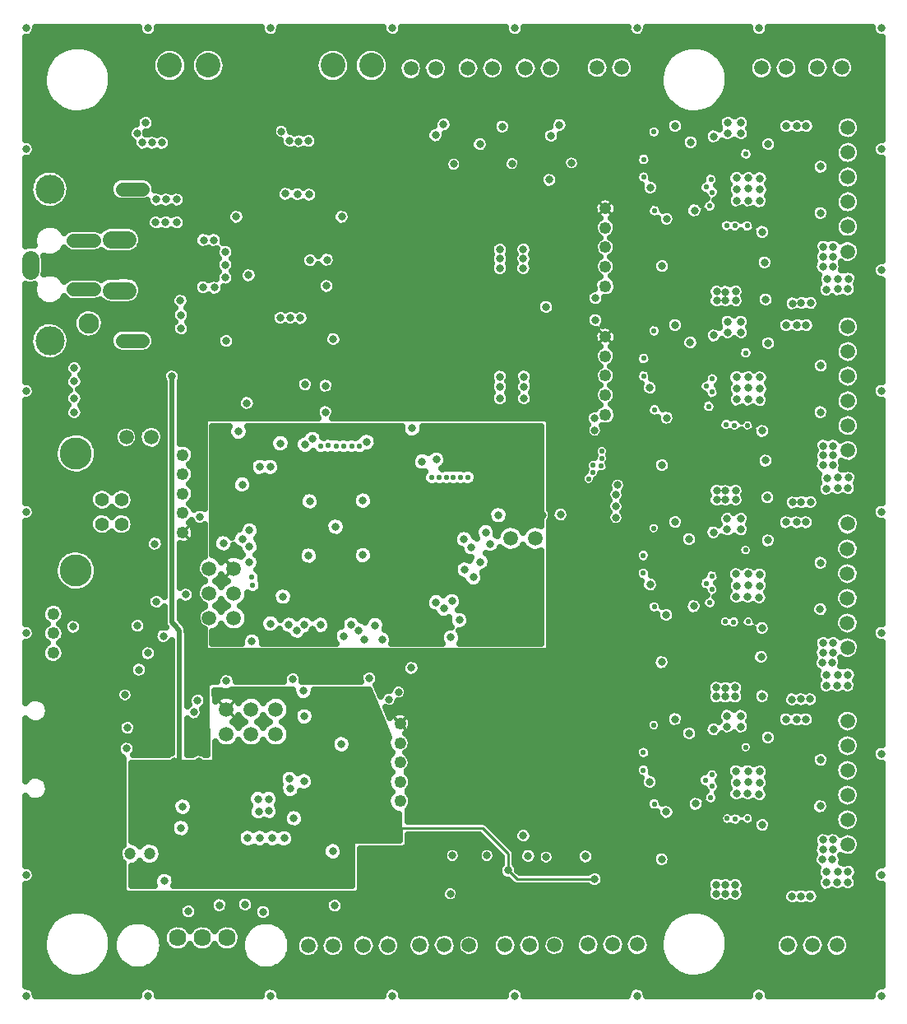
<source format=gbr>
G04 DipTrace 2.4.0.1*
%INVCC.gbr*%
%MOIN*%
%ADD15C,0.01*%
%ADD16C,0.02*%
%ADD17C,0.006*%
%ADD22C,0.025*%
%ADD23C,0.013*%
%ADD32C,0.0709*%
%ADD34C,0.0551*%
%ADD37C,0.1181*%
%ADD39C,0.0827*%
%ADD41C,0.0559*%
%ADD43C,0.1299*%
%ADD45C,0.0591*%
%ADD48C,0.1*%
%ADD51C,0.0705*%
%ADD64C,0.0492*%
%ADD77C,0.0472*%
%ADD99C,0.032*%
%ADD101C,0.022*%
%FSLAX44Y44*%
G04*
G70*
G90*
G75*
G01*
%LNInner2_Plane*%
%LPD*%
X9175Y22275D2*
D17*
X9125Y22325D1*
X6430Y9880D2*
D16*
Y9200D1*
X6630Y9000D1*
Y15200D1*
X6530Y15300D1*
Y15330D1*
X6330Y15530D1*
Y25480D1*
X19960Y5480D2*
D15*
Y6150D1*
X18910Y7200D1*
X14400D1*
X14110Y7490D1*
X23460Y5130D2*
X20310D1*
X19960Y5480D1*
D99*
X4493Y10413D3*
X5000Y13610D3*
X7420Y9880D3*
X6330Y25480D3*
X19960Y5480D3*
X23460Y5130D3*
X19960Y5480D3*
X17040Y16340D3*
X24325Y19775D3*
Y20225D3*
X17350Y16080D3*
X18830Y17975D3*
X6020Y5050D3*
X6900Y16650D3*
X9460Y17950D3*
X11700Y11720D3*
X11660Y12750D3*
X4430Y12590D3*
X10830Y16570D3*
X17700Y6080D3*
X18200Y17660D3*
X17980Y15620D3*
X8940Y31950D3*
X17610Y4540D3*
X18550Y17350D3*
X17680Y16380D3*
X8525Y26925D3*
X6700Y7200D3*
X6760Y8060D3*
X5360Y14280D3*
X7371Y12359D3*
X23500Y27770D3*
X16475Y22045D3*
X23490Y28660D3*
X23470Y23310D3*
X17050Y22120D3*
X23450Y23790D3*
X24325Y20700D3*
X24395Y21080D3*
X2370Y25820D3*
Y25280D3*
X4930Y15390D3*
X30170Y33510D3*
Y33050D3*
X30150Y32580D3*
X29690Y33080D3*
Y33520D3*
X29680Y32610D3*
X29220D3*
X29230Y33050D3*
X29210Y33520D3*
D101*
X28810Y31590D3*
X29150Y31580D3*
X29650D3*
X28130Y32380D3*
X28240Y32940D3*
X28000Y33150D3*
X28180Y33460D3*
X29590Y34500D3*
D99*
X30500Y34890D3*
X28290Y35210D3*
X32630Y33980D3*
X32620Y32100D3*
X30260Y31340D3*
X28410Y28560D3*
Y28920D3*
X29180D3*
X28770Y28560D3*
Y28910D3*
X29180Y28560D3*
X29400Y35330D3*
X28850D3*
X29400Y35760D3*
X28850D3*
X32040Y35620D3*
X31670D3*
X31230D3*
X26730Y35630D3*
D101*
X25893Y32195D3*
X25453Y33555D3*
Y34275D3*
X25873Y35385D3*
D99*
X26380Y31870D3*
X9890Y6790D3*
X10940Y32880D3*
X11410Y32870D3*
X11900Y32850D3*
X13210Y31950D3*
X11930Y30190D3*
X12610Y30210D3*
X12600Y29150D3*
X9440Y29580D3*
X7610Y31010D3*
X8030D3*
X7590Y29100D3*
X8060Y29080D3*
X8500Y29480D3*
Y30010D3*
Y30530D3*
X10770Y35410D3*
X11100Y35020D3*
X11470Y35010D3*
X11860Y35020D3*
X5140Y34950D3*
X5540D3*
X5930D3*
X4910Y35340D3*
X12550Y25110D3*
Y24040D3*
X11720Y25160D3*
X9370Y24410D3*
X9400Y6790D3*
X10730Y27860D3*
X11130D3*
X11540Y27850D3*
X12870Y27000D3*
X18810Y34890D3*
X19720Y35600D3*
X17340Y35690D3*
X17010Y35250D3*
X22040Y35670D3*
X21700Y35230D3*
X17750Y34080D3*
X20110Y34110D3*
X33133Y30735D3*
X33123Y30345D3*
X33113Y29945D3*
X32733Y30735D3*
X32723Y30345D3*
X32713Y29945D3*
X32883Y29435D3*
X33753Y29445D3*
X33333D3*
X32863Y29005D3*
X33733Y29015D3*
X33313D3*
X31483Y28445D3*
X32213Y28455D3*
X31843D3*
X26953Y28475D3*
X27683Y28485D3*
X27313D3*
X33133Y22675D3*
X26193Y29955D3*
X33123Y22285D3*
X33113Y21885D3*
X32733Y22675D3*
X32723Y22285D3*
X32713Y21885D3*
X32883Y21375D3*
X33753Y21385D3*
X33333D3*
X30170Y25450D3*
Y24990D3*
X30150Y24520D3*
X29690Y25020D3*
Y25460D3*
X29680Y24550D3*
X29220D3*
X29230Y24990D3*
X29210Y25460D3*
D101*
X28800Y23540D3*
X29140Y23510D3*
X29670Y23500D3*
X28090Y24270D3*
X28220Y24860D3*
X28000Y25090D3*
X28240Y25390D3*
X29590Y26440D3*
D99*
X30500Y26830D3*
X28290Y27150D3*
X32630Y25920D3*
X32620Y24040D3*
X30260Y23280D3*
X28410Y20500D3*
Y20860D3*
X29180D3*
X28770Y20500D3*
Y20850D3*
X29180Y20500D3*
X29400Y27270D3*
X28850D3*
X29400Y27700D3*
X28850D3*
X32040Y27560D3*
X31670D3*
X31230D3*
X26730Y27570D3*
D101*
X25893Y24135D3*
X25453Y25495D3*
Y26215D3*
X25873Y27325D3*
D99*
X26380Y23810D3*
X32863Y20945D3*
X33733Y20955D3*
X33313D3*
X31483Y20385D3*
X32213Y20395D3*
X31843D3*
X26953Y20415D3*
X27683Y20425D3*
X27313D3*
X26193Y21895D3*
X33120Y14695D3*
X33110Y14305D3*
X33100Y13905D3*
X32720Y14695D3*
X32710Y14305D3*
X32700Y13905D3*
X32870Y13395D3*
X33740Y13405D3*
X33320D3*
X30157Y17469D3*
Y17009D3*
X30137Y16539D3*
X29677Y17039D3*
Y17479D3*
X29667Y16569D3*
X29207D3*
X29217Y17009D3*
X29197Y17479D3*
D101*
X28750Y15550D3*
X29100Y15540D3*
X29690Y15550D3*
X28130Y16320D3*
X28220Y16870D3*
X27987Y17109D3*
X28220Y17400D3*
X29577Y18459D3*
D99*
X30487Y18849D3*
X28277Y19169D3*
X32617Y17939D3*
X32607Y16059D3*
X30247Y15299D3*
X28397Y12519D3*
Y12879D3*
X29167D3*
X28757Y12519D3*
Y12869D3*
X29167Y12519D3*
X29387Y19289D3*
X28837D3*
X29387Y19719D3*
X28837D3*
X32027Y19579D3*
X31657D3*
X31217D3*
X26717Y19589D3*
D101*
X25880Y16155D3*
X25440Y17515D3*
Y18235D3*
X25860Y19345D3*
D99*
X26367Y15829D3*
X32850Y12965D3*
X33720Y12975D3*
X33300D3*
X31470Y12405D3*
X32200Y12415D3*
X31830D3*
X26940Y12435D3*
X27670Y12445D3*
X27300D3*
X26180Y13915D3*
X33123Y6715D3*
X33113Y6325D3*
X33103Y5925D3*
X32723Y6715D3*
X32713Y6325D3*
X32703Y5925D3*
X32873Y5415D3*
X33743Y5425D3*
X33323D3*
X30160Y9490D3*
Y9030D3*
X30140Y8560D3*
X29680Y9060D3*
Y9500D3*
X29670Y8590D3*
X29210D3*
X29220Y9030D3*
X29200Y9500D3*
D101*
X28840Y7580D3*
X29160Y7560D3*
X29670Y7580D3*
X28170Y8420D3*
X28225Y8900D3*
X27950Y9125D3*
X28225Y9350D3*
X29590Y10470D3*
D99*
X30490Y10870D3*
X28280Y11190D3*
X32620Y9960D3*
X32610Y8080D3*
X30250Y7320D3*
X28400Y4540D3*
Y4900D3*
X29170D3*
X28760Y4540D3*
Y4890D3*
X29170Y4540D3*
X29390Y11310D3*
X28840D3*
X29390Y11740D3*
X28840D3*
X32030Y11600D3*
X31660D3*
X31220D3*
X26720Y11610D3*
D101*
X25883Y8175D3*
X25443Y9535D3*
Y10255D3*
X25863Y11365D3*
D99*
X26370Y7850D3*
X32853Y4985D3*
X33723Y4995D3*
X33303D3*
X31473Y4425D3*
X32203Y4435D3*
X31833D3*
X26943Y4455D3*
X27673Y4465D3*
X27303D3*
X26183Y5935D3*
X22530Y34130D3*
X19625Y30250D3*
X20575D3*
Y29875D3*
X19625D3*
X20575Y30625D3*
X19625D3*
X21625Y33450D3*
X410Y39590D3*
X19100Y6080D3*
X21500Y6025D3*
X10390Y6790D3*
X10880Y6780D3*
X11275Y7600D3*
X11130Y8780D3*
X11680Y9090D3*
X11100Y9180D3*
X9825Y8375D3*
X4520Y11260D3*
X15510Y12700D3*
X15140Y12410D3*
X14850Y14830D3*
X14560Y15410D3*
X14120Y14820D3*
X13900Y15200D3*
X13600Y15425D3*
X13300Y14970D3*
X11700Y15425D3*
X12350D3*
X12025Y15225D3*
X11230Y13220D3*
X14330Y13260D3*
X8540Y13150D3*
X20600Y25475D3*
Y25075D3*
Y24600D3*
X19625Y25475D3*
Y25075D3*
Y24600D3*
X21500Y28300D3*
X21150Y27675D3*
X21475D3*
X21800D3*
X22125D3*
X21150Y27350D3*
X21475D3*
X21800D3*
X22125D3*
X10310Y21820D3*
X9900D3*
X14575Y23275D3*
X10250Y8375D3*
Y7900D3*
X19050Y19175D3*
X18175Y18900D3*
X18475Y18575D3*
X9850Y7875D3*
X10725Y22775D3*
X11725Y22725D3*
X12025Y22950D3*
X14220Y22830D3*
X16070Y23380D3*
X9025Y23250D3*
X9475Y18600D3*
X9180Y18900D3*
X11390Y15200D3*
X11075Y15425D3*
X5375Y16175D3*
X20775Y6070D3*
X16730Y6130D3*
X15225Y5210D3*
X30260Y2460D3*
X24040Y5080D3*
X21555Y4550D3*
X16340Y5020D3*
X13200Y10590D3*
X12850Y6260D3*
X10030Y3800D3*
X12925Y4060D3*
X19560Y19870D3*
X21350Y19875D3*
X19740Y21390D3*
X9675Y15450D3*
X10325Y15475D3*
X9125Y22325D3*
X21860Y21360D3*
X5700Y16360D3*
X5980Y14970D3*
X5640Y18710D3*
X2325Y15350D3*
X23100Y6050D3*
X6990Y3825D3*
X8255Y4075D3*
X9300Y4100D3*
X7410Y11010D3*
X10675Y14100D3*
X9575Y14750D3*
X9180Y21110D3*
X9475Y19250D3*
X7670Y8700D3*
X6675Y28550D3*
X6700Y27975D3*
Y27425D3*
X6100Y32650D3*
X6075Y31725D3*
X6525D3*
Y32650D3*
X5700D3*
X5675Y31725D3*
X410Y410D3*
X35090Y39590D3*
Y410D3*
X4930Y5460D3*
X6970Y5920D3*
X8790Y5140D3*
X13860Y11520D3*
X12870Y5560D3*
X14110Y7490D3*
X6430Y9880D3*
X12960Y19400D3*
X11910Y20430D3*
X14070Y20460D3*
Y18250D3*
X11870Y18230D3*
X410Y5300D3*
Y15100D3*
Y20000D3*
Y24900D3*
Y34690D3*
X35090D3*
Y29790D3*
Y24900D3*
X5360Y39590D3*
X35090Y20000D3*
Y15100D3*
Y10200D3*
Y5310D3*
X10320Y39590D3*
X15270D3*
X20230D3*
X25180D3*
X30130D3*
X5360Y410D3*
X10320D3*
X15270D3*
X20230D3*
X25180D3*
X30130D3*
X20570Y6890D3*
X7210Y11880D3*
X16040Y13680D3*
X17640Y14920D3*
D101*
X16870Y21400D3*
D99*
X19240Y18710D3*
X22080Y19890D3*
X25700Y9070D3*
X27560Y8180D3*
X27300Y11030D3*
X25710Y17060D3*
X27290Y18900D3*
X30250Y12540D3*
X30210Y14130D3*
X27480Y16180D3*
X30460Y20590D3*
X30390Y22080D3*
X25700Y25020D3*
X27340Y26860D3*
X30350Y30100D3*
X30400Y28600D3*
X25720Y33130D3*
X27360Y34970D3*
X27510Y32210D3*
X5260Y35760D3*
X7460Y19800D3*
X8410Y18730D3*
X2370Y24610D3*
Y24040D3*
D101*
X12350Y22670D3*
X12670Y22680D3*
X12980Y22670D3*
X13290D3*
X13610D3*
X13920Y22660D3*
X9560Y17360D3*
X9600Y17030D3*
X17170Y21400D3*
X17460D3*
X18020D3*
X17740D3*
X18320D3*
X23750Y22450D3*
Y22150D3*
X23740Y21850D3*
X23390Y21880D3*
X23380Y21590D3*
X23220Y21340D3*
X736Y39366D2*
D22*
X5034D1*
X5685D2*
X9995D1*
X10646D2*
X14944D1*
X15596D2*
X19905D1*
X20556D2*
X24854D1*
X25506D2*
X29803D1*
X30455D2*
X34764D1*
X410Y39118D2*
X35089D1*
X410Y38869D2*
X2335D1*
X2666D2*
X27335D1*
X27666D2*
X35089D1*
X410Y38620D2*
X1674D1*
X3326D2*
X5749D1*
X6732D2*
X7307D1*
X8295D2*
X12358D1*
X13342D2*
X13917D1*
X14904D2*
X26674D1*
X28326D2*
X35089D1*
X410Y38372D2*
X1409D1*
X3592D2*
X5561D1*
X6916D2*
X7124D1*
X8478D2*
X12171D1*
X13529D2*
X13733D1*
X15088D2*
X15698D1*
X16322D2*
X16698D1*
X17322D2*
X17979D1*
X18658D2*
X18979D1*
X19658D2*
X20311D1*
X20990D2*
X21311D1*
X21990D2*
X23198D1*
X23924D2*
X24198D1*
X24924D2*
X26409D1*
X28592D2*
X29878D1*
X30584D2*
X30878D1*
X31584D2*
X32128D1*
X32853D2*
X33128D1*
X33853D2*
X35089D1*
X410Y38123D2*
X1249D1*
X3752D2*
X5503D1*
X6978D2*
X7062D1*
X8537D2*
X12112D1*
X13588D2*
X13670D1*
X15150D2*
X15506D1*
X17514D2*
X17807D1*
X19830D2*
X20139D1*
X22162D2*
X23042D1*
X25076D2*
X26249D1*
X28752D2*
X29714D1*
X31744D2*
X31971D1*
X34006D2*
X35089D1*
X410Y37874D2*
X1151D1*
X3849D2*
X5530D1*
X6951D2*
X7087D1*
X8510D2*
X12139D1*
X13560D2*
X13703D1*
X15119D2*
X15479D1*
X17541D2*
X17796D1*
X19846D2*
X20124D1*
X22178D2*
X23038D1*
X25080D2*
X26151D1*
X28849D2*
X29706D1*
X31756D2*
X31967D1*
X34014D2*
X35089D1*
X410Y37625D2*
X1104D1*
X3896D2*
X5663D1*
X6818D2*
X7221D1*
X8377D2*
X12272D1*
X13428D2*
X13835D1*
X14986D2*
X15592D1*
X16428D2*
X16592D1*
X17428D2*
X17921D1*
X18721D2*
X18921D1*
X19721D2*
X20249D1*
X21053D2*
X21249D1*
X22053D2*
X23178D1*
X23943D2*
X24178D1*
X24943D2*
X26104D1*
X28896D2*
X29839D1*
X30623D2*
X30839D1*
X31623D2*
X32108D1*
X32873D2*
X33108D1*
X33873D2*
X35089D1*
X410Y37377D2*
X1104D1*
X3896D2*
X6085D1*
X6392D2*
X7647D1*
X7955D2*
X12698D1*
X13002D2*
X14256D1*
X14564D2*
X26104D1*
X28896D2*
X35089D1*
X410Y37128D2*
X1151D1*
X3849D2*
X26151D1*
X28849D2*
X35089D1*
X410Y36879D2*
X1245D1*
X3752D2*
X26245D1*
X28752D2*
X35089D1*
X410Y36631D2*
X1409D1*
X3592D2*
X26409D1*
X28592D2*
X35089D1*
X410Y36382D2*
X1671D1*
X3326D2*
X26671D1*
X28326D2*
X35089D1*
X410Y36133D2*
X2311D1*
X2685D2*
X5202D1*
X5319D2*
X27311D1*
X27685D2*
X29342D1*
X29457D2*
X35089D1*
X410Y35885D2*
X4881D1*
X5639D2*
X16995D1*
X17685D2*
X19452D1*
X19990D2*
X21710D1*
X22373D2*
X26428D1*
X27029D2*
X28471D1*
X29779D2*
X30940D1*
X32330D2*
X33307D1*
X34139D2*
X35089D1*
X410Y35636D2*
X4690D1*
X5639D2*
X10471D1*
X11068D2*
X16944D1*
X17736D2*
X19323D1*
X20119D2*
X21643D1*
X22439D2*
X25643D1*
X26103D2*
X26331D1*
X27131D2*
X28471D1*
X29779D2*
X30831D1*
X32439D2*
X33194D1*
X34252D2*
X35089D1*
X410Y35387D2*
X4534D1*
X5326D2*
X10389D1*
X11201D2*
X11760D1*
X11961D2*
X16635D1*
X17588D2*
X19385D1*
X20053D2*
X21335D1*
X22310D2*
X25522D1*
X26224D2*
X26421D1*
X27041D2*
X27936D1*
X29795D2*
X30913D1*
X32357D2*
X33217D1*
X34228D2*
X35089D1*
X410Y35139D2*
X4592D1*
X6279D2*
X10518D1*
X12240D2*
X16628D1*
X17392D2*
X18503D1*
X19115D2*
X21311D1*
X22088D2*
X25635D1*
X26111D2*
X26999D1*
X27721D2*
X27897D1*
X29748D2*
X30194D1*
X30806D2*
X33405D1*
X34041D2*
X35089D1*
X752Y34890D2*
X4745D1*
X6326D2*
X10725D1*
X12236D2*
X16881D1*
X17142D2*
X18409D1*
X19209D2*
X21518D1*
X21885D2*
X26967D1*
X27752D2*
X28069D1*
X28510D2*
X30100D1*
X30900D2*
X33315D1*
X34127D2*
X34749D1*
X806Y34641D2*
X4901D1*
X6166D2*
X11378D1*
X11562D2*
X18506D1*
X19115D2*
X27155D1*
X27564D2*
X29272D1*
X29908D2*
X30194D1*
X30806D2*
X33194D1*
X34248D2*
X34694D1*
X662Y34393D2*
X17557D1*
X17943D2*
X19870D1*
X20349D2*
X22268D1*
X22795D2*
X25124D1*
X25783D2*
X29256D1*
X29920D2*
X33210D1*
X34228D2*
X34839D1*
X410Y34144D2*
X17378D1*
X18123D2*
X19733D1*
X20490D2*
X22151D1*
X22908D2*
X25131D1*
X25775D2*
X32268D1*
X32994D2*
X33385D1*
X34053D2*
X35089D1*
X410Y33895D2*
X17421D1*
X18076D2*
X19803D1*
X20416D2*
X22241D1*
X22822D2*
X32241D1*
X33021D2*
X33319D1*
X34119D2*
X35089D1*
X410Y33646D2*
X788D1*
X1967D2*
X21280D1*
X21971D2*
X25116D1*
X25791D2*
X27889D1*
X28471D2*
X28831D1*
X30545D2*
X32432D1*
X32826D2*
X33194D1*
X34244D2*
X35089D1*
X410Y33398D2*
X616D1*
X2139D2*
X3921D1*
X5529D2*
X21229D1*
X22021D2*
X25143D1*
X26006D2*
X27764D1*
X28525D2*
X28831D1*
X30553D2*
X33210D1*
X34232D2*
X35089D1*
X410Y33149D2*
X549D1*
X2205D2*
X3803D1*
X5646D2*
X10655D1*
X12150D2*
X21378D1*
X21873D2*
X25319D1*
X26119D2*
X27651D1*
X28514D2*
X28842D1*
X30556D2*
X33378D1*
X34060D2*
X35089D1*
X410Y32900D2*
X565D1*
X2189D2*
X3827D1*
X6830D2*
X10542D1*
X12295D2*
X25397D1*
X26041D2*
X27768D1*
X28588D2*
X28862D1*
X30537D2*
X33323D1*
X34115D2*
X35089D1*
X410Y32652D2*
X667D1*
X2092D2*
X4030D1*
X6924D2*
X10616D1*
X12244D2*
X23589D1*
X24209D2*
X27928D1*
X28416D2*
X28823D1*
X30545D2*
X33194D1*
X34244D2*
X35089D1*
X410Y32403D2*
X901D1*
X1853D2*
X5393D1*
X6834D2*
X23428D1*
X24373D2*
X25620D1*
X26170D2*
X27163D1*
X28478D2*
X28881D1*
X30506D2*
X32374D1*
X32865D2*
X33206D1*
X34232D2*
X35089D1*
X410Y32154D2*
X8600D1*
X9279D2*
X12870D1*
X13549D2*
X23436D1*
X24365D2*
X25546D1*
X26650D2*
X27116D1*
X28389D2*
X32225D1*
X33017D2*
X33374D1*
X34068D2*
X35089D1*
X410Y31906D2*
X5323D1*
X6877D2*
X8542D1*
X9338D2*
X12811D1*
X13607D2*
X23620D1*
X24178D2*
X25721D1*
X26779D2*
X27264D1*
X27756D2*
X28710D1*
X28912D2*
X32276D1*
X32967D2*
X33331D1*
X34111D2*
X35089D1*
X410Y31657D2*
X5280D1*
X6920D2*
X8682D1*
X9197D2*
X12952D1*
X13471D2*
X23464D1*
X24338D2*
X26046D1*
X26713D2*
X28467D1*
X30486D2*
X33198D1*
X34244D2*
X35089D1*
X410Y31408D2*
X850D1*
X1904D2*
X2069D1*
X4971D2*
X5448D1*
X6752D2*
X23444D1*
X24357D2*
X28514D1*
X30654D2*
X33206D1*
X34236D2*
X35089D1*
X410Y31160D2*
X717D1*
X5103D2*
X7241D1*
X8400D2*
X23596D1*
X24201D2*
X29905D1*
X30615D2*
X33366D1*
X34072D2*
X35089D1*
X410Y30911D2*
X698D1*
X5111D2*
X7225D1*
X8416D2*
X19358D1*
X19892D2*
X20307D1*
X20842D2*
X23479D1*
X24318D2*
X32378D1*
X34103D2*
X35089D1*
X4994Y30662D2*
X7444D1*
X7775D2*
X7866D1*
X8877D2*
X19225D1*
X20021D2*
X20178D1*
X20974D2*
X23436D1*
X24361D2*
X32342D1*
X34244D2*
X35089D1*
X1728Y30414D2*
X8120D1*
X8881D2*
X11604D1*
X12951D2*
X19264D1*
X19986D2*
X20214D1*
X20935D2*
X23553D1*
X24248D2*
X30120D1*
X30580D2*
X32331D1*
X34240D2*
X35089D1*
X1185Y30165D2*
X8135D1*
X8865D2*
X11530D1*
X13006D2*
X19233D1*
X20014D2*
X20186D1*
X20967D2*
X23503D1*
X24299D2*
X25858D1*
X26529D2*
X29956D1*
X30744D2*
X32370D1*
X34088D2*
X35089D1*
X1185Y29916D2*
X8112D1*
X8889D2*
X9249D1*
X9631D2*
X11647D1*
X12213D2*
X12351D1*
X12869D2*
X19229D1*
X20021D2*
X20178D1*
X20974D2*
X23436D1*
X24365D2*
X25796D1*
X26592D2*
X29999D1*
X30701D2*
X32315D1*
X33514D2*
X34714D1*
X1178Y29667D2*
X1262D1*
X1490D2*
X8151D1*
X8849D2*
X9049D1*
X9830D2*
X19288D1*
X19963D2*
X20237D1*
X20912D2*
X23518D1*
X24279D2*
X25928D1*
X26459D2*
X32436D1*
X34080D2*
X34710D1*
X1924Y29419D2*
X2040D1*
X4912D2*
X7366D1*
X8896D2*
X9077D1*
X9803D2*
X12315D1*
X12885D2*
X23506D1*
X24291D2*
X32483D1*
X34150D2*
X35014D1*
X410Y29170D2*
X714D1*
X5088D2*
X7198D1*
X8736D2*
X12202D1*
X12998D2*
X23417D1*
X24385D2*
X28104D1*
X29486D2*
X32503D1*
X34099D2*
X35089D1*
X410Y28921D2*
X702D1*
X5119D2*
X6600D1*
X6749D2*
X7237D1*
X8424D2*
X12276D1*
X12924D2*
X23198D1*
X24330D2*
X28010D1*
X29580D2*
X30182D1*
X30619D2*
X32471D1*
X34123D2*
X35089D1*
X410Y28673D2*
X792D1*
X5033D2*
X6296D1*
X7053D2*
X21436D1*
X21565D2*
X23089D1*
X23889D2*
X28026D1*
X29564D2*
X30006D1*
X30791D2*
X31159D1*
X32545D2*
X32664D1*
X33912D2*
X35089D1*
X410Y28424D2*
X1065D1*
X1689D2*
X3694D1*
X4689D2*
X6296D1*
X7053D2*
X21120D1*
X21877D2*
X23174D1*
X23806D2*
X28034D1*
X29553D2*
X30046D1*
X30756D2*
X31085D1*
X32611D2*
X35089D1*
X410Y28175D2*
X2604D1*
X3303D2*
X6358D1*
X7041D2*
X10503D1*
X11752D2*
X21120D1*
X21877D2*
X31198D1*
X32486D2*
X35089D1*
X410Y27927D2*
X2370D1*
X3537D2*
X6303D1*
X7096D2*
X10335D1*
X11931D2*
X21440D1*
X21556D2*
X23135D1*
X23865D2*
X26589D1*
X26869D2*
X28526D1*
X29724D2*
X31128D1*
X31334D2*
X31569D1*
X31772D2*
X31936D1*
X32141D2*
X33424D1*
X34021D2*
X35089D1*
X410Y27678D2*
X1057D1*
X1701D2*
X2299D1*
X3603D2*
X6397D1*
X7002D2*
X10378D1*
X11896D2*
X23112D1*
X23889D2*
X26346D1*
X27115D2*
X28452D1*
X29799D2*
X30850D1*
X32420D2*
X33221D1*
X34224D2*
X35089D1*
X410Y27429D2*
X721D1*
X2033D2*
X2335D1*
X3572D2*
X6299D1*
X7099D2*
X23319D1*
X24236D2*
X25542D1*
X26205D2*
X26357D1*
X27103D2*
X28014D1*
X29764D2*
X30854D1*
X32416D2*
X33194D1*
X34256D2*
X35089D1*
X410Y27181D2*
X589D1*
X2170D2*
X2495D1*
X3408D2*
X3866D1*
X5584D2*
X6389D1*
X7010D2*
X8225D1*
X8826D2*
X12518D1*
X13224D2*
X23424D1*
X24377D2*
X25557D1*
X26189D2*
X27120D1*
X27560D2*
X27893D1*
X29791D2*
X30342D1*
X30658D2*
X33296D1*
X34150D2*
X35089D1*
X410Y26932D2*
X546D1*
X2209D2*
X3796D1*
X5654D2*
X8124D1*
X8924D2*
X12475D1*
X13264D2*
X23440D1*
X24357D2*
X26948D1*
X27732D2*
X27960D1*
X29037D2*
X29216D1*
X29588D2*
X30116D1*
X30885D2*
X33440D1*
X34002D2*
X35089D1*
X410Y26683D2*
X585D1*
X2170D2*
X3862D1*
X5588D2*
X8214D1*
X8838D2*
X12643D1*
X13096D2*
X23651D1*
X24146D2*
X26983D1*
X27697D2*
X29350D1*
X29830D2*
X30131D1*
X30869D2*
X33221D1*
X34217D2*
X35089D1*
X410Y26435D2*
X717D1*
X2037D2*
X23456D1*
X24346D2*
X25190D1*
X25717D2*
X29241D1*
X29939D2*
X33186D1*
X34252D2*
X35089D1*
X410Y26186D2*
X1042D1*
X1713D2*
X2264D1*
X2476D2*
X23448D1*
X24349D2*
X25104D1*
X25803D2*
X29362D1*
X29818D2*
X32342D1*
X32920D2*
X33284D1*
X34154D2*
X35089D1*
X410Y25937D2*
X1991D1*
X2752D2*
X23628D1*
X24174D2*
X25260D1*
X25646D2*
X32229D1*
X33029D2*
X33448D1*
X33990D2*
X35089D1*
X410Y25688D2*
X1995D1*
X2748D2*
X5995D1*
X6666D2*
X19292D1*
X19959D2*
X20268D1*
X20931D2*
X23471D1*
X24330D2*
X25167D1*
X25740D2*
X28089D1*
X28392D2*
X28889D1*
X30486D2*
X32311D1*
X32951D2*
X33225D1*
X34217D2*
X35089D1*
X410Y25440D2*
X2006D1*
X2732D2*
X5932D1*
X6728D2*
X11444D1*
X11994D2*
X12346D1*
X12752D2*
X19225D1*
X20021D2*
X20202D1*
X20998D2*
X23440D1*
X24361D2*
X25108D1*
X25799D2*
X27893D1*
X28588D2*
X28811D1*
X30568D2*
X33186D1*
X34252D2*
X35089D1*
X670Y25191D2*
X1979D1*
X2760D2*
X5991D1*
X6670D2*
X11323D1*
X12939D2*
X19245D1*
X20006D2*
X20217D1*
X20982D2*
X23577D1*
X24224D2*
X25315D1*
X26060D2*
X27667D1*
X28521D2*
X28889D1*
X30510D2*
X33280D1*
X34158D2*
X34831D1*
X806Y24942D2*
X2171D1*
X2568D2*
X5991D1*
X6670D2*
X11389D1*
X12049D2*
X12187D1*
X12912D2*
X19249D1*
X20002D2*
X20225D1*
X20974D2*
X23491D1*
X24310D2*
X25307D1*
X26092D2*
X27686D1*
X28560D2*
X28835D1*
X30568D2*
X33460D1*
X33982D2*
X34694D1*
X748Y24694D2*
X1979D1*
X2760D2*
X5991D1*
X6670D2*
X9100D1*
X9639D2*
X19237D1*
X20014D2*
X20214D1*
X20986D2*
X23436D1*
X24365D2*
X25491D1*
X25908D2*
X27917D1*
X28525D2*
X28850D1*
X30506D2*
X33229D1*
X34213D2*
X34753D1*
X410Y24445D2*
X2006D1*
X2732D2*
X5991D1*
X6670D2*
X8971D1*
X9767D2*
X19260D1*
X19990D2*
X20233D1*
X20967D2*
X23538D1*
X24264D2*
X25772D1*
X26018D2*
X27792D1*
X28389D2*
X28835D1*
X30541D2*
X33186D1*
X34252D2*
X35089D1*
X410Y24196D2*
X2003D1*
X2736D2*
X5991D1*
X6670D2*
X9038D1*
X9705D2*
X12186D1*
X12916D2*
X23491D1*
X24306D2*
X25549D1*
X26236D2*
X27749D1*
X28431D2*
X29069D1*
X29369D2*
X29530D1*
X29830D2*
X29937D1*
X30365D2*
X32253D1*
X32986D2*
X33276D1*
X34162D2*
X35089D1*
X410Y23948D2*
X1983D1*
X2760D2*
X5991D1*
X6670D2*
X12163D1*
X12939D2*
X23085D1*
X24385D2*
X25604D1*
X26752D2*
X32233D1*
X33010D2*
X33471D1*
X33971D2*
X35089D1*
X410Y23699D2*
X2190D1*
X2553D2*
X5991D1*
X6670D2*
X7659D1*
X21619D2*
X23061D1*
X24318D2*
X25999D1*
X26764D2*
X28491D1*
X29928D2*
X32440D1*
X32803D2*
X33229D1*
X34209D2*
X35089D1*
X410Y23450D2*
X4221D1*
X4740D2*
X5182D1*
X5779D2*
X5991D1*
X6670D2*
X7631D1*
X21646D2*
X23120D1*
X23822D2*
X26249D1*
X26509D2*
X28464D1*
X30619D2*
X33186D1*
X34252D2*
X35089D1*
X410Y23202D2*
X2171D1*
X2693D2*
X3999D1*
X6670D2*
X7631D1*
X21646D2*
X23108D1*
X23834D2*
X29014D1*
X29268D2*
X29581D1*
X29758D2*
X29870D1*
X30650D2*
X33276D1*
X34166D2*
X35089D1*
X410Y22953D2*
X1768D1*
X3096D2*
X3971D1*
X6670D2*
X7631D1*
X21646D2*
X30053D1*
X30467D2*
X32456D1*
X33412D2*
X33498D1*
X33951D2*
X35089D1*
X410Y22704D2*
X1608D1*
X3252D2*
X4081D1*
X4881D2*
X5053D1*
X5904D2*
X5991D1*
X7037D2*
X7631D1*
X21646D2*
X23557D1*
X23943D2*
X32335D1*
X34209D2*
X35089D1*
X410Y22456D2*
X1546D1*
X3318D2*
X5991D1*
X7236D2*
X7631D1*
X21646D2*
X23421D1*
X24080D2*
X32366D1*
X34256D2*
X35089D1*
X410Y22207D2*
X1557D1*
X3306D2*
X5991D1*
X7248D2*
X7631D1*
X21646D2*
X23424D1*
X24076D2*
X25960D1*
X26428D2*
X30010D1*
X30767D2*
X32331D1*
X34178D2*
X35089D1*
X410Y21958D2*
X1647D1*
X3217D2*
X5991D1*
X7099D2*
X7631D1*
X21646D2*
X23069D1*
X24049D2*
X25799D1*
X26588D2*
X30010D1*
X30771D2*
X32319D1*
X33506D2*
X35089D1*
X410Y21709D2*
X1850D1*
X3014D2*
X5991D1*
X7221D2*
X7631D1*
X21646D2*
X23073D1*
X24037D2*
X25842D1*
X26545D2*
X30307D1*
X30471D2*
X32358D1*
X33967D2*
X35089D1*
X410Y21461D2*
X5991D1*
X7256D2*
X7631D1*
X21646D2*
X22917D1*
X23681D2*
X32495D1*
X34146D2*
X35089D1*
X410Y21212D2*
X5991D1*
X7142D2*
X7631D1*
X21646D2*
X22917D1*
X23521D2*
X24042D1*
X24748D2*
X28256D1*
X28564D2*
X28649D1*
X28894D2*
X29026D1*
X29334D2*
X32522D1*
X34111D2*
X35089D1*
X410Y20963D2*
X3323D1*
X3674D2*
X4112D1*
X4459D2*
X5991D1*
X7201D2*
X7631D1*
X21646D2*
X24034D1*
X24756D2*
X28026D1*
X29564D2*
X32464D1*
X34135D2*
X35089D1*
X410Y20715D2*
X3030D1*
X4752D2*
X5991D1*
X7260D2*
X7631D1*
X21646D2*
X23944D1*
X24705D2*
X28038D1*
X29549D2*
X30081D1*
X30838D2*
X31280D1*
X32435D2*
X32543D1*
X34045D2*
X35089D1*
X410Y20466D2*
X2979D1*
X4803D2*
X5991D1*
X7174D2*
X7631D1*
X21646D2*
X24034D1*
X24615D2*
X28010D1*
X29580D2*
X30081D1*
X30838D2*
X31092D1*
X32607D2*
X35089D1*
X740Y20217D2*
X3061D1*
X4721D2*
X5991D1*
X7174D2*
X7631D1*
X21646D2*
X21874D1*
X22287D2*
X23944D1*
X24705D2*
X28139D1*
X29451D2*
X31124D1*
X32568D2*
X34760D1*
X810Y19969D2*
X3296D1*
X3701D2*
X4081D1*
X4490D2*
X5991D1*
X22471D2*
X24003D1*
X24646D2*
X28534D1*
X29693D2*
X33452D1*
X33967D2*
X34690D1*
X685Y19720D2*
X3026D1*
X4756D2*
X5991D1*
X22439D2*
X23948D1*
X24701D2*
X26342D1*
X27096D2*
X28436D1*
X29787D2*
X30846D1*
X32400D2*
X33217D1*
X34201D2*
X34815D1*
X410Y19471D2*
X2979D1*
X4803D2*
X5991D1*
X7139D2*
X7256D1*
X21646D2*
X24116D1*
X24533D2*
X25557D1*
X26162D2*
X26333D1*
X27099D2*
X28030D1*
X29740D2*
X30835D1*
X32412D2*
X33178D1*
X34244D2*
X35089D1*
X410Y19223D2*
X3069D1*
X4713D2*
X5991D1*
X7256D2*
X7631D1*
X21646D2*
X25557D1*
X26166D2*
X26616D1*
X26822D2*
X27073D1*
X27506D2*
X27881D1*
X29783D2*
X30428D1*
X30544D2*
X31077D1*
X31357D2*
X31518D1*
X31799D2*
X31885D1*
X32166D2*
X33268D1*
X34154D2*
X35089D1*
X410Y18974D2*
X5350D1*
X7221D2*
X7631D1*
X21646D2*
X26897D1*
X27681D2*
X27932D1*
X29064D2*
X29163D1*
X29615D2*
X30108D1*
X30865D2*
X33471D1*
X33943D2*
X35089D1*
X410Y18725D2*
X5241D1*
X6955D2*
X7631D1*
X21646D2*
X26932D1*
X27646D2*
X29405D1*
X29752D2*
X30108D1*
X30865D2*
X33221D1*
X34193D2*
X35089D1*
X410Y18477D2*
X2233D1*
X2631D2*
X5323D1*
X6670D2*
X7631D1*
X21646D2*
X25198D1*
X25681D2*
X29249D1*
X29908D2*
X30421D1*
X30550D2*
X33174D1*
X34240D2*
X35089D1*
X410Y18228D2*
X1780D1*
X3080D2*
X5991D1*
X6670D2*
X7631D1*
X21646D2*
X25092D1*
X25791D2*
X29354D1*
X29803D2*
X32354D1*
X32881D2*
X33256D1*
X34158D2*
X35089D1*
X410Y17979D2*
X1616D1*
X3248D2*
X5991D1*
X6670D2*
X7381D1*
X21646D2*
X25214D1*
X25666D2*
X32221D1*
X33014D2*
X33483D1*
X33931D2*
X35089D1*
X410Y17730D2*
X1546D1*
X3314D2*
X5991D1*
X6670D2*
X7303D1*
X21646D2*
X25174D1*
X25709D2*
X28893D1*
X30451D2*
X32280D1*
X32955D2*
X33221D1*
X34193D2*
X35089D1*
X410Y17482D2*
X1553D1*
X3306D2*
X5991D1*
X6670D2*
X7358D1*
X21646D2*
X25092D1*
X25787D2*
X27881D1*
X28560D2*
X28796D1*
X30556D2*
X33174D1*
X34240D2*
X35089D1*
X410Y17233D2*
X1639D1*
X3224D2*
X5991D1*
X6670D2*
X7631D1*
X21646D2*
X25253D1*
X26068D2*
X27663D1*
X28525D2*
X28889D1*
X30482D2*
X33253D1*
X34162D2*
X35089D1*
X410Y16984D2*
X1831D1*
X3033D2*
X5991D1*
X7096D2*
X7385D1*
X21646D2*
X25319D1*
X26103D2*
X27663D1*
X28549D2*
X28819D1*
X30556D2*
X33495D1*
X33920D2*
X35089D1*
X410Y16736D2*
X5991D1*
X21646D2*
X25499D1*
X25924D2*
X27901D1*
X28541D2*
X28846D1*
X30482D2*
X33225D1*
X34189D2*
X35089D1*
X410Y16487D2*
X5323D1*
X7264D2*
X7358D1*
X21646D2*
X27241D1*
X27721D2*
X27827D1*
X28435D2*
X28815D1*
X30533D2*
X33174D1*
X34240D2*
X35089D1*
X410Y16238D2*
X1217D1*
X1822D2*
X5319D1*
X6670D2*
X7620D1*
X21646D2*
X25542D1*
X26221D2*
X27085D1*
X28471D2*
X29006D1*
X30385D2*
X32253D1*
X32963D2*
X33249D1*
X34166D2*
X35089D1*
X410Y15990D2*
X1049D1*
X1990D2*
X5991D1*
X6670D2*
X7413D1*
X21646D2*
X25577D1*
X26732D2*
X27131D1*
X27826D2*
X32214D1*
X33002D2*
X33510D1*
X33904D2*
X35089D1*
X410Y15741D2*
X1053D1*
X1986D2*
X4772D1*
X5088D2*
X5991D1*
X6670D2*
X7327D1*
X21646D2*
X25979D1*
X26756D2*
X28487D1*
X29951D2*
X32385D1*
X32830D2*
X33229D1*
X34185D2*
X35089D1*
X410Y15492D2*
X1229D1*
X1810D2*
X1953D1*
X2697D2*
X4546D1*
X5314D2*
X5991D1*
X6826D2*
X7378D1*
X21646D2*
X26178D1*
X26556D2*
X28424D1*
X30596D2*
X33171D1*
X34244D2*
X35089D1*
X783Y15244D2*
X1065D1*
X2709D2*
X4561D1*
X5299D2*
X5698D1*
X6967D2*
X7631D1*
X21646D2*
X28940D1*
X29260D2*
X29850D1*
X30642D2*
X33249D1*
X34166D2*
X34717D1*
X795Y14995D2*
X1042D1*
X1998D2*
X2178D1*
X2471D2*
X5581D1*
X6971D2*
X7631D1*
X21646D2*
X30003D1*
X30490D2*
X32471D1*
X33369D2*
X33546D1*
X33877D2*
X34706D1*
X560Y14746D2*
X1178D1*
X1861D2*
X5655D1*
X6971D2*
X7631D1*
X21646D2*
X32323D1*
X34185D2*
X34940D1*
X410Y14498D2*
X1081D1*
X1959D2*
X5030D1*
X5689D2*
X6292D1*
X6971D2*
X7635D1*
X21639D2*
X30112D1*
X30305D2*
X32366D1*
X34244D2*
X35089D1*
X410Y14249D2*
X1038D1*
X2006D2*
X4960D1*
X5760D2*
X6292D1*
X6971D2*
X25987D1*
X26377D2*
X29831D1*
X30592D2*
X32315D1*
X34178D2*
X35089D1*
X410Y14000D2*
X1139D1*
X1900D2*
X5085D1*
X5635D2*
X6292D1*
X6971D2*
X15819D1*
X16260D2*
X25792D1*
X26572D2*
X29835D1*
X30588D2*
X32311D1*
X33486D2*
X33607D1*
X33810D2*
X35089D1*
X410Y13751D2*
X4628D1*
X5373D2*
X6292D1*
X6971D2*
X15647D1*
X16431D2*
X25819D1*
X26545D2*
X32335D1*
X33486D2*
X33575D1*
X33908D2*
X35089D1*
X410Y13503D2*
X4616D1*
X5385D2*
X6292D1*
X6971D2*
X8389D1*
X8693D2*
X10960D1*
X11502D2*
X14018D1*
X14642D2*
X15686D1*
X16396D2*
X32487D1*
X34127D2*
X35089D1*
X410Y13254D2*
X4858D1*
X5142D2*
X6292D1*
X6971D2*
X8155D1*
X8924D2*
X10831D1*
X11627D2*
X13928D1*
X14728D2*
X32499D1*
X34107D2*
X35089D1*
X410Y13005D2*
X6292D1*
X6971D2*
X7737D1*
X14631D2*
X15303D1*
X15717D2*
X28018D1*
X29545D2*
X32452D1*
X34119D2*
X35089D1*
X410Y12757D2*
X4092D1*
X4767D2*
X6292D1*
X6971D2*
X7710D1*
X14736D2*
X15038D1*
X15885D2*
X28018D1*
X29545D2*
X29921D1*
X30580D2*
X31315D1*
X32377D2*
X32514D1*
X34049D2*
X35089D1*
X410Y12508D2*
X4061D1*
X4799D2*
X6292D1*
X15834D2*
X27999D1*
X29568D2*
X29850D1*
X30650D2*
X31085D1*
X32588D2*
X35089D1*
X1240Y12259D2*
X4276D1*
X4584D2*
X6292D1*
X15486D2*
X28100D1*
X29463D2*
X29975D1*
X30525D2*
X31100D1*
X32568D2*
X35089D1*
X1342Y12011D2*
X6292D1*
X7588D2*
X7713D1*
X15041D2*
X28557D1*
X29674D2*
X33503D1*
X33924D2*
X35089D1*
X1310Y11762D2*
X6292D1*
X7592D2*
X7714D1*
X15146D2*
X15237D1*
X15924D2*
X26354D1*
X27088D2*
X28440D1*
X29791D2*
X30858D1*
X32392D2*
X33233D1*
X34197D2*
X35089D1*
X410Y11513D2*
X491D1*
X1107D2*
X4217D1*
X4822D2*
X6292D1*
X6971D2*
X7107D1*
X7314D2*
X7714D1*
X16056D2*
X25573D1*
X26154D2*
X26335D1*
X27107D2*
X28065D1*
X29728D2*
X30831D1*
X32420D2*
X33178D1*
X34248D2*
X35089D1*
X410Y11265D2*
X4120D1*
X4920D2*
X6292D1*
X6971D2*
X7717D1*
X16037D2*
X25549D1*
X26178D2*
X26549D1*
X26892D2*
X26983D1*
X27619D2*
X27889D1*
X29787D2*
X31026D1*
X32221D2*
X33256D1*
X34170D2*
X35089D1*
X410Y11016D2*
X4210D1*
X4830D2*
X6292D1*
X6971D2*
X7717D1*
X15838D2*
X26901D1*
X27701D2*
X27924D1*
X29646D2*
X30120D1*
X30861D2*
X33530D1*
X33889D2*
X35089D1*
X410Y10767D2*
X4346D1*
X4642D2*
X6292D1*
X6971D2*
X7717D1*
X16029D2*
X27006D1*
X27592D2*
X29499D1*
X29685D2*
X30104D1*
X30877D2*
X33233D1*
X34185D2*
X35089D1*
X410Y10519D2*
X4108D1*
X4877D2*
X6292D1*
X6971D2*
X7717D1*
X16029D2*
X25229D1*
X25658D2*
X29264D1*
X29916D2*
X30335D1*
X30646D2*
X33174D1*
X34244D2*
X34866D1*
X410Y10270D2*
X4124D1*
X4865D2*
X6292D1*
X6971D2*
X7717D1*
X15842D2*
X25092D1*
X25791D2*
X29335D1*
X29846D2*
X32385D1*
X32857D2*
X33245D1*
X34174D2*
X34698D1*
X410Y10021D2*
X4331D1*
X16014D2*
X25194D1*
X25693D2*
X32225D1*
X33014D2*
X33546D1*
X33873D2*
X34737D1*
X410Y9772D2*
X4319D1*
X16037D2*
X25198D1*
X25689D2*
X28917D1*
X30431D2*
X32272D1*
X32971D2*
X33237D1*
X34185D2*
X35089D1*
X410Y9524D2*
X4319D1*
X15900D2*
X25092D1*
X25795D2*
X27924D1*
X28525D2*
X28799D1*
X30556D2*
X33174D1*
X34244D2*
X35089D1*
X410Y9275D2*
X565D1*
X1033D2*
X4319D1*
X16017D2*
X25225D1*
X26037D2*
X27635D1*
X28564D2*
X28874D1*
X30494D2*
X33245D1*
X34178D2*
X35089D1*
X1291Y9026D2*
X4319D1*
X16064D2*
X25303D1*
X26096D2*
X27616D1*
X28549D2*
X28819D1*
X30560D2*
X33569D1*
X33853D2*
X35089D1*
X1346Y8778D2*
X4319D1*
X15963D2*
X25440D1*
X25959D2*
X27897D1*
X28553D2*
X28862D1*
X30471D2*
X33241D1*
X34181D2*
X35089D1*
X1267Y8529D2*
X4319D1*
X15994D2*
X27397D1*
X27721D2*
X27839D1*
X28502D2*
X28815D1*
X30537D2*
X33174D1*
X34244D2*
X35089D1*
X410Y8280D2*
X4319D1*
X16064D2*
X25549D1*
X26217D2*
X27174D1*
X28490D2*
X28975D1*
X30416D2*
X32268D1*
X32951D2*
X33241D1*
X34181D2*
X35089D1*
X410Y8032D2*
X4319D1*
X15994D2*
X25565D1*
X26724D2*
X27190D1*
X27928D2*
X32214D1*
X33006D2*
X33577D1*
X33846D2*
X35089D1*
X410Y7783D2*
X4319D1*
X15908D2*
X25975D1*
X26764D2*
X28589D1*
X29924D2*
X32358D1*
X32865D2*
X33241D1*
X34178D2*
X35089D1*
X410Y7534D2*
X4319D1*
X15908D2*
X26143D1*
X26596D2*
X28514D1*
X30584D2*
X33174D1*
X34244D2*
X35089D1*
X410Y7286D2*
X4319D1*
X19224D2*
X28737D1*
X29357D2*
X29565D1*
X29772D2*
X29854D1*
X30650D2*
X33237D1*
X34181D2*
X35089D1*
X410Y7037D2*
X4319D1*
X19474D2*
X20202D1*
X20939D2*
X29979D1*
X30521D2*
X32506D1*
X33342D2*
X33553D1*
X33865D2*
X35089D1*
X410Y6788D2*
X4319D1*
X15908D2*
X18921D1*
X19721D2*
X20182D1*
X20955D2*
X32331D1*
X34174D2*
X35089D1*
X410Y6540D2*
X4319D1*
X15904D2*
X19171D1*
X19971D2*
X20413D1*
X20728D2*
X32366D1*
X34248D2*
X35089D1*
X410Y6291D2*
X4178D1*
X14002D2*
X17389D1*
X18010D2*
X18788D1*
X20209D2*
X20448D1*
X21103D2*
X21241D1*
X21760D2*
X22788D1*
X23412D2*
X26038D1*
X26326D2*
X32315D1*
X34193D2*
X35089D1*
X410Y6042D2*
X4167D1*
X14002D2*
X17323D1*
X18076D2*
X18721D1*
X19478D2*
X19667D1*
X20252D2*
X20378D1*
X21881D2*
X22702D1*
X23498D2*
X25799D1*
X26568D2*
X32323D1*
X33900D2*
X35089D1*
X410Y5793D2*
X4319D1*
X14002D2*
X17467D1*
X17935D2*
X18866D1*
X19334D2*
X19671D1*
X20252D2*
X20499D1*
X21053D2*
X21210D1*
X21795D2*
X22803D1*
X23400D2*
X25811D1*
X26556D2*
X32327D1*
X33478D2*
X33647D1*
X33840D2*
X35089D1*
X721Y5545D2*
X4319D1*
X14002D2*
X19565D1*
X20353D2*
X32495D1*
X34123D2*
X34772D1*
X810Y5296D2*
X4319D1*
X14002D2*
X19608D1*
X23822D2*
X32491D1*
X34119D2*
X34690D1*
X713Y5047D2*
X4319D1*
X14002D2*
X19995D1*
X23849D2*
X28030D1*
X29541D2*
X32460D1*
X34119D2*
X34796D1*
X410Y4799D2*
X4319D1*
X14002D2*
X17342D1*
X17877D2*
X23260D1*
X23662D2*
X28014D1*
X29556D2*
X31717D1*
X31951D2*
X32087D1*
X32318D2*
X32503D1*
X34068D2*
X35089D1*
X410Y4550D2*
X4456D1*
X13885D2*
X17229D1*
X17990D2*
X27999D1*
X29568D2*
X31096D1*
X32584D2*
X35089D1*
X410Y4301D2*
X7932D1*
X8580D2*
X8960D1*
X9642D2*
X12612D1*
X13236D2*
X17323D1*
X17896D2*
X28085D1*
X29482D2*
X31096D1*
X32580D2*
X35089D1*
X410Y4053D2*
X6667D1*
X7314D2*
X7854D1*
X8654D2*
X8905D1*
X10334D2*
X12526D1*
X13326D2*
X31409D1*
X31537D2*
X35089D1*
X410Y3804D2*
X2034D1*
X2967D2*
X6592D1*
X7389D2*
X7971D1*
X8541D2*
X9046D1*
X10431D2*
X12628D1*
X13224D2*
X27034D1*
X27967D2*
X35089D1*
X410Y3555D2*
X1592D1*
X3408D2*
X6706D1*
X7275D2*
X9721D1*
X10338D2*
X26592D1*
X28408D2*
X35089D1*
X410Y3307D2*
X1358D1*
X3639D2*
X4424D1*
X5478D2*
X6417D1*
X6685D2*
X7417D1*
X7685D2*
X8417D1*
X8685D2*
X9620D1*
X10678D2*
X26358D1*
X28639D2*
X35089D1*
X410Y3058D2*
X1217D1*
X3783D2*
X4143D1*
X5760D2*
X6049D1*
X9053D2*
X9339D1*
X10959D2*
X26217D1*
X28783D2*
X35089D1*
X410Y2809D2*
X1135D1*
X3865D2*
X4003D1*
X11099D2*
X11495D1*
X12224D2*
X12495D1*
X13224D2*
X13714D1*
X14467D2*
X14714D1*
X15467D2*
X15983D1*
X16756D2*
X16983D1*
X17756D2*
X18010D1*
X18728D2*
X19444D1*
X20217D2*
X20444D1*
X21217D2*
X21471D1*
X22189D2*
X22784D1*
X23615D2*
X23784D1*
X24615D2*
X24784D1*
X25615D2*
X26135D1*
X28865D2*
X30901D1*
X31678D2*
X31901D1*
X32678D2*
X32901D1*
X33678D2*
X35089D1*
X410Y2561D2*
X1100D1*
X11158D2*
X11342D1*
X13377D2*
X13569D1*
X15611D2*
X15846D1*
X18873D2*
X19307D1*
X22334D2*
X22671D1*
X25728D2*
X26100D1*
X28900D2*
X30768D1*
X33814D2*
X35089D1*
X410Y2312D2*
X1112D1*
X5959D2*
X6167D1*
X6935D2*
X7167D1*
X7935D2*
X8167D1*
X8935D2*
X9139D1*
X11154D2*
X11339D1*
X13381D2*
X13573D1*
X15607D2*
X15854D1*
X18865D2*
X19315D1*
X22326D2*
X22694D1*
X25705D2*
X26112D1*
X28889D2*
X30772D1*
X33806D2*
X35089D1*
X410Y2063D2*
X1171D1*
X3830D2*
X4014D1*
X5889D2*
X9210D1*
X11088D2*
X11479D1*
X12240D2*
X12479D1*
X13240D2*
X13721D1*
X14459D2*
X14721D1*
X15459D2*
X16014D1*
X16728D2*
X17014D1*
X17728D2*
X18046D1*
X18697D2*
X19471D1*
X20189D2*
X20471D1*
X21189D2*
X21503D1*
X22154D2*
X22881D1*
X23517D2*
X23881D1*
X24517D2*
X24881D1*
X25517D2*
X26171D1*
X28830D2*
X30932D1*
X31646D2*
X31932D1*
X32646D2*
X32932D1*
X33646D2*
X35089D1*
X410Y1814D2*
X1280D1*
X3717D2*
X4167D1*
X5736D2*
X9362D1*
X10935D2*
X26280D1*
X28717D2*
X35089D1*
X410Y1566D2*
X1464D1*
X3537D2*
X4479D1*
X5424D2*
X9674D1*
X10623D2*
X26464D1*
X28537D2*
X35089D1*
X410Y1317D2*
X1772D1*
X3228D2*
X26772D1*
X28228D2*
X35089D1*
X410Y1068D2*
X35089D1*
X410Y820D2*
X35089D1*
X775Y571D2*
X4995D1*
X5724D2*
X9956D1*
X10685D2*
X14905D1*
X15635D2*
X19866D1*
X20592D2*
X24815D1*
X25545D2*
X29768D1*
X30494D2*
X34725D1*
X1146Y29640D2*
X1142Y29629D1*
X1278Y29666D1*
X1403Y29673D1*
X1527Y29656D1*
X1645Y29617D1*
X1754Y29556D1*
X1849Y29475D1*
X1927Y29378D1*
X1961Y29324D1*
X2051Y29411D1*
X2160Y29471D1*
X2300Y29502D1*
X2717Y29506D1*
X3232Y29502D1*
X3353Y29471D1*
X3475Y29396D1*
X3565Y29464D1*
X3678Y29517D1*
X3820Y29543D1*
X4527Y29546D1*
X4594Y29542D1*
X4716Y29514D1*
X4828Y29460D1*
X4926Y29383D1*
X5005Y29286D1*
X5061Y29174D1*
X5091Y29053D1*
X5097Y28976D1*
X5083Y28852D1*
X5043Y28734D1*
X4978Y28628D1*
X4891Y28538D1*
X4787Y28470D1*
X4670Y28425D1*
X4527Y28407D1*
X3854Y28408D1*
X3753Y28417D1*
X3634Y28453D1*
X3525Y28515D1*
X3426Y28598D1*
X3313Y28547D1*
X3169Y28525D1*
X2339Y28526D1*
X2239Y28536D1*
X2121Y28578D1*
X2018Y28648D1*
X1959Y28715D1*
X1932Y28661D1*
X1855Y28563D1*
X1760Y28481D1*
X1652Y28418D1*
X1535Y28377D1*
X1411Y28359D1*
X1286Y28364D1*
X1165Y28393D1*
X1051Y28445D1*
X949Y28517D1*
X863Y28607D1*
X795Y28711D1*
X748Y28827D1*
X723Y28949D1*
Y29074D1*
X752Y29215D1*
X610Y29195D1*
X485Y29204D1*
X385Y29235D1*
Y25275D1*
X516Y25260D1*
X628Y25205D1*
X716Y25117D1*
X770Y25005D1*
X785Y24900D1*
X764Y24777D1*
X705Y24668D1*
X613Y24584D1*
X498Y24536D1*
X386Y24528D1*
X385Y20377D1*
X516Y20360D1*
X628Y20305D1*
X716Y20217D1*
X770Y20105D1*
X785Y20000D1*
X764Y19877D1*
X705Y19768D1*
X613Y19684D1*
X498Y19636D1*
X386Y19628D1*
X385Y15470D1*
X516Y15460D1*
X628Y15405D1*
X716Y15317D1*
X770Y15205D1*
X785Y15100D1*
X764Y14977D1*
X705Y14868D1*
X613Y14784D1*
X498Y14736D1*
X386Y14728D1*
X385Y12260D1*
X495Y12370D1*
X604Y12431D1*
X724Y12463D1*
X849Y12466D1*
X971Y12440D1*
X1083Y12385D1*
X1178Y12305D1*
X1252Y12205D1*
X1300Y12089D1*
X1319Y11949D1*
X1304Y11825D1*
X1260Y11708D1*
X1190Y11605D1*
X1097Y11522D1*
X987Y11464D1*
X866Y11433D1*
X741Y11432D1*
X620Y11461D1*
X509Y11517D1*
X415Y11599D1*
X385Y11640D1*
Y9111D1*
X495Y9221D1*
X604Y9281D1*
X724Y9314D1*
X849Y9317D1*
X971Y9290D1*
X1083Y9235D1*
X1178Y9155D1*
X1252Y9055D1*
X1300Y8940D1*
X1319Y8799D1*
X1304Y8675D1*
X1260Y8559D1*
X1190Y8456D1*
X1097Y8373D1*
X987Y8314D1*
X866Y8283D1*
X741Y8282D1*
X620Y8311D1*
X509Y8368D1*
X415Y8449D1*
X385Y8491D1*
Y5674D1*
X516Y5660D1*
X628Y5605D1*
X716Y5517D1*
X770Y5405D1*
X785Y5300D1*
X764Y5177D1*
X705Y5068D1*
X613Y4984D1*
X498Y4936D1*
X386Y4928D1*
X385Y783D1*
X516Y770D1*
X628Y715D1*
X716Y627D1*
X770Y515D1*
X785Y410D1*
X780Y383D1*
X4983Y385D1*
X4992Y481D1*
X5036Y598D1*
X5115Y694D1*
X5221Y758D1*
X5343Y785D1*
X5466Y770D1*
X5578Y715D1*
X5666Y627D1*
X5720Y515D1*
X5735Y410D1*
X5730Y383D1*
X8510Y385D1*
X9944D1*
X9952Y481D1*
X9996Y598D1*
X10075Y694D1*
X10181Y758D1*
X10303Y785D1*
X10426Y770D1*
X10538Y715D1*
X10626Y627D1*
X10680Y515D1*
X10695Y410D1*
X10690Y383D1*
X14635Y385D1*
X14897D1*
X14902Y481D1*
X14946Y598D1*
X15025Y694D1*
X15131Y758D1*
X15253Y785D1*
X15376Y770D1*
X15488Y715D1*
X15576Y627D1*
X15630Y515D1*
X15645Y410D1*
X15640Y383D1*
X19858Y385D1*
X19862Y481D1*
X19906Y598D1*
X19985Y694D1*
X20091Y758D1*
X20213Y785D1*
X20336Y770D1*
X20448Y715D1*
X20536Y627D1*
X20590Y515D1*
X20605Y410D1*
X20600Y383D1*
X23510Y385D1*
X24803D1*
X24812Y481D1*
X24856Y598D1*
X24935Y694D1*
X25041Y758D1*
X25163Y785D1*
X25286Y770D1*
X25398Y715D1*
X25486Y627D1*
X25540Y515D1*
X25555Y410D1*
X25550Y383D1*
X29756Y385D1*
X29762Y481D1*
X29806Y598D1*
X29885Y694D1*
X29991Y758D1*
X30113Y785D1*
X30236Y770D1*
X30348Y715D1*
X30436Y627D1*
X30490Y515D1*
X30505Y410D1*
X30500Y383D1*
X32760Y385D1*
X34717D1*
X34722Y481D1*
X34766Y598D1*
X34845Y694D1*
X34951Y758D1*
X35073Y785D1*
X35115Y779D1*
Y4936D1*
X35054Y4937D1*
X34934Y4969D1*
X34831Y5039D1*
X34756Y5139D1*
X34719Y5257D1*
X34722Y5381D1*
X34766Y5498D1*
X34845Y5594D1*
X34951Y5658D1*
X35073Y5685D1*
X35115Y5679D1*
Y9826D1*
X35054Y9827D1*
X34934Y9859D1*
X34831Y9929D1*
X34756Y10029D1*
X34719Y10147D1*
X34722Y10271D1*
X34766Y10388D1*
X34845Y10484D1*
X34951Y10548D1*
X35073Y10575D1*
X35115Y10569D1*
Y14725D1*
X35054Y14727D1*
X34934Y14759D1*
X34831Y14829D1*
X34756Y14929D1*
X34719Y15047D1*
X34722Y15171D1*
X34766Y15288D1*
X34845Y15384D1*
X34951Y15448D1*
X35073Y15475D1*
X35115Y15469D1*
Y19623D1*
X35054Y19627D1*
X34934Y19659D1*
X34831Y19729D1*
X34756Y19829D1*
X34719Y19947D1*
X34722Y20071D1*
X34766Y20188D1*
X34845Y20284D1*
X34951Y20348D1*
X35073Y20375D1*
X35115Y20369D1*
Y24530D1*
X35054Y24527D1*
X34934Y24559D1*
X34831Y24629D1*
X34756Y24729D1*
X34719Y24847D1*
X34722Y24971D1*
X34766Y25088D1*
X34845Y25184D1*
X34951Y25248D1*
X35073Y25275D1*
X35115Y25269D1*
Y29412D1*
X35054Y29417D1*
X34934Y29449D1*
X34831Y29519D1*
X34756Y29619D1*
X34719Y29737D1*
X34722Y29861D1*
X34766Y29978D1*
X34845Y30074D1*
X34951Y30138D1*
X35073Y30165D1*
X35115Y30159D1*
Y34319D1*
X35054Y34317D1*
X34934Y34349D1*
X34831Y34419D1*
X34756Y34519D1*
X34719Y34637D1*
X34722Y34761D1*
X34766Y34878D1*
X34845Y34974D1*
X34951Y35038D1*
X35073Y35065D1*
X35115Y35059D1*
Y39217D1*
X35054D1*
X34934Y39249D1*
X34831Y39319D1*
X34756Y39419D1*
X34719Y39537D1*
X34721Y39619D1*
X33865Y39615D1*
X30502D1*
X30484Y39467D1*
X30425Y39358D1*
X30333Y39274D1*
X30218Y39226D1*
X30094Y39217D1*
X29974Y39249D1*
X29871Y39319D1*
X29796Y39419D1*
X29759Y39537D1*
X29761Y39619D1*
X29365Y39615D1*
X25556D1*
X25534Y39467D1*
X25475Y39358D1*
X25383Y39274D1*
X25268Y39226D1*
X25144Y39217D1*
X25024Y39249D1*
X24921Y39319D1*
X24846Y39419D1*
X24809Y39537D1*
X24811Y39619D1*
X24240Y39615D1*
X20603D1*
X20584Y39467D1*
X20525Y39358D1*
X20433Y39274D1*
X20318Y39226D1*
X20194Y39217D1*
X20074Y39249D1*
X19971Y39319D1*
X19896Y39419D1*
X19859Y39537D1*
X19861Y39619D1*
X18990Y39615D1*
X15642D1*
X15624Y39467D1*
X15565Y39358D1*
X15473Y39274D1*
X15358Y39226D1*
X15234Y39217D1*
X15114Y39249D1*
X15011Y39319D1*
X14936Y39419D1*
X14899Y39537D1*
X14901Y39619D1*
X14490Y39615D1*
X10697D1*
X10674Y39467D1*
X10615Y39358D1*
X10523Y39274D1*
X10408Y39226D1*
X10284Y39217D1*
X10164Y39249D1*
X10061Y39319D1*
X9986Y39419D1*
X9949Y39537D1*
X9951Y39619D1*
X9240Y39615D1*
X5736D1*
X5714Y39467D1*
X5655Y39358D1*
X5563Y39274D1*
X5448Y39226D1*
X5324Y39217D1*
X5204Y39249D1*
X5101Y39319D1*
X5026Y39419D1*
X4989Y39537D1*
X4991Y39619D1*
X4115Y39615D1*
X783D1*
X764Y39467D1*
X705Y39358D1*
X613Y39274D1*
X498Y39226D1*
X386Y39218D1*
X385Y35064D1*
X516Y35050D1*
X628Y34995D1*
X716Y34907D1*
X770Y34795D1*
X785Y34690D1*
X764Y34567D1*
X705Y34458D1*
X613Y34374D1*
X498Y34326D1*
X386Y34318D1*
X385Y30767D1*
X533Y30803D1*
X657Y30802D1*
X752Y30780D1*
X723Y30918D1*
Y31043D1*
X745Y31165D1*
X791Y31282D1*
X858Y31387D1*
X943Y31478D1*
X1044Y31551D1*
X1157Y31604D1*
X1278Y31635D1*
X1403Y31642D1*
X1527Y31625D1*
X1645Y31585D1*
X1754Y31524D1*
X1849Y31443D1*
X1927Y31346D1*
X1961Y31293D1*
X2051Y31379D1*
X2160Y31440D1*
X2300Y31471D1*
X2717Y31475D1*
X3232Y31471D1*
X3353Y31439D1*
X3431Y31395D1*
X3466Y31436D1*
X3565Y31512D1*
X3678Y31564D1*
X3820Y31590D1*
X4527Y31593D1*
X4594Y31589D1*
X4716Y31561D1*
X4828Y31507D1*
X4926Y31430D1*
X5005Y31333D1*
X5061Y31222D1*
X5091Y31101D1*
X5097Y31024D1*
X5083Y30900D1*
X5043Y30782D1*
X4978Y30675D1*
X4891Y30585D1*
X4787Y30517D1*
X4670Y30472D1*
X4527Y30454D1*
X3854Y30455D1*
X3753Y30464D1*
X3634Y30500D1*
X3525Y30562D1*
X3476Y30606D1*
X3426Y30566D1*
X3313Y30515D1*
X3169Y30494D1*
X2339Y30495D1*
X2239Y30505D1*
X2121Y30546D1*
X2018Y30616D1*
X1959Y30683D1*
X1932Y30629D1*
X1855Y30531D1*
X1760Y30449D1*
X1652Y30387D1*
X1535Y30345D1*
X1411Y30327D1*
X1286Y30333D1*
X1140Y30373D1*
X1160Y30236D1*
Y29764D1*
X1146Y29640D1*
X2174Y26805D2*
X2145Y26683D1*
X2098Y26568D1*
X2033Y26461D1*
X1953Y26365D1*
X1859Y26283D1*
X1753Y26216D1*
X1638Y26167D1*
X1517Y26136D1*
X1393Y26124D1*
X1268Y26131D1*
X1146Y26158D1*
X1030Y26203D1*
X922Y26265D1*
X825Y26343D1*
X741Y26436D1*
X672Y26540D1*
X621Y26654D1*
X587Y26774D1*
X573Y26898D1*
X578Y27023D1*
X602Y27146D1*
X645Y27263D1*
X705Y27372D1*
X782Y27471D1*
X873Y27557D1*
X976Y27627D1*
X1088Y27681D1*
X1208Y27717D1*
X1332Y27733D1*
X1457Y27731D1*
X1580Y27709D1*
X1698Y27668D1*
X1808Y27610D1*
X1908Y27535D1*
X1995Y27446D1*
X2068Y27345D1*
X2124Y27233D1*
X2162Y27114D1*
X2183Y26929D1*
X2174Y26805D1*
Y32946D2*
X2145Y32825D1*
X2098Y32709D1*
X2033Y32602D1*
X1953Y32507D1*
X1859Y32425D1*
X1753Y32358D1*
X1638Y32309D1*
X1517Y32278D1*
X1393Y32265D1*
X1268Y32273D1*
X1146Y32299D1*
X1030Y32344D1*
X922Y32407D1*
X825Y32485D1*
X741Y32578D1*
X672Y32682D1*
X621Y32796D1*
X587Y32916D1*
X573Y33040D1*
X578Y33165D1*
X602Y33287D1*
X645Y33405D1*
X705Y33514D1*
X782Y33613D1*
X873Y33698D1*
X976Y33769D1*
X1088Y33823D1*
X1208Y33858D1*
X1332Y33875D1*
X1457Y33873D1*
X1580Y33851D1*
X1698Y33810D1*
X1808Y33752D1*
X1908Y33677D1*
X1995Y33588D1*
X2068Y33486D1*
X2124Y33375D1*
X2162Y33256D1*
X2183Y33071D1*
X2174Y32946D1*
X5612Y26805D2*
X5566Y26690D1*
X5492Y26590D1*
X5395Y26511D1*
X5281Y26460D1*
X5138Y26439D1*
X4307Y26440D1*
X4207Y26450D1*
X4090Y26491D1*
X3986Y26561D1*
X3904Y26655D1*
X3848Y26766D1*
X3822Y26888D1*
X3827Y27012D1*
X3864Y27132D1*
X3929Y27238D1*
X4020Y27324D1*
X4128Y27385D1*
X4269Y27416D1*
X4686Y27420D1*
X5201Y27416D1*
X5321Y27384D1*
X5430Y27323D1*
X5520Y27237D1*
X5585Y27130D1*
X5621Y27011D1*
X5628Y26929D1*
X5612Y26805D1*
X5327Y32623D2*
X5281Y32602D1*
X5138Y32580D1*
X4307Y32581D1*
X4207Y32591D1*
X4090Y32633D1*
X3986Y32703D1*
X3904Y32796D1*
X3848Y32908D1*
X3822Y33030D1*
X3827Y33154D1*
X3864Y33273D1*
X3929Y33379D1*
X4020Y33466D1*
X4128Y33526D1*
X4269Y33558D1*
X4686Y33561D1*
X5201Y33557D1*
X5321Y33526D1*
X5430Y33465D1*
X5520Y33378D1*
X5585Y33272D1*
X5621Y33153D1*
X5628Y33071D1*
X5621Y33013D1*
X5683Y33025D1*
X5806Y33010D1*
X5894Y32967D1*
X5961Y32998D1*
X6083Y33025D1*
X6206Y33010D1*
X6315Y32957D1*
X6386Y32998D1*
X6508Y33025D1*
X6631Y33010D1*
X6743Y32955D1*
X6831Y32867D1*
X6885Y32755D1*
X6900Y32650D1*
X6879Y32527D1*
X6820Y32418D1*
X6728Y32334D1*
X6613Y32286D1*
X6489Y32277D1*
X6369Y32309D1*
X6314Y32346D1*
X6188Y32286D1*
X6064Y32277D1*
X5944Y32309D1*
X5902Y32337D1*
X5788Y32286D1*
X5664Y32277D1*
X5544Y32309D1*
X5441Y32379D1*
X5366Y32479D1*
X5329Y32617D1*
X3569Y27514D2*
X3532Y27394D1*
X3472Y27285D1*
X3392Y27189D1*
X3295Y27111D1*
X3184Y27054D1*
X3064Y27019D1*
X2940Y27010D1*
X2816Y27024D1*
X2697Y27064D1*
X2589Y27125D1*
X2495Y27207D1*
X2419Y27306D1*
X2364Y27418D1*
X2332Y27539D1*
X2325Y27664D1*
X2342Y27787D1*
X2384Y27905D1*
X2448Y28012D1*
X2532Y28104D1*
X2632Y28178D1*
X2745Y28231D1*
X2867Y28260D1*
X2991Y28265D1*
X3115Y28245D1*
X3231Y28201D1*
X3337Y28135D1*
X3428Y28049D1*
X3500Y27947D1*
X3550Y27833D1*
X3577Y27711D1*
X3581Y27638D1*
X3569Y27514D1*
X4764Y19384D2*
X4718Y19268D1*
X4644Y19168D1*
X4548Y19089D1*
X4435Y19036D1*
X4312Y19014D1*
X4188Y19023D1*
X4070Y19063D1*
X3965Y19131D1*
X3894Y19209D1*
X3761Y19089D1*
X3647Y19036D1*
X3525Y19014D1*
X3400Y19023D1*
X3282Y19063D1*
X3178Y19131D1*
X3094Y19223D1*
X3035Y19333D1*
X3006Y19454D1*
X3009Y19579D1*
X3042Y19699D1*
X3104Y19807D1*
X3192Y19896D1*
X3298Y19960D1*
X3418Y19996D1*
X3476Y19998D1*
X3400Y20007D1*
X3282Y20047D1*
X3178Y20115D1*
X3094Y20207D1*
X3035Y20317D1*
X3006Y20439D1*
X3009Y20563D1*
X3042Y20683D1*
X3104Y20791D1*
X3192Y20880D1*
X3298Y20945D1*
X3418Y20980D1*
X3543Y20985D1*
X3664Y20958D1*
X3776Y20901D1*
X3869Y20819D1*
X3892Y20791D1*
X3979Y20880D1*
X4086Y20945D1*
X4205Y20980D1*
X4330Y20985D1*
X4452Y20958D1*
X4563Y20901D1*
X4656Y20819D1*
X4726Y20716D1*
X4768Y20598D1*
X4780Y20492D1*
X4764Y20368D1*
X4718Y20253D1*
X4644Y20152D1*
X4548Y20073D1*
X4435Y20021D1*
X4324Y20000D1*
X4188Y20007D1*
X4070Y20047D1*
X3965Y20115D1*
X3894Y20193D1*
X3761Y20073D1*
X3647Y20021D1*
X3536Y20000D1*
X3664Y19974D1*
X3776Y19917D1*
X3869Y19835D1*
X3892Y19807D1*
X3979Y19896D1*
X4086Y19960D1*
X4205Y19996D1*
X4334Y20000D1*
X4452Y19974D1*
X4563Y19917D1*
X4656Y19835D1*
X4726Y19732D1*
X4768Y19614D1*
X4780Y19508D1*
X4764Y19384D1*
X3287Y22246D2*
X3260Y22124D1*
X3216Y22007D1*
X3155Y21897D1*
X3079Y21798D1*
X2990Y21711D1*
X2889Y21637D1*
X2779Y21579D1*
X2661Y21537D1*
X2539Y21512D1*
X2414Y21506D1*
X2290Y21517D1*
X2168Y21546D1*
X2053Y21593D1*
X1944Y21655D1*
X1847Y21733D1*
X1761Y21824D1*
X1689Y21926D1*
X1633Y22038D1*
X1593Y22156D1*
X1571Y22279D1*
X1567Y22404D1*
X1581Y22528D1*
X1613Y22649D1*
X1661Y22764D1*
X1726Y22871D1*
X1806Y22967D1*
X1898Y23051D1*
X2002Y23121D1*
X2114Y23175D1*
X2234Y23212D1*
X2357Y23231D1*
X2482Y23233D1*
X2606Y23217D1*
X2726Y23183D1*
X2840Y23132D1*
X2945Y23065D1*
X3040Y22984D1*
X3122Y22890D1*
X3190Y22785D1*
X3242Y22671D1*
X3277Y22551D1*
X3296Y22370D1*
X3287Y22246D1*
Y17505D2*
X3260Y17383D1*
X3216Y17267D1*
X3155Y17157D1*
X3079Y17058D1*
X2990Y16970D1*
X2889Y16897D1*
X2779Y16838D1*
X2661Y16797D1*
X2539Y16772D1*
X2414Y16765D1*
X2290Y16777D1*
X2168Y16806D1*
X2053Y16853D1*
X1944Y16915D1*
X1847Y16993D1*
X1761Y17084D1*
X1689Y17186D1*
X1633Y17297D1*
X1593Y17416D1*
X1571Y17539D1*
X1567Y17664D1*
X1581Y17788D1*
X1613Y17909D1*
X1661Y18024D1*
X1726Y18130D1*
X1806Y18227D1*
X1898Y18311D1*
X2002Y18380D1*
X2114Y18434D1*
X2234Y18472D1*
X2357Y18491D1*
X2482Y18493D1*
X2606Y18477D1*
X2726Y18443D1*
X2840Y18392D1*
X2945Y18325D1*
X3040Y18244D1*
X3122Y18150D1*
X3190Y18045D1*
X3242Y17931D1*
X3277Y17811D1*
X3296Y17630D1*
X3287Y17505D1*
X34215Y31426D2*
X34170Y31310D1*
X34099Y31208D1*
X34004Y31126D1*
X33893Y31070D1*
X33806Y31050D1*
X33937Y31009D1*
X34043Y30943D1*
X34130Y30854D1*
X34192Y30746D1*
X34227Y30626D1*
X34234Y30545D1*
X34218Y30422D1*
X34173Y30305D1*
X34102Y30203D1*
X34008Y30122D1*
X33896Y30065D1*
X33775Y30038D1*
X33650Y30040D1*
X33530Y30073D1*
X33445Y30121D1*
X33473Y30050D1*
X33488Y29945D1*
X33468Y29823D1*
X33455Y29799D1*
X33614Y29794D1*
X33736Y29820D1*
X33860Y29805D1*
X33971Y29750D1*
X34059Y29662D1*
X34113Y29550D1*
X34128Y29445D1*
X34108Y29323D1*
X34050Y29217D1*
X34093Y29120D1*
X34108Y29015D1*
X34088Y28893D1*
X34028Y28783D1*
X33936Y28700D1*
X33821Y28651D1*
X33697Y28642D1*
X33577Y28674D1*
X33529Y28707D1*
X33401Y28651D1*
X33277Y28642D1*
X33157Y28674D1*
X33096Y28716D1*
X33066Y28690D1*
X32951Y28641D1*
X32827Y28632D1*
X32707Y28664D1*
X32604Y28734D1*
X32530Y28834D1*
X32492Y28952D1*
X32495Y29077D1*
X32539Y29193D1*
X32571Y29232D1*
X32550Y29264D1*
X32512Y29382D1*
X32515Y29507D1*
X32552Y29605D1*
X32454Y29674D1*
X32380Y29774D1*
X32342Y29892D1*
X32345Y30017D1*
X32401Y30148D1*
X32352Y30292D1*
X32355Y30417D1*
X32411Y30548D1*
X32362Y30682D1*
X32365Y30807D1*
X32409Y30923D1*
X32488Y31019D1*
X32594Y31084D1*
X32716Y31110D1*
X32840Y31095D1*
X32927Y31052D1*
X32994Y31084D1*
X33116Y31110D1*
X33240Y31095D1*
X33351Y31040D1*
X33431Y30960D1*
X33571Y31032D1*
X33644Y31046D1*
X33527Y31078D1*
X33418Y31139D1*
X33327Y31224D1*
X33260Y31329D1*
X33220Y31448D1*
X33210Y31572D1*
X33231Y31695D1*
X33280Y31809D1*
X33356Y31908D1*
X33454Y31986D1*
X33568Y32037D1*
X33625Y32048D1*
X33527Y32078D1*
X33418Y32139D1*
X33327Y32224D1*
X33260Y32329D1*
X33220Y32448D1*
X33210Y32572D1*
X33231Y32695D1*
X33280Y32809D1*
X33356Y32908D1*
X33454Y32986D1*
X33568Y33037D1*
X33625Y33048D1*
X33527Y33078D1*
X33418Y33139D1*
X33327Y33224D1*
X33260Y33329D1*
X33220Y33448D1*
X33210Y33572D1*
X33231Y33695D1*
X33280Y33809D1*
X33356Y33908D1*
X33454Y33986D1*
X33568Y34037D1*
X33625Y34048D1*
X33527Y34078D1*
X33418Y34139D1*
X33327Y34224D1*
X33260Y34329D1*
X33220Y34448D1*
X33210Y34572D1*
X33231Y34695D1*
X33280Y34809D1*
X33356Y34908D1*
X33454Y34986D1*
X33568Y35037D1*
X33648Y35052D1*
X33530Y35083D1*
X33421Y35144D1*
X33330Y35230D1*
X33263Y35335D1*
X33223Y35453D1*
X33213Y35577D1*
X33234Y35700D1*
X33284Y35815D1*
X33360Y35913D1*
X33457Y35991D1*
X33571Y36042D1*
X33694Y36065D1*
X33818Y36057D1*
X33937Y36019D1*
X34043Y35953D1*
X34130Y35864D1*
X34192Y35756D1*
X34227Y35636D1*
X34234Y35555D1*
X34218Y35432D1*
X34173Y35315D1*
X34102Y35213D1*
X34008Y35132D1*
X33896Y35075D1*
X33815Y35051D1*
X33934Y35013D1*
X34040Y34948D1*
X34127Y34858D1*
X34189Y34751D1*
X34224Y34631D1*
X34230Y34550D1*
X34215Y34426D1*
X34170Y34310D1*
X34099Y34208D1*
X34004Y34126D1*
X33893Y34070D1*
X33813Y34052D1*
X33934Y34013D1*
X34040Y33948D1*
X34127Y33858D1*
X34189Y33751D1*
X34224Y33631D1*
X34230Y33550D1*
X34215Y33426D1*
X34170Y33310D1*
X34099Y33208D1*
X34004Y33126D1*
X33893Y33070D1*
X33813Y33052D1*
X33934Y33013D1*
X34040Y32948D1*
X34127Y32858D1*
X34189Y32751D1*
X34224Y32631D1*
X34230Y32550D1*
X34215Y32426D1*
X34170Y32310D1*
X34099Y32208D1*
X34004Y32126D1*
X33893Y32070D1*
X33813Y32052D1*
X33934Y32013D1*
X34040Y31948D1*
X34127Y31858D1*
X34189Y31751D1*
X34224Y31631D1*
X34230Y31550D1*
X34215Y31426D1*
Y23366D2*
X34170Y23250D1*
X34099Y23148D1*
X34004Y23066D1*
X33893Y23010D1*
X33806Y22990D1*
X33937Y22949D1*
X34043Y22883D1*
X34130Y22794D1*
X34192Y22686D1*
X34227Y22566D1*
X34234Y22485D1*
X34218Y22362D1*
X34173Y22245D1*
X34102Y22143D1*
X34008Y22062D1*
X33896Y22005D1*
X33775Y21978D1*
X33650Y21980D1*
X33530Y22013D1*
X33445Y22061D1*
X33473Y21990D1*
X33488Y21885D1*
X33468Y21763D1*
X33455Y21739D1*
X33614Y21734D1*
X33736Y21760D1*
X33860Y21745D1*
X33971Y21690D1*
X34059Y21602D1*
X34113Y21490D1*
X34128Y21385D1*
X34108Y21263D1*
X34050Y21157D1*
X34093Y21060D1*
X34108Y20955D1*
X34088Y20833D1*
X34028Y20723D1*
X33936Y20640D1*
X33821Y20591D1*
X33697Y20582D1*
X33577Y20614D1*
X33529Y20647D1*
X33401Y20591D1*
X33277Y20582D1*
X33157Y20614D1*
X33096Y20656D1*
X33066Y20630D1*
X32951Y20581D1*
X32827Y20572D1*
X32707Y20604D1*
X32604Y20674D1*
X32530Y20774D1*
X32492Y20892D1*
X32495Y21017D1*
X32539Y21133D1*
X32571Y21172D1*
X32550Y21204D1*
X32512Y21322D1*
X32515Y21447D1*
X32552Y21545D1*
X32454Y21614D1*
X32380Y21714D1*
X32342Y21832D1*
X32345Y21957D1*
X32401Y22088D1*
X32352Y22232D1*
X32355Y22357D1*
X32411Y22488D1*
X32362Y22622D1*
X32365Y22747D1*
X32409Y22863D1*
X32488Y22959D1*
X32594Y23024D1*
X32716Y23050D1*
X32840Y23035D1*
X32927Y22992D1*
X32994Y23024D1*
X33116Y23050D1*
X33240Y23035D1*
X33351Y22980D1*
X33431Y22900D1*
X33571Y22972D1*
X33644Y22986D1*
X33527Y23018D1*
X33418Y23079D1*
X33327Y23164D1*
X33260Y23269D1*
X33220Y23388D1*
X33210Y23512D1*
X33231Y23635D1*
X33280Y23749D1*
X33356Y23848D1*
X33454Y23926D1*
X33568Y23977D1*
X33625Y23988D1*
X33527Y24018D1*
X33418Y24079D1*
X33327Y24164D1*
X33260Y24269D1*
X33220Y24388D1*
X33210Y24512D1*
X33231Y24635D1*
X33280Y24749D1*
X33356Y24848D1*
X33454Y24926D1*
X33568Y24977D1*
X33625Y24988D1*
X33527Y25018D1*
X33418Y25079D1*
X33327Y25164D1*
X33260Y25269D1*
X33220Y25388D1*
X33210Y25512D1*
X33231Y25635D1*
X33280Y25749D1*
X33356Y25848D1*
X33454Y25926D1*
X33568Y25977D1*
X33625Y25988D1*
X33527Y26018D1*
X33418Y26079D1*
X33327Y26164D1*
X33260Y26269D1*
X33220Y26388D1*
X33210Y26512D1*
X33231Y26635D1*
X33280Y26749D1*
X33356Y26848D1*
X33454Y26926D1*
X33568Y26977D1*
X33648Y26992D1*
X33530Y27023D1*
X33421Y27084D1*
X33330Y27170D1*
X33263Y27275D1*
X33223Y27393D1*
X33213Y27517D1*
X33234Y27640D1*
X33284Y27755D1*
X33360Y27853D1*
X33457Y27931D1*
X33571Y27982D1*
X33694Y28005D1*
X33818Y27997D1*
X33937Y27959D1*
X34043Y27893D1*
X34130Y27804D1*
X34192Y27696D1*
X34227Y27576D1*
X34234Y27495D1*
X34218Y27372D1*
X34173Y27255D1*
X34102Y27153D1*
X34008Y27072D1*
X33896Y27015D1*
X33815Y26991D1*
X33934Y26953D1*
X34040Y26888D1*
X34127Y26798D1*
X34189Y26691D1*
X34224Y26571D1*
X34230Y26490D1*
X34215Y26366D1*
X34170Y26250D1*
X34099Y26148D1*
X34004Y26066D1*
X33893Y26010D1*
X33813Y25992D1*
X33934Y25953D1*
X34040Y25888D1*
X34127Y25798D1*
X34189Y25691D1*
X34224Y25571D1*
X34230Y25490D1*
X34215Y25366D1*
X34170Y25250D1*
X34099Y25148D1*
X34004Y25066D1*
X33893Y25010D1*
X33813Y24992D1*
X33934Y24953D1*
X34040Y24888D1*
X34127Y24798D1*
X34189Y24691D1*
X34224Y24571D1*
X34230Y24490D1*
X34215Y24366D1*
X34170Y24250D1*
X34099Y24148D1*
X34004Y24066D1*
X33893Y24010D1*
X33813Y23992D1*
X33934Y23953D1*
X34040Y23888D1*
X34127Y23798D1*
X34189Y23691D1*
X34224Y23571D1*
X34230Y23490D1*
X34215Y23366D1*
X34202Y15386D2*
X34157Y15269D1*
X34086Y15167D1*
X33992Y15086D1*
X33880Y15029D1*
X33793Y15009D1*
X33924Y14968D1*
X34030Y14902D1*
X34117Y14813D1*
X34180Y14705D1*
X34214Y14585D1*
X34221Y14505D1*
X34206Y14381D1*
X34161Y14264D1*
X34089Y14162D1*
X33995Y14081D1*
X33884Y14025D1*
X33762Y13997D1*
X33637Y14000D1*
X33517Y14032D1*
X33432Y14080D1*
X33461Y14009D1*
X33475Y13905D1*
X33455Y13782D1*
X33442Y13758D1*
X33602Y13753D1*
X33723Y13779D1*
X33847Y13764D1*
X33959Y13710D1*
X34046Y13621D1*
X34101Y13509D1*
X34115Y13405D1*
X34095Y13282D1*
X34037Y13176D1*
X34081Y13079D1*
X34095Y12975D1*
X34075Y12852D1*
X34015Y12743D1*
X33923Y12659D1*
X33809Y12610D1*
X33685Y12601D1*
X33564Y12634D1*
X33516Y12666D1*
X33389Y12610D1*
X33265Y12601D1*
X33144Y12634D1*
X33083Y12675D1*
X33053Y12649D1*
X32939Y12600D1*
X32815Y12591D1*
X32694Y12624D1*
X32591Y12693D1*
X32517Y12793D1*
X32479Y12912D1*
X32482Y13036D1*
X32526Y13153D1*
X32558Y13191D1*
X32537Y13223D1*
X32499Y13342D1*
X32502Y13466D1*
X32539Y13564D1*
X32441Y13633D1*
X32367Y13733D1*
X32329Y13852D1*
X32332Y13976D1*
X32388Y14108D1*
X32339Y14252D1*
X32342Y14376D1*
X32398Y14508D1*
X32349Y14642D1*
X32352Y14766D1*
X32396Y14883D1*
X32475Y14978D1*
X32582Y15043D1*
X32703Y15069D1*
X32827Y15054D1*
X32914Y15012D1*
X32982Y15043D1*
X33103Y15069D1*
X33227Y15054D1*
X33339Y15000D1*
X33418Y14920D1*
X33558Y14992D1*
X33631Y15005D1*
X33514Y15037D1*
X33405Y15098D1*
X33314Y15184D1*
X33247Y15289D1*
X33207Y15407D1*
X33197Y15531D1*
X33218Y15654D1*
X33268Y15769D1*
X33344Y15867D1*
X33441Y15945D1*
X33555Y15996D1*
X33612Y16007D1*
X33514Y16037D1*
X33405Y16098D1*
X33314Y16184D1*
X33247Y16289D1*
X33207Y16407D1*
X33197Y16531D1*
X33218Y16654D1*
X33268Y16769D1*
X33344Y16867D1*
X33441Y16945D1*
X33555Y16996D1*
X33612Y17007D1*
X33514Y17037D1*
X33405Y17098D1*
X33314Y17184D1*
X33247Y17289D1*
X33207Y17407D1*
X33197Y17531D1*
X33218Y17654D1*
X33268Y17769D1*
X33344Y17867D1*
X33441Y17945D1*
X33555Y17996D1*
X33612Y18007D1*
X33514Y18037D1*
X33405Y18098D1*
X33314Y18184D1*
X33247Y18289D1*
X33207Y18407D1*
X33197Y18531D1*
X33218Y18654D1*
X33268Y18769D1*
X33344Y18867D1*
X33441Y18945D1*
X33555Y18996D1*
X33635Y19011D1*
X33517Y19042D1*
X33408Y19103D1*
X33318Y19189D1*
X33250Y19294D1*
X33211Y19412D1*
X33201Y19536D1*
X33221Y19659D1*
X33271Y19774D1*
X33347Y19873D1*
X33445Y19950D1*
X33558Y20002D1*
X33681Y20024D1*
X33805Y20016D1*
X33924Y19978D1*
X34030Y19912D1*
X34117Y19823D1*
X34180Y19715D1*
X34214Y19595D1*
X34221Y19515D1*
X34206Y19391D1*
X34161Y19274D1*
X34089Y19172D1*
X33995Y19091D1*
X33884Y19035D1*
X33802Y19011D1*
X33921Y18973D1*
X34027Y18907D1*
X34114Y18818D1*
X34176Y18710D1*
X34211Y18590D1*
X34218Y18509D1*
X34202Y18386D1*
X34157Y18269D1*
X34086Y18167D1*
X33992Y18086D1*
X33880Y18029D1*
X33800Y18011D1*
X33921Y17973D1*
X34027Y17907D1*
X34114Y17818D1*
X34176Y17710D1*
X34211Y17590D1*
X34218Y17509D1*
X34202Y17386D1*
X34157Y17269D1*
X34086Y17167D1*
X33992Y17086D1*
X33880Y17029D1*
X33800Y17011D1*
X33921Y16973D1*
X34027Y16907D1*
X34114Y16818D1*
X34176Y16710D1*
X34211Y16590D1*
X34218Y16509D1*
X34202Y16386D1*
X34157Y16269D1*
X34086Y16167D1*
X33992Y16086D1*
X33880Y16029D1*
X33800Y16011D1*
X33921Y15973D1*
X34027Y15907D1*
X34114Y15818D1*
X34176Y15710D1*
X34211Y15590D1*
X34218Y15509D1*
X34202Y15386D1*
X34205Y7406D2*
X34160Y7290D1*
X34089Y7188D1*
X33994Y7106D1*
X33883Y7050D1*
X33796Y7030D1*
X33927Y6989D1*
X34033Y6923D1*
X34120Y6834D1*
X34182Y6726D1*
X34217Y6606D1*
X34224Y6525D1*
X34208Y6402D1*
X34163Y6285D1*
X34092Y6183D1*
X33998Y6102D1*
X33886Y6045D1*
X33765Y6018D1*
X33640Y6020D1*
X33520Y6053D1*
X33435Y6101D1*
X33463Y6030D1*
X33478Y5925D1*
X33458Y5803D1*
X33445Y5779D1*
X33604Y5774D1*
X33726Y5800D1*
X33850Y5785D1*
X33961Y5730D1*
X34049Y5642D1*
X34103Y5530D1*
X34118Y5425D1*
X34098Y5303D1*
X34040Y5197D1*
X34083Y5100D1*
X34098Y4995D1*
X34078Y4873D1*
X34018Y4763D1*
X33926Y4680D1*
X33811Y4631D1*
X33687Y4622D1*
X33567Y4654D1*
X33519Y4687D1*
X33391Y4631D1*
X33267Y4622D1*
X33147Y4654D1*
X33086Y4696D1*
X33056Y4670D1*
X32941Y4621D1*
X32817Y4612D1*
X32697Y4644D1*
X32594Y4714D1*
X32520Y4814D1*
X32482Y4932D1*
X32485Y5057D1*
X32529Y5173D1*
X32561Y5212D1*
X32540Y5244D1*
X32502Y5362D1*
X32505Y5487D1*
X32542Y5585D1*
X32444Y5654D1*
X32370Y5754D1*
X32332Y5872D1*
X32335Y5997D1*
X32391Y6128D1*
X32342Y6272D1*
X32345Y6397D1*
X32401Y6528D1*
X32352Y6662D1*
X32355Y6787D1*
X32399Y6903D1*
X32478Y6999D1*
X32584Y7064D1*
X32706Y7090D1*
X32830Y7075D1*
X32917Y7032D1*
X32984Y7064D1*
X33106Y7090D1*
X33230Y7075D1*
X33341Y7020D1*
X33421Y6940D1*
X33561Y7012D1*
X33634Y7026D1*
X33517Y7058D1*
X33408Y7119D1*
X33317Y7204D1*
X33250Y7309D1*
X33210Y7428D1*
X33200Y7552D1*
X33221Y7675D1*
X33270Y7789D1*
X33346Y7888D1*
X33444Y7966D1*
X33558Y8017D1*
X33615Y8028D1*
X33517Y8058D1*
X33408Y8119D1*
X33317Y8204D1*
X33250Y8309D1*
X33210Y8428D1*
X33200Y8552D1*
X33221Y8675D1*
X33270Y8789D1*
X33346Y8888D1*
X33444Y8966D1*
X33558Y9017D1*
X33615Y9028D1*
X33517Y9058D1*
X33408Y9119D1*
X33317Y9204D1*
X33250Y9309D1*
X33210Y9428D1*
X33200Y9552D1*
X33221Y9675D1*
X33270Y9789D1*
X33346Y9888D1*
X33444Y9966D1*
X33558Y10017D1*
X33615Y10028D1*
X33517Y10058D1*
X33408Y10119D1*
X33317Y10204D1*
X33250Y10309D1*
X33210Y10428D1*
X33200Y10552D1*
X33221Y10675D1*
X33270Y10789D1*
X33346Y10888D1*
X33444Y10966D1*
X33558Y11017D1*
X33638Y11032D1*
X33520Y11063D1*
X33411Y11124D1*
X33320Y11210D1*
X33253Y11315D1*
X33213Y11433D1*
X33203Y11557D1*
X33224Y11680D1*
X33274Y11795D1*
X33350Y11893D1*
X33447Y11971D1*
X33561Y12022D1*
X33684Y12045D1*
X33808Y12037D1*
X33927Y11999D1*
X34033Y11933D1*
X34120Y11844D1*
X34182Y11736D1*
X34217Y11616D1*
X34224Y11535D1*
X34208Y11412D1*
X34163Y11295D1*
X34092Y11193D1*
X33998Y11112D1*
X33886Y11055D1*
X33805Y11031D1*
X33924Y10993D1*
X34030Y10928D1*
X34117Y10838D1*
X34179Y10731D1*
X34214Y10611D1*
X34220Y10530D1*
X34205Y10406D1*
X34160Y10290D1*
X34089Y10188D1*
X33994Y10106D1*
X33883Y10050D1*
X33803Y10032D1*
X33924Y9993D1*
X34030Y9928D1*
X34117Y9838D1*
X34179Y9731D1*
X34214Y9611D1*
X34220Y9530D1*
X34205Y9406D1*
X34160Y9290D1*
X34089Y9188D1*
X33994Y9106D1*
X33883Y9050D1*
X33803Y9032D1*
X33924Y8993D1*
X34030Y8928D1*
X34117Y8838D1*
X34179Y8731D1*
X34214Y8611D1*
X34220Y8530D1*
X34205Y8406D1*
X34160Y8290D1*
X34089Y8188D1*
X33994Y8106D1*
X33883Y8050D1*
X33803Y8032D1*
X33924Y7993D1*
X34030Y7928D1*
X34117Y7838D1*
X34179Y7731D1*
X34214Y7611D1*
X34220Y7530D1*
X34205Y7406D1*
X6944Y37956D2*
X6912Y37835D1*
X6859Y37722D1*
X6787Y37620D1*
X6699Y37532D1*
X6596Y37460D1*
X6483Y37408D1*
X6363Y37376D1*
X6238Y37365D1*
X6114Y37376D1*
X5993Y37409D1*
X5880Y37462D1*
X5778Y37534D1*
X5690Y37623D1*
X5619Y37725D1*
X5567Y37839D1*
X5535Y37959D1*
X5525Y38084D1*
X5537Y38208D1*
X5570Y38328D1*
X5623Y38441D1*
X5695Y38543D1*
X5784Y38631D1*
X5887Y38702D1*
X6000Y38754D1*
X6121Y38785D1*
X6246Y38795D1*
X6370Y38783D1*
X6490Y38750D1*
X6603Y38696D1*
X6705Y38624D1*
X6792Y38534D1*
X6863Y38432D1*
X6914Y38318D1*
X6945Y38197D1*
X6955Y38080D1*
X6944Y37956D1*
X8504D2*
X8472Y37835D1*
X8419Y37722D1*
X8347Y37620D1*
X8259Y37532D1*
X8156Y37460D1*
X8043Y37408D1*
X7923Y37376D1*
X7798Y37365D1*
X7674Y37376D1*
X7553Y37409D1*
X7440Y37462D1*
X7338Y37534D1*
X7250Y37623D1*
X7179Y37725D1*
X7127Y37839D1*
X7095Y37959D1*
X7085Y38084D1*
X7097Y38208D1*
X7130Y38328D1*
X7183Y38441D1*
X7255Y38543D1*
X7344Y38631D1*
X7447Y38702D1*
X7560Y38754D1*
X7681Y38785D1*
X7806Y38795D1*
X7930Y38783D1*
X8050Y38750D1*
X8163Y38696D1*
X8265Y38624D1*
X8352Y38534D1*
X8423Y38432D1*
X8474Y38318D1*
X8505Y38197D1*
X8515Y38080D1*
X8504Y37956D1*
X13554D2*
X13522Y37835D1*
X13469Y37722D1*
X13397Y37620D1*
X13309Y37532D1*
X13206Y37460D1*
X13093Y37408D1*
X12973Y37376D1*
X12848Y37365D1*
X12724Y37376D1*
X12603Y37409D1*
X12490Y37462D1*
X12388Y37534D1*
X12300Y37623D1*
X12229Y37725D1*
X12177Y37839D1*
X12145Y37959D1*
X12135Y38084D1*
X12147Y38208D1*
X12180Y38328D1*
X12233Y38441D1*
X12305Y38543D1*
X12394Y38631D1*
X12497Y38702D1*
X12610Y38754D1*
X12731Y38785D1*
X12856Y38795D1*
X12980Y38783D1*
X13100Y38750D1*
X13213Y38696D1*
X13315Y38624D1*
X13402Y38534D1*
X13473Y38432D1*
X13524Y38318D1*
X13555Y38197D1*
X13565Y38080D1*
X13554Y37956D1*
X15114D2*
X15082Y37835D1*
X15029Y37722D1*
X14957Y37620D1*
X14869Y37532D1*
X14766Y37460D1*
X14653Y37408D1*
X14533Y37376D1*
X14408Y37365D1*
X14284Y37376D1*
X14163Y37409D1*
X14050Y37462D1*
X13948Y37534D1*
X13860Y37623D1*
X13789Y37725D1*
X13737Y37839D1*
X13705Y37959D1*
X13695Y38084D1*
X13707Y38208D1*
X13740Y38328D1*
X13793Y38441D1*
X13865Y38543D1*
X13954Y38631D1*
X14057Y38702D1*
X14170Y38754D1*
X14291Y38785D1*
X14416Y38795D1*
X14540Y38783D1*
X14660Y38750D1*
X14773Y38696D1*
X14875Y38624D1*
X14962Y38534D1*
X15033Y38432D1*
X15084Y38318D1*
X15115Y38197D1*
X15125Y38080D1*
X15114Y37956D1*
X16508Y37853D2*
X16460Y37710D1*
X16389Y37608D1*
X16294Y37526D1*
X16183Y37470D1*
X16061Y37442D1*
X15937Y37445D1*
X15817Y37478D1*
X15708Y37539D1*
X15617Y37624D1*
X15550Y37729D1*
X15510Y37848D1*
X15500Y37972D1*
X15521Y38095D1*
X15570Y38209D1*
X15646Y38308D1*
X15744Y38386D1*
X15858Y38437D1*
X15980Y38459D1*
X16105Y38451D1*
X16224Y38413D1*
X16330Y38348D1*
X16417Y38258D1*
X16479Y38151D1*
X16508Y38050D1*
X16570Y38209D1*
X16646Y38308D1*
X16744Y38386D1*
X16858Y38437D1*
X16980Y38459D1*
X17105Y38451D1*
X17224Y38413D1*
X17330Y38348D1*
X17417Y38258D1*
X17479Y38151D1*
X17514Y38031D1*
X17520Y37950D1*
X17505Y37826D1*
X17460Y37710D1*
X17389Y37608D1*
X17294Y37526D1*
X17183Y37470D1*
X17061Y37442D1*
X16937Y37445D1*
X16817Y37478D1*
X16708Y37539D1*
X16617Y37624D1*
X16550Y37729D1*
X16510Y37852D1*
X33785Y2326D2*
X33740Y2210D1*
X33669Y2108D1*
X33574Y2026D1*
X33463Y1970D1*
X33341Y1942D1*
X33217Y1945D1*
X33097Y1978D1*
X32988Y2039D1*
X32897Y2124D1*
X32830Y2229D1*
X32790Y2352D1*
X32740Y2210D1*
X32669Y2108D1*
X32574Y2026D1*
X32463Y1970D1*
X32341Y1942D1*
X32217Y1945D1*
X32097Y1978D1*
X31988Y2039D1*
X31897Y2124D1*
X31830Y2229D1*
X31790Y2352D1*
X31740Y2210D1*
X31669Y2108D1*
X31574Y2026D1*
X31463Y1970D1*
X31341Y1942D1*
X31217Y1945D1*
X31097Y1978D1*
X30988Y2039D1*
X30897Y2124D1*
X30830Y2229D1*
X30790Y2348D1*
X30780Y2472D1*
X30801Y2595D1*
X30850Y2709D1*
X30926Y2808D1*
X31024Y2886D1*
X31138Y2937D1*
X31260Y2959D1*
X31385Y2951D1*
X31504Y2913D1*
X31610Y2848D1*
X31697Y2758D1*
X31759Y2651D1*
X31788Y2550D1*
X31850Y2709D1*
X31926Y2808D1*
X32024Y2886D1*
X32138Y2937D1*
X32260Y2959D1*
X32385Y2951D1*
X32504Y2913D1*
X32610Y2848D1*
X32697Y2758D1*
X32759Y2651D1*
X32788Y2550D1*
X32850Y2709D1*
X32926Y2808D1*
X33024Y2886D1*
X33138Y2937D1*
X33260Y2959D1*
X33385Y2951D1*
X33504Y2913D1*
X33610Y2848D1*
X33697Y2758D1*
X33759Y2651D1*
X33794Y2531D1*
X33800Y2450D1*
X33785Y2326D1*
X25695Y2356D2*
X25650Y2240D1*
X25579Y2138D1*
X25484Y2056D1*
X25373Y2000D1*
X25251Y1972D1*
X25127Y1975D1*
X25007Y2008D1*
X24898Y2069D1*
X24807Y2154D1*
X24740Y2259D1*
X24700Y2382D1*
X24650Y2240D1*
X24579Y2138D1*
X24484Y2056D1*
X24373Y2000D1*
X24251Y1972D1*
X24127Y1975D1*
X24007Y2008D1*
X23898Y2069D1*
X23807Y2154D1*
X23740Y2259D1*
X23700Y2382D1*
X23650Y2240D1*
X23579Y2138D1*
X23484Y2056D1*
X23373Y2000D1*
X23251Y1972D1*
X23127Y1975D1*
X23007Y2008D1*
X22898Y2069D1*
X22807Y2154D1*
X22740Y2259D1*
X22700Y2378D1*
X22690Y2502D1*
X22711Y2625D1*
X22760Y2739D1*
X22836Y2838D1*
X22934Y2916D1*
X23048Y2967D1*
X23170Y2989D1*
X23295Y2981D1*
X23414Y2943D1*
X23520Y2878D1*
X23607Y2788D1*
X23669Y2681D1*
X23698Y2580D1*
X23760Y2739D1*
X23836Y2838D1*
X23934Y2916D1*
X24048Y2967D1*
X24170Y2989D1*
X24295Y2981D1*
X24414Y2943D1*
X24520Y2878D1*
X24607Y2788D1*
X24669Y2681D1*
X24698Y2580D1*
X24760Y2739D1*
X24836Y2838D1*
X24934Y2916D1*
X25048Y2967D1*
X25170Y2989D1*
X25295Y2981D1*
X25414Y2943D1*
X25520Y2878D1*
X25607Y2788D1*
X25669Y2681D1*
X25704Y2561D1*
X25710Y2480D1*
X25695Y2356D1*
X22304Y2326D2*
X22258Y2211D1*
X22184Y2111D1*
X22087Y2032D1*
X21973Y1981D1*
X21850Y1960D1*
X21726Y1971D1*
X21608Y2013D1*
X21505Y2083D1*
X21423Y2176D1*
X21367Y2288D1*
X21341Y2410D1*
X21347Y2534D1*
X21384Y2653D1*
X21450Y2759D1*
X21540Y2845D1*
X21649Y2906D1*
X21770Y2937D1*
X21894Y2936D1*
X22015Y2904D1*
X22123Y2843D1*
X22213Y2756D1*
X22278Y2650D1*
X22314Y2530D1*
X22320Y2450D1*
X22304Y2326D1*
X21340Y2446D2*
X21325Y2326D1*
X21280Y2210D1*
X21209Y2108D1*
X21114Y2026D1*
X21003Y1970D1*
X20881Y1942D1*
X20757Y1945D1*
X20637Y1978D1*
X20528Y2039D1*
X20437Y2124D1*
X20370Y2229D1*
X20330Y2352D1*
X20280Y2210D1*
X20209Y2108D1*
X20114Y2026D1*
X20003Y1970D1*
X19881Y1942D1*
X19757Y1945D1*
X19637Y1978D1*
X19528Y2039D1*
X19437Y2124D1*
X19370Y2229D1*
X19330Y2348D1*
X19320Y2472D1*
X19341Y2595D1*
X19390Y2709D1*
X19466Y2808D1*
X19564Y2886D1*
X19678Y2937D1*
X19800Y2959D1*
X19925Y2951D1*
X20044Y2913D1*
X20150Y2848D1*
X20237Y2758D1*
X20299Y2651D1*
X20328Y2550D1*
X20390Y2709D1*
X20466Y2808D1*
X20564Y2886D1*
X20678Y2937D1*
X20800Y2959D1*
X20925Y2951D1*
X21044Y2913D1*
X21150Y2848D1*
X21237Y2758D1*
X21299Y2651D1*
X21334Y2531D1*
X21340Y2453D1*
X18844Y2326D2*
X18798Y2211D1*
X18724Y2111D1*
X18627Y2032D1*
X18513Y1981D1*
X18390Y1960D1*
X18266Y1971D1*
X18148Y2013D1*
X18045Y2083D1*
X17963Y2176D1*
X17907Y2288D1*
X17881Y2410D1*
X17887Y2534D1*
X17924Y2653D1*
X17990Y2759D1*
X18080Y2845D1*
X18189Y2906D1*
X18310Y2937D1*
X18434Y2936D1*
X18555Y2904D1*
X18663Y2843D1*
X18753Y2756D1*
X18818Y2650D1*
X18854Y2530D1*
X18860Y2450D1*
X18844Y2326D1*
X17880Y2446D2*
X17865Y2326D1*
X17820Y2210D1*
X17749Y2108D1*
X17654Y2026D1*
X17543Y1970D1*
X17421Y1942D1*
X17297Y1945D1*
X17177Y1978D1*
X17068Y2039D1*
X16977Y2124D1*
X16910Y2229D1*
X16870Y2352D1*
X16820Y2210D1*
X16749Y2108D1*
X16654Y2026D1*
X16543Y1970D1*
X16421Y1942D1*
X16297Y1945D1*
X16177Y1978D1*
X16068Y2039D1*
X15977Y2124D1*
X15910Y2229D1*
X15870Y2348D1*
X15860Y2472D1*
X15881Y2595D1*
X15930Y2709D1*
X16006Y2808D1*
X16104Y2886D1*
X16218Y2937D1*
X16340Y2959D1*
X16465Y2951D1*
X16584Y2913D1*
X16690Y2848D1*
X16777Y2758D1*
X16839Y2651D1*
X16868Y2550D1*
X16930Y2709D1*
X17006Y2808D1*
X17104Y2886D1*
X17218Y2937D1*
X17340Y2959D1*
X17465Y2951D1*
X17584Y2913D1*
X17690Y2848D1*
X17777Y2758D1*
X17839Y2651D1*
X17874Y2531D1*
X17880Y2453D1*
X15585Y2316D2*
X15540Y2200D1*
X15469Y2098D1*
X15374Y2016D1*
X15263Y1960D1*
X15141Y1932D1*
X15017Y1935D1*
X14897Y1968D1*
X14788Y2029D1*
X14697Y2114D1*
X14630Y2219D1*
X14590Y2342D1*
X14540Y2200D1*
X14469Y2098D1*
X14374Y2016D1*
X14263Y1960D1*
X14141Y1932D1*
X14017Y1935D1*
X13897Y1968D1*
X13788Y2029D1*
X13697Y2114D1*
X13630Y2219D1*
X13590Y2338D1*
X13580Y2462D1*
X13601Y2585D1*
X13650Y2699D1*
X13726Y2798D1*
X13824Y2876D1*
X13938Y2927D1*
X14060Y2949D1*
X14185Y2941D1*
X14304Y2903D1*
X14410Y2838D1*
X14497Y2748D1*
X14559Y2641D1*
X14588Y2540D1*
X14650Y2699D1*
X14726Y2798D1*
X14824Y2876D1*
X14938Y2927D1*
X15060Y2949D1*
X15185Y2941D1*
X15304Y2903D1*
X15410Y2838D1*
X15497Y2748D1*
X15559Y2641D1*
X15594Y2521D1*
X15600Y2440D1*
X15585Y2316D1*
X13355Y2306D2*
X13310Y2190D1*
X13239Y2088D1*
X13144Y2006D1*
X13033Y1950D1*
X12911Y1922D1*
X12787Y1925D1*
X12667Y1958D1*
X12558Y2019D1*
X12467Y2104D1*
X12400Y2209D1*
X12360Y2332D1*
X12310Y2190D1*
X12239Y2088D1*
X12144Y2006D1*
X12033Y1950D1*
X11911Y1922D1*
X11787Y1925D1*
X11667Y1958D1*
X11558Y2019D1*
X11467Y2104D1*
X11400Y2209D1*
X11360Y2328D1*
X11350Y2452D1*
X11371Y2575D1*
X11420Y2689D1*
X11496Y2788D1*
X11594Y2866D1*
X11708Y2917D1*
X11830Y2939D1*
X11955Y2931D1*
X12074Y2893D1*
X12180Y2828D1*
X12267Y2738D1*
X12329Y2631D1*
X12358Y2530D1*
X12420Y2689D1*
X12496Y2788D1*
X12594Y2866D1*
X12708Y2917D1*
X12830Y2939D1*
X12955Y2931D1*
X13074Y2893D1*
X13180Y2828D1*
X13267Y2738D1*
X13329Y2631D1*
X13364Y2511D1*
X13370Y2430D1*
X13355Y2306D1*
X9104Y2626D2*
X9063Y2508D1*
X8998Y2402D1*
X8911Y2312D1*
X8807Y2244D1*
X8690Y2200D1*
X8566Y2183D1*
X8442Y2193D1*
X8323Y2230D1*
X8215Y2292D1*
X8123Y2377D1*
X8050Y2483D1*
X7998Y2402D1*
X7911Y2312D1*
X7807Y2244D1*
X7690Y2200D1*
X7566Y2183D1*
X7442Y2193D1*
X7323Y2230D1*
X7215Y2292D1*
X7123Y2377D1*
X7050Y2483D1*
X6998Y2402D1*
X6911Y2312D1*
X6807Y2244D1*
X6690Y2200D1*
X6566Y2183D1*
X6442Y2193D1*
X6323Y2230D1*
X6215Y2292D1*
X6123Y2377D1*
X6051Y2479D1*
X6004Y2595D1*
X5984Y2718D1*
X5990Y2842D1*
X6024Y2962D1*
X6083Y3072D1*
X6165Y3166D1*
X6265Y3241D1*
X6379Y3291D1*
X6501Y3315D1*
X6626Y3312D1*
X6747Y3282D1*
X6859Y3226D1*
X6955Y3147D1*
X7047Y3017D1*
X7165Y3166D1*
X7265Y3241D1*
X7379Y3291D1*
X7501Y3315D1*
X7626Y3312D1*
X7747Y3282D1*
X7859Y3226D1*
X7955Y3147D1*
X8047Y3017D1*
X8165Y3166D1*
X8265Y3241D1*
X8379Y3291D1*
X8501Y3315D1*
X8626Y3312D1*
X8747Y3282D1*
X8859Y3226D1*
X8955Y3147D1*
X9032Y3049D1*
X9086Y2936D1*
X9114Y2815D1*
X9117Y2750D1*
X9104Y2626D1*
X11133Y2326D2*
X11110Y2203D1*
X11071Y2085D1*
X11018Y1972D1*
X10950Y1866D1*
X10871Y1770D1*
X10780Y1685D1*
X10678Y1612D1*
X10569Y1552D1*
X10452Y1506D1*
X10331Y1475D1*
X10207Y1460D1*
X10082Y1461D1*
X9959Y1477D1*
X9838Y1508D1*
X9722Y1555D1*
X9613Y1615D1*
X9512Y1689D1*
X9421Y1775D1*
X9342Y1872D1*
X9276Y1978D1*
X9223Y2091D1*
X9186Y2210D1*
X9163Y2333D1*
X9156Y2458D1*
X9165Y2583D1*
X9189Y2705D1*
X9229Y2824D1*
X9283Y2936D1*
X9351Y3041D1*
X9431Y3137D1*
X9523Y3221D1*
X9625Y3294D1*
X9735Y3353D1*
X9851Y3398D1*
X9984Y3429D1*
X9874Y3459D1*
X9771Y3529D1*
X9696Y3629D1*
X9659Y3747D1*
X9662Y3871D1*
X9706Y3988D1*
X9785Y4084D1*
X9891Y4148D1*
X10013Y4175D1*
X10136Y4160D1*
X10248Y4105D1*
X10336Y4017D1*
X10390Y3905D1*
X10405Y3800D1*
X10384Y3677D1*
X10325Y3568D1*
X10233Y3484D1*
X10136Y3443D1*
X10345Y3424D1*
X10466Y3391D1*
X10582Y3344D1*
X10690Y3282D1*
X10790Y3208D1*
X10880Y3121D1*
X10959Y3024D1*
X11024Y2917D1*
X11076Y2804D1*
X11113Y2684D1*
X11135Y2561D1*
X11141Y2451D1*
X11133Y2326D1*
X5936D2*
X5913Y2203D1*
X5874Y2085D1*
X5821Y1972D1*
X5754Y1866D1*
X5674Y1770D1*
X5583Y1685D1*
X5481Y1612D1*
X5372Y1552D1*
X5256Y1506D1*
X5134Y1475D1*
X5010Y1460D1*
X4886Y1461D1*
X4762Y1477D1*
X4641Y1508D1*
X4525Y1555D1*
X4416Y1615D1*
X4315Y1689D1*
X4224Y1775D1*
X4145Y1872D1*
X4079Y1978D1*
X4027Y2091D1*
X3989Y2210D1*
X3966Y2333D1*
X3959Y2458D1*
X3968Y2583D1*
X3992Y2705D1*
X4032Y2824D1*
X4086Y2936D1*
X4154Y3041D1*
X4234Y3137D1*
X4326Y3221D1*
X4428Y3294D1*
X4538Y3353D1*
X4654Y3398D1*
X4776Y3428D1*
X4900Y3442D1*
X5025Y3441D1*
X5148Y3424D1*
X5269Y3391D1*
X5385Y3344D1*
X5493Y3282D1*
X5594Y3208D1*
X5684Y3121D1*
X5762Y3024D1*
X5827Y2917D1*
X5879Y2804D1*
X5916Y2684D1*
X5938Y2561D1*
X5944Y2451D1*
X5936Y2326D1*
X21148Y37873D2*
X21100Y37730D1*
X21029Y37628D1*
X20934Y37546D1*
X20823Y37490D1*
X20701Y37462D1*
X20577Y37465D1*
X20457Y37498D1*
X20348Y37559D1*
X20257Y37644D1*
X20190Y37749D1*
X20150Y37868D1*
X20140Y37992D1*
X20161Y38115D1*
X20210Y38229D1*
X20286Y38328D1*
X20384Y38406D1*
X20498Y38457D1*
X20620Y38479D1*
X20745Y38471D1*
X20864Y38433D1*
X20970Y38368D1*
X21057Y38278D1*
X21119Y38171D1*
X21148Y38070D1*
X21210Y38229D1*
X21286Y38328D1*
X21384Y38406D1*
X21498Y38457D1*
X21620Y38479D1*
X21745Y38471D1*
X21864Y38433D1*
X21970Y38368D1*
X22057Y38278D1*
X22119Y38171D1*
X22154Y38051D1*
X22160Y37970D1*
X22145Y37846D1*
X22100Y37730D1*
X22029Y37628D1*
X21934Y37546D1*
X21823Y37490D1*
X21701Y37462D1*
X21577Y37465D1*
X21457Y37498D1*
X21348Y37559D1*
X21257Y37644D1*
X21190Y37749D1*
X21150Y37872D1*
X18818Y37873D2*
X18770Y37730D1*
X18699Y37628D1*
X18604Y37546D1*
X18493Y37490D1*
X18371Y37462D1*
X18247Y37465D1*
X18127Y37498D1*
X18018Y37559D1*
X17927Y37644D1*
X17860Y37749D1*
X17820Y37868D1*
X17810Y37992D1*
X17831Y38115D1*
X17880Y38229D1*
X17956Y38328D1*
X18054Y38406D1*
X18168Y38457D1*
X18290Y38479D1*
X18415Y38471D1*
X18534Y38433D1*
X18640Y38368D1*
X18727Y38278D1*
X18789Y38171D1*
X18818Y38070D1*
X18880Y38229D1*
X18956Y38328D1*
X19054Y38406D1*
X19168Y38457D1*
X19290Y38479D1*
X19415Y38471D1*
X19534Y38433D1*
X19640Y38368D1*
X19727Y38278D1*
X19789Y38171D1*
X19824Y38051D1*
X19830Y37970D1*
X19815Y37846D1*
X19770Y37730D1*
X19699Y37628D1*
X19604Y37546D1*
X19493Y37490D1*
X19371Y37462D1*
X19247Y37465D1*
X19127Y37498D1*
X19018Y37559D1*
X18927Y37644D1*
X18860Y37749D1*
X18820Y37872D1*
X32988Y37893D2*
X32940Y37750D1*
X32869Y37648D1*
X32774Y37566D1*
X32663Y37510D1*
X32541Y37482D1*
X32417Y37485D1*
X32297Y37518D1*
X32188Y37579D1*
X32097Y37664D1*
X32030Y37769D1*
X31990Y37888D1*
X31980Y38012D1*
X32001Y38135D1*
X32050Y38249D1*
X32126Y38348D1*
X32224Y38426D1*
X32338Y38477D1*
X32460Y38499D1*
X32585Y38491D1*
X32704Y38453D1*
X32810Y38388D1*
X32897Y38298D1*
X32959Y38191D1*
X32988Y38090D1*
X33050Y38249D1*
X33126Y38348D1*
X33224Y38426D1*
X33338Y38477D1*
X33460Y38499D1*
X33585Y38491D1*
X33704Y38453D1*
X33810Y38388D1*
X33897Y38298D1*
X33959Y38191D1*
X33994Y38071D1*
X34000Y37990D1*
X33985Y37866D1*
X33940Y37750D1*
X33869Y37648D1*
X33774Y37566D1*
X33663Y37510D1*
X33541Y37482D1*
X33417Y37485D1*
X33297Y37518D1*
X33188Y37579D1*
X33097Y37664D1*
X33030Y37769D1*
X32990Y37892D1*
X30728Y37883D2*
X30680Y37740D1*
X30609Y37638D1*
X30514Y37556D1*
X30403Y37500D1*
X30281Y37472D1*
X30157Y37475D1*
X30037Y37508D1*
X29928Y37569D1*
X29837Y37654D1*
X29770Y37759D1*
X29730Y37878D1*
X29720Y38002D1*
X29741Y38125D1*
X29790Y38239D1*
X29866Y38338D1*
X29964Y38416D1*
X30078Y38467D1*
X30200Y38489D1*
X30325Y38481D1*
X30444Y38443D1*
X30550Y38378D1*
X30637Y38288D1*
X30699Y38181D1*
X30728Y38080D1*
X30790Y38239D1*
X30866Y38338D1*
X30964Y38416D1*
X31078Y38467D1*
X31200Y38489D1*
X31325Y38481D1*
X31444Y38443D1*
X31550Y38378D1*
X31637Y38288D1*
X31699Y38181D1*
X31734Y38061D1*
X31740Y37980D1*
X31725Y37856D1*
X31680Y37740D1*
X31609Y37638D1*
X31514Y37556D1*
X31403Y37500D1*
X31281Y37472D1*
X31157Y37475D1*
X31037Y37508D1*
X30928Y37569D1*
X30837Y37654D1*
X30770Y37759D1*
X30730Y37882D1*
X24058Y37893D2*
X24010Y37750D1*
X23939Y37648D1*
X23844Y37566D1*
X23733Y37510D1*
X23611Y37482D1*
X23487Y37485D1*
X23367Y37518D1*
X23258Y37579D1*
X23167Y37664D1*
X23100Y37769D1*
X23060Y37888D1*
X23050Y38012D1*
X23071Y38135D1*
X23120Y38249D1*
X23196Y38348D1*
X23294Y38426D1*
X23408Y38477D1*
X23530Y38499D1*
X23655Y38491D1*
X23774Y38453D1*
X23880Y38388D1*
X23967Y38298D1*
X24029Y38191D1*
X24058Y38090D1*
X24120Y38249D1*
X24196Y38348D1*
X24294Y38426D1*
X24408Y38477D1*
X24530Y38499D1*
X24655Y38491D1*
X24774Y38453D1*
X24880Y38388D1*
X24967Y38298D1*
X25029Y38191D1*
X25064Y38071D1*
X25070Y37990D1*
X25055Y37866D1*
X25010Y37750D1*
X24939Y37648D1*
X24844Y37566D1*
X24733Y37510D1*
X24611Y37482D1*
X24487Y37485D1*
X24367Y37518D1*
X24258Y37579D1*
X24167Y37664D1*
X24100Y37769D1*
X24060Y37892D1*
X24360Y27065D2*
X24344Y26967D1*
X24307Y26874D1*
X24251Y26791D1*
X24179Y26723D1*
X24120Y26685D1*
X24175Y26648D1*
X24260Y26557D1*
X24317Y26446D1*
X24341Y26303D1*
X24323Y26179D1*
X24272Y26066D1*
X24191Y25971D1*
X24097Y25909D1*
X24175Y25860D1*
X24260Y25770D1*
X24317Y25659D1*
X24341Y25515D1*
X24323Y25392D1*
X24272Y25278D1*
X24191Y25184D1*
X24097Y25122D1*
X24175Y25073D1*
X24260Y24982D1*
X24317Y24871D1*
X24341Y24728D1*
X24323Y24604D1*
X24272Y24491D1*
X24191Y24396D1*
X24116Y24347D1*
X24200Y24290D1*
X24283Y24197D1*
X24338Y24085D1*
X24361Y23940D1*
X24344Y23817D1*
X24295Y23702D1*
X24217Y23605D1*
X24115Y23533D1*
X23998Y23490D1*
X23874Y23480D1*
X23771Y23500D1*
X23809Y23414D1*
X23825Y23310D1*
X23803Y23188D1*
X23741Y23080D1*
X23645Y23001D1*
X23527Y22960D1*
X23403Y22961D1*
X23287Y23006D1*
X23193Y23088D1*
X23134Y23197D1*
X23115Y23320D1*
X23140Y23442D1*
X23187Y23517D1*
X23116Y23619D1*
X23079Y23737D1*
X23082Y23861D1*
X23126Y23978D1*
X23205Y24074D1*
X23311Y24138D1*
X23433Y24165D1*
X23491Y24158D1*
X23534Y24221D1*
X23623Y24309D1*
X23687Y24345D1*
X23617Y24389D1*
X23534Y24482D1*
X23480Y24594D1*
X23459Y24717D1*
X23474Y24841D1*
X23522Y24956D1*
X23601Y25052D1*
X23700Y25121D1*
X23617Y25177D1*
X23534Y25269D1*
X23480Y25382D1*
X23459Y25505D1*
X23474Y25628D1*
X23522Y25743D1*
X23601Y25840D1*
X23700Y25908D1*
X23617Y25964D1*
X23534Y26057D1*
X23480Y26169D1*
X23459Y26292D1*
X23474Y26416D1*
X23522Y26530D1*
X23601Y26627D1*
X23681Y26682D1*
X23582Y26756D1*
X23518Y26832D1*
X23471Y26921D1*
X23445Y27017D1*
X23440Y27117D1*
X23456Y27215D1*
X23493Y27308D1*
X23559Y27400D1*
X23464Y27397D1*
X23344Y27429D1*
X23241Y27499D1*
X23166Y27599D1*
X23129Y27717D1*
X23132Y27841D1*
X23176Y27958D1*
X23255Y28054D1*
X23361Y28118D1*
X23483Y28145D1*
X23606Y28130D1*
X23718Y28075D1*
X23806Y27987D1*
X23860Y27875D1*
X23875Y27770D1*
X23854Y27647D1*
X23803Y27541D1*
X23902Y27551D1*
X24001Y27540D1*
X24096Y27507D1*
X24181Y27455D1*
X24253Y27386D1*
X24309Y27303D1*
X24345Y27211D1*
X24361Y27112D1*
X24360Y27065D1*
Y32265D2*
X24344Y32167D1*
X24307Y32074D1*
X24251Y31991D1*
X24179Y31923D1*
X24120Y31885D1*
X24175Y31848D1*
X24260Y31757D1*
X24317Y31646D1*
X24341Y31503D1*
X24323Y31379D1*
X24272Y31266D1*
X24191Y31171D1*
X24097Y31109D1*
X24175Y31060D1*
X24260Y30970D1*
X24317Y30859D1*
X24341Y30715D1*
X24323Y30592D1*
X24272Y30478D1*
X24191Y30384D1*
X24097Y30322D1*
X24175Y30273D1*
X24260Y30182D1*
X24317Y30071D1*
X24341Y29928D1*
X24323Y29804D1*
X24272Y29691D1*
X24191Y29596D1*
X24116Y29547D1*
X24200Y29490D1*
X24283Y29397D1*
X24338Y29285D1*
X24361Y29140D1*
X24344Y29017D1*
X24295Y28902D1*
X24217Y28805D1*
X24115Y28733D1*
X23998Y28690D1*
X23863Y28682D1*
X23844Y28537D1*
X23785Y28428D1*
X23693Y28344D1*
X23578Y28296D1*
X23454Y28287D1*
X23334Y28319D1*
X23231Y28389D1*
X23156Y28489D1*
X23119Y28607D1*
X23122Y28731D1*
X23166Y28848D1*
X23245Y28944D1*
X23351Y29008D1*
X23454Y29031D1*
X23445Y29067D1*
X23442Y29192D1*
X23472Y29313D1*
X23534Y29421D1*
X23623Y29509D1*
X23687Y29545D1*
X23617Y29589D1*
X23534Y29682D1*
X23480Y29794D1*
X23459Y29917D1*
X23474Y30041D1*
X23522Y30156D1*
X23601Y30252D1*
X23700Y30321D1*
X23617Y30377D1*
X23534Y30469D1*
X23480Y30582D1*
X23459Y30705D1*
X23474Y30828D1*
X23522Y30943D1*
X23601Y31040D1*
X23700Y31108D1*
X23617Y31164D1*
X23534Y31257D1*
X23480Y31369D1*
X23459Y31492D1*
X23474Y31616D1*
X23522Y31730D1*
X23601Y31827D1*
X23681Y31882D1*
X23582Y31956D1*
X23518Y32032D1*
X23471Y32121D1*
X23445Y32217D1*
X23440Y32317D1*
X23456Y32415D1*
X23493Y32508D1*
X23550Y32590D1*
X23623Y32658D1*
X23708Y32709D1*
X23803Y32741D1*
X23902Y32751D1*
X24001Y32740D1*
X24096Y32707D1*
X24181Y32655D1*
X24253Y32586D1*
X24309Y32503D1*
X24345Y32411D1*
X24361Y32312D1*
X24360Y32265D1*
X1964Y15747D2*
X1915Y15632D1*
X1837Y15535D1*
X1758Y15478D1*
X1820Y15431D1*
X1903Y15337D1*
X1958Y15225D1*
X1981Y15081D1*
X1964Y14958D1*
X1915Y14843D1*
X1837Y14746D1*
X1758Y14689D1*
X1820Y14642D1*
X1903Y14548D1*
X1958Y14437D1*
X1981Y14292D1*
X1964Y14169D1*
X1915Y14054D1*
X1837Y13957D1*
X1735Y13884D1*
X1618Y13842D1*
X1494Y13832D1*
X1372Y13855D1*
X1260Y13911D1*
X1168Y13994D1*
X1101Y14100D1*
X1065Y14219D1*
X1062Y14343D1*
X1092Y14464D1*
X1154Y14573D1*
X1243Y14660D1*
X1287Y14685D1*
X1168Y14783D1*
X1101Y14889D1*
X1065Y15008D1*
X1062Y15132D1*
X1092Y15253D1*
X1154Y15362D1*
X1243Y15449D1*
X1287Y15474D1*
X1168Y15572D1*
X1101Y15678D1*
X1065Y15797D1*
X1062Y15921D1*
X1092Y16042D1*
X1154Y16150D1*
X1243Y16238D1*
X1351Y16299D1*
X1472Y16329D1*
X1597Y16325D1*
X1716Y16287D1*
X1820Y16220D1*
X1903Y16126D1*
X1958Y16014D1*
X1981Y15870D1*
X1964Y15747D1*
X7235Y19135D2*
X7219Y19037D1*
X7182Y18944D1*
X7126Y18861D1*
X7054Y18793D1*
X6968Y18741D1*
X6873Y18710D1*
X6774Y18699D1*
X6675Y18710D1*
X6646Y18718D1*
X6645Y16921D1*
X6761Y16998D1*
X6883Y17025D1*
X7006Y17010D1*
X7118Y16955D1*
X7206Y16867D1*
X7260Y16755D1*
X7275Y16650D1*
X7254Y16527D1*
X7195Y16418D1*
X7103Y16334D1*
X6988Y16286D1*
X6864Y16277D1*
X6744Y16309D1*
X6644Y16377D1*
X6645Y15664D1*
X6790Y15508D1*
X6819Y15456D1*
X6909Y15347D1*
X6940Y15256D1*
X6945Y14950D1*
Y12141D1*
X6965Y12164D1*
X7028Y12202D1*
X6999Y12306D1*
X7003Y12431D1*
X7046Y12547D1*
X7126Y12643D1*
X7232Y12708D1*
X7354Y12734D1*
X7477Y12719D1*
X7589Y12664D1*
X7677Y12576D1*
X7731Y12464D1*
X7737Y12422D1*
X7735Y12899D1*
X7770Y13017D1*
X7868Y13098D1*
X7948Y13115D1*
X8163Y13117D1*
X8172Y13221D1*
X8216Y13338D1*
X8295Y13434D1*
X8401Y13498D1*
X8523Y13525D1*
X8646Y13510D1*
X8758Y13455D1*
X8846Y13367D1*
X8900Y13255D1*
X8915Y13150D1*
X8910Y13123D1*
X10000Y13127D1*
X10863Y13128D1*
X10862Y13291D1*
X10906Y13408D1*
X10985Y13504D1*
X11091Y13568D1*
X11213Y13595D1*
X11336Y13580D1*
X11448Y13525D1*
X11536Y13437D1*
X11590Y13325D1*
X11605Y13220D1*
X11590Y13132D1*
X13750Y13134D1*
X13980D1*
X13959Y13207D1*
X13962Y13331D1*
X14006Y13448D1*
X14085Y13544D1*
X14191Y13608D1*
X14313Y13635D1*
X14436Y13620D1*
X14548Y13565D1*
X14636Y13477D1*
X14690Y13365D1*
X14705Y13260D1*
X14684Y13137D1*
X14625Y13028D1*
X14607Y13006D1*
X14804Y12529D1*
X14876Y12647D1*
X14974Y12724D1*
X15092Y12762D1*
X15158Y12759D1*
X15180Y12832D1*
X15246Y12937D1*
X15344Y13014D1*
X15462Y13052D1*
X15586Y13047D1*
X15701Y12999D1*
X15793Y12915D1*
X15849Y12804D1*
X15865Y12700D1*
X15843Y12578D1*
X15781Y12470D1*
X15685Y12391D1*
X15567Y12350D1*
X15494Y12351D1*
X15473Y12288D1*
X15411Y12180D1*
X15315Y12101D1*
X15197Y12060D1*
X15073Y12061D1*
X14982Y12096D1*
X15173Y11648D1*
X15230Y11730D1*
X15303Y11798D1*
X15388Y11849D1*
X15483Y11881D1*
X15582Y11891D1*
X15681Y11880D1*
X15776Y11847D1*
X15861Y11795D1*
X15933Y11726D1*
X15989Y11643D1*
X16025Y11551D1*
X16041Y11452D1*
X16035Y11355D1*
X16008Y11259D1*
X15961Y11171D1*
X15897Y11095D1*
X15817Y11035D1*
X15800Y11025D1*
X15855Y10988D1*
X15940Y10897D1*
X15997Y10786D1*
X16021Y10643D1*
X16003Y10519D1*
X15952Y10406D1*
X15871Y10311D1*
X15777Y10249D1*
X15855Y10200D1*
X15940Y10110D1*
X15997Y9999D1*
X16021Y9855D1*
X16003Y9732D1*
X15952Y9618D1*
X15874Y9527D1*
X15876Y9418D1*
X15963Y9324D1*
X16018Y9212D1*
X16041Y9068D1*
X16024Y8944D1*
X15975Y8830D1*
X15881Y8721D1*
X15880Y8630D1*
X15963Y8537D1*
X16018Y8425D1*
X16041Y8280D1*
X16024Y8157D1*
X15975Y8042D1*
X15881Y7934D1*
X15882Y7465D1*
X18910D1*
X19031Y7436D1*
X19097Y7387D1*
X20147Y6337D1*
X20212Y6231D1*
X20225Y6150D1*
Y5748D1*
X20266Y5697D1*
X20320Y5585D1*
X20334Y5476D1*
X20420Y5394D1*
X23197Y5395D1*
X23321Y5478D1*
X23443Y5505D1*
X23566Y5490D1*
X23678Y5435D1*
X23766Y5347D1*
X23820Y5235D1*
X23835Y5130D1*
X23814Y5007D1*
X23755Y4898D1*
X23663Y4814D1*
X23548Y4766D1*
X23424Y4757D1*
X23304Y4789D1*
X23194Y4868D1*
X22085Y4865D1*
X20310D1*
X20189Y4894D1*
X20123Y4943D1*
X19960Y5106D1*
X19924Y5107D1*
X19804Y5139D1*
X19701Y5209D1*
X19626Y5309D1*
X19589Y5427D1*
X19592Y5551D1*
X19636Y5668D1*
X19698Y5743D1*
X19695Y6039D1*
X18798Y6937D1*
X17660Y6935D1*
X15883D1*
X15885Y6581D1*
X15850Y6462D1*
X15752Y6382D1*
X15671Y6365D1*
X13972Y6356D1*
X13975Y5695D1*
Y4740D1*
X13940Y4622D1*
X13841Y4542D1*
X13760Y4525D1*
X4560Y4535D1*
X4442Y4570D1*
X4362Y4669D1*
X4345Y4750D1*
Y5801D1*
X4270Y5878D1*
X4210Y5986D1*
X4181Y6108D1*
X4186Y6232D1*
X4226Y6350D1*
X4296Y6453D1*
X4345Y6500D1*
X4350Y9991D1*
X4337Y10072D1*
X4234Y10142D1*
X4160Y10242D1*
X4122Y10360D1*
X4125Y10485D1*
X4169Y10601D1*
X4248Y10697D1*
X4355Y10762D1*
X4476Y10788D1*
X4600Y10773D1*
X4712Y10718D1*
X4799Y10630D1*
X4853Y10518D1*
X4868Y10413D1*
X4848Y10291D1*
X4788Y10181D1*
X4768Y10163D1*
X6182Y10160D1*
X6291Y10228D1*
X6318Y10234D1*
X6315Y10875D1*
Y14801D1*
X6275Y14738D1*
X6183Y14654D1*
X6068Y14606D1*
X5944Y14597D1*
X5824Y14629D1*
X5721Y14699D1*
X5646Y14799D1*
X5609Y14917D1*
X5612Y15041D1*
X5656Y15158D1*
X5735Y15254D1*
X5841Y15318D1*
X5963Y15345D1*
X6090Y15328D1*
X6038Y15411D1*
X6015Y15530D1*
Y16159D1*
X5995Y16128D1*
X5903Y16044D1*
X5788Y15996D1*
X5664Y15987D1*
X5544Y16019D1*
X5441Y16089D1*
X5366Y16189D1*
X5329Y16307D1*
X5332Y16431D1*
X5376Y16548D1*
X5455Y16644D1*
X5561Y16708D1*
X5683Y16735D1*
X5806Y16720D1*
X5918Y16665D1*
X6014Y16559D1*
X6015Y25276D1*
X5959Y25427D1*
X5962Y25551D1*
X6006Y25668D1*
X6085Y25764D1*
X6191Y25828D1*
X6313Y25855D1*
X6436Y25840D1*
X6548Y25785D1*
X6636Y25697D1*
X6690Y25585D1*
X6705Y25480D1*
X6684Y25357D1*
X6645Y25286D1*
Y22750D1*
X6727Y22768D1*
X6852Y22764D1*
X6971Y22727D1*
X7075Y22659D1*
X7158Y22566D1*
X7213Y22454D1*
X7236Y22310D1*
X7219Y22186D1*
X7170Y22072D1*
X7092Y21975D1*
X7013Y21918D1*
X7075Y21872D1*
X7158Y21779D1*
X7213Y21667D1*
X7236Y21522D1*
X7219Y21399D1*
X7170Y21284D1*
X7092Y21187D1*
X7013Y21130D1*
X7075Y21085D1*
X7158Y20991D1*
X7213Y20879D1*
X7236Y20735D1*
X7219Y20611D1*
X7170Y20497D1*
X7092Y20400D1*
X7013Y20343D1*
X7075Y20297D1*
X7158Y20204D1*
X7215Y20080D1*
X7321Y20148D1*
X7443Y20175D1*
X7566Y20160D1*
X7654Y20117D1*
X7655Y23600D1*
X7694Y23717D1*
X7798Y23787D1*
X7975Y23795D1*
X12268D1*
X12216Y23869D1*
X12179Y23987D1*
X12182Y24111D1*
X12226Y24228D1*
X12305Y24324D1*
X12411Y24388D1*
X12533Y24415D1*
X12656Y24400D1*
X12768Y24345D1*
X12856Y24257D1*
X12910Y24145D1*
X12925Y24040D1*
X12904Y23917D1*
X12830Y23795D1*
X21425D1*
X21542Y23756D1*
X21612Y23652D1*
X21620Y23475D1*
Y20104D1*
X21689Y19979D1*
X21705Y19875D1*
X21683Y19753D1*
X21618Y19643D1*
X21620Y18350D1*
Y14550D1*
X21581Y14433D1*
X21477Y14363D1*
X21300Y14355D1*
X7850D1*
X7733Y14394D1*
X7663Y14498D1*
X7655Y14675D1*
Y15257D1*
X7515Y15343D1*
X7433Y15436D1*
X7377Y15548D1*
X7351Y15670D1*
X7357Y15794D1*
X7394Y15913D1*
X7460Y16019D1*
X7550Y16105D1*
X7656Y16164D1*
X7655Y16234D1*
X7538Y16299D1*
X7447Y16384D1*
X7380Y16489D1*
X7340Y16608D1*
X7330Y16732D1*
X7351Y16855D1*
X7400Y16969D1*
X7476Y17068D1*
X7574Y17146D1*
X7656Y17183D1*
X7647Y17238D1*
X7538Y17299D1*
X7447Y17384D1*
X7380Y17489D1*
X7340Y17608D1*
X7330Y17732D1*
X7351Y17855D1*
X7400Y17969D1*
X7476Y18068D1*
X7574Y18146D1*
X7656Y18183D1*
X7655Y19484D1*
X7548Y19436D1*
X7424Y19427D1*
X7304Y19459D1*
X7201Y19529D1*
X7121Y19647D1*
X7092Y19612D1*
X7015Y19554D1*
X7094Y19493D1*
X7158Y19416D1*
X7204Y19328D1*
X7230Y19232D1*
X7235Y19135D1*
X5975Y22896D2*
X5930Y22780D1*
X5859Y22678D1*
X5764Y22596D1*
X5653Y22540D1*
X5531Y22512D1*
X5407Y22515D1*
X5287Y22548D1*
X5178Y22609D1*
X5087Y22694D1*
X5020Y22799D1*
X4980Y22918D1*
X4970Y23042D1*
X4991Y23165D1*
X5040Y23279D1*
X5116Y23378D1*
X5214Y23456D1*
X5328Y23507D1*
X5450Y23529D1*
X5575Y23521D1*
X5694Y23483D1*
X5800Y23418D1*
X5887Y23328D1*
X5949Y23221D1*
X5984Y23101D1*
X5990Y23020D1*
X5975Y22896D1*
X4970Y23016D2*
X4954Y22896D1*
X4908Y22781D1*
X4834Y22681D1*
X4737Y22602D1*
X4623Y22551D1*
X4500Y22530D1*
X4376Y22541D1*
X4258Y22583D1*
X4155Y22653D1*
X4073Y22746D1*
X4017Y22858D1*
X3991Y22980D1*
X3997Y23104D1*
X4034Y23223D1*
X4100Y23329D1*
X4190Y23415D1*
X4299Y23476D1*
X4420Y23507D1*
X4544Y23506D1*
X4665Y23474D1*
X4773Y23413D1*
X4863Y23326D1*
X4928Y23220D1*
X4964Y23100D1*
X4970Y23023D1*
X3871Y2375D2*
X3826Y2130D1*
X3737Y1896D1*
X3607Y1683D1*
X3442Y1496D1*
X3245Y1343D1*
X3023Y1227D1*
X2785Y1153D1*
X2537Y1124D1*
X2288Y1140D1*
X2046Y1201D1*
X1818Y1304D1*
X1614Y1447D1*
X1438Y1625D1*
X1297Y1831D1*
X1196Y2059D1*
X1138Y2302D1*
X1125Y2551D1*
X1157Y2799D1*
X1233Y3037D1*
X1350Y3257D1*
X1506Y3452D1*
X1694Y3616D1*
X1909Y3743D1*
X2143Y3829D1*
X2389Y3872D1*
X2639Y3869D1*
X2884Y3822D1*
X3117Y3730D1*
X3329Y3599D1*
X3514Y3431D1*
X3665Y3233D1*
X3778Y3010D1*
X3849Y2771D1*
X3876Y2523D1*
X3871Y2375D1*
X28871D2*
X28826Y2130D1*
X28737Y1896D1*
X28607Y1683D1*
X28442Y1496D1*
X28245Y1343D1*
X28023Y1227D1*
X27785Y1153D1*
X27537Y1124D1*
X27288Y1140D1*
X27046Y1201D1*
X26818Y1304D1*
X26614Y1447D1*
X26438Y1625D1*
X26297Y1831D1*
X26196Y2059D1*
X26138Y2302D1*
X26125Y2551D1*
X26157Y2799D1*
X26233Y3037D1*
X26350Y3257D1*
X26506Y3452D1*
X26694Y3616D1*
X26909Y3743D1*
X27143Y3829D1*
X27389Y3872D1*
X27639Y3869D1*
X27884Y3822D1*
X28117Y3730D1*
X28329Y3599D1*
X28514Y3431D1*
X28665Y3233D1*
X28778Y3010D1*
X28849Y2771D1*
X28876Y2523D1*
X28871Y2375D1*
Y37375D2*
X28826Y37130D1*
X28737Y36896D1*
X28607Y36683D1*
X28442Y36496D1*
X28245Y36343D1*
X28023Y36227D1*
X27785Y36153D1*
X27537Y36124D1*
X27288Y36140D1*
X27046Y36201D1*
X26818Y36304D1*
X26614Y36447D1*
X26438Y36625D1*
X26297Y36831D1*
X26196Y37059D1*
X26138Y37302D1*
X26125Y37551D1*
X26157Y37799D1*
X26233Y38037D1*
X26350Y38257D1*
X26506Y38452D1*
X26694Y38616D1*
X26909Y38743D1*
X27143Y38829D1*
X27389Y38872D1*
X27639Y38869D1*
X27884Y38822D1*
X28117Y38730D1*
X28329Y38599D1*
X28514Y38431D1*
X28665Y38233D1*
X28778Y38010D1*
X28849Y37771D1*
X28876Y37523D1*
X28871Y37375D1*
X3871D2*
X3826Y37130D1*
X3737Y36896D1*
X3607Y36683D1*
X3442Y36496D1*
X3245Y36343D1*
X3023Y36227D1*
X2785Y36153D1*
X2537Y36124D1*
X2288Y36140D1*
X2046Y36201D1*
X1818Y36304D1*
X1614Y36447D1*
X1438Y36625D1*
X1297Y36831D1*
X1196Y37059D1*
X1138Y37302D1*
X1125Y37551D1*
X1157Y37799D1*
X1233Y38037D1*
X1350Y38257D1*
X1506Y38452D1*
X1694Y38616D1*
X1909Y38743D1*
X2143Y38829D1*
X2389Y38872D1*
X2639Y38869D1*
X2884Y38822D1*
X3117Y38730D1*
X3329Y38599D1*
X3514Y38431D1*
X3665Y38233D1*
X3778Y38010D1*
X3849Y37771D1*
X3876Y37523D1*
X3871Y37375D1*
X2724Y25697D2*
X2665Y25588D1*
X2627Y25554D1*
X2676Y25497D1*
X2730Y25385D1*
X2745Y25280D1*
X2724Y25157D1*
X2665Y25048D1*
X2573Y24964D1*
X2533Y24948D1*
X2588Y24915D1*
X2676Y24827D1*
X2730Y24715D1*
X2745Y24610D1*
X2724Y24487D1*
X2665Y24378D1*
X2610Y24328D1*
X2676Y24257D1*
X2730Y24145D1*
X2745Y24040D1*
X2724Y23917D1*
X2665Y23808D1*
X2573Y23724D1*
X2458Y23676D1*
X2334Y23667D1*
X2214Y23699D1*
X2111Y23769D1*
X2036Y23869D1*
X1999Y23987D1*
X2002Y24111D1*
X2046Y24228D1*
X2128Y24326D1*
X2036Y24439D1*
X1999Y24557D1*
X2002Y24681D1*
X2046Y24798D1*
X2125Y24894D1*
X2208Y24944D1*
X2111Y25009D1*
X2036Y25109D1*
X1999Y25227D1*
X2002Y25351D1*
X2046Y25468D1*
X2112Y25549D1*
X2036Y25649D1*
X1999Y25767D1*
X2002Y25891D1*
X2046Y26008D1*
X2125Y26104D1*
X2231Y26168D1*
X2353Y26195D1*
X2476Y26180D1*
X2588Y26125D1*
X2676Y26037D1*
X2730Y25925D1*
X2745Y25820D1*
X2724Y25697D1*
X5284Y15267D2*
X5225Y15158D1*
X5133Y15074D1*
X5018Y15026D1*
X4894Y15017D1*
X4774Y15049D1*
X4671Y15119D1*
X4596Y15219D1*
X4559Y15337D1*
X4562Y15461D1*
X4606Y15578D1*
X4685Y15674D1*
X4791Y15738D1*
X4913Y15765D1*
X5036Y15750D1*
X5148Y15695D1*
X5236Y15607D1*
X5290Y15495D1*
X5305Y15390D1*
X5284Y15267D1*
X30524Y33387D2*
X30467Y33282D1*
X30530Y33155D1*
X30545Y33050D1*
X30524Y32927D1*
X30450Y32805D1*
X30510Y32685D1*
X30525Y32580D1*
X30504Y32457D1*
X30445Y32348D1*
X30353Y32264D1*
X30238Y32216D1*
X30114Y32207D1*
X29994Y32239D1*
X29894Y32307D1*
X29768Y32246D1*
X29644Y32237D1*
X29524Y32269D1*
X29456Y32315D1*
X29308Y32246D1*
X29184Y32237D1*
X29064Y32269D1*
X28961Y32339D1*
X28886Y32439D1*
X28849Y32557D1*
X28852Y32681D1*
X28896Y32798D1*
X28923Y32831D1*
X28896Y32879D1*
X28859Y32997D1*
X28862Y33121D1*
X28906Y33238D1*
X28933Y33271D1*
X28876Y33349D1*
X28839Y33467D1*
X28842Y33591D1*
X28886Y33708D1*
X28965Y33804D1*
X29071Y33868D1*
X29193Y33895D1*
X29316Y33880D1*
X29428Y33825D1*
X29447Y33806D1*
X29551Y33868D1*
X29673Y33895D1*
X29796Y33880D1*
X29908Y33825D1*
X29933Y33800D1*
X30031Y33858D1*
X30153Y33885D1*
X30276Y33870D1*
X30388Y33815D1*
X30476Y33727D1*
X30530Y33615D1*
X30545Y33510D1*
X30524Y33387D1*
X28970Y31313D2*
X28942Y31293D1*
X28821Y31265D1*
X28698Y31285D1*
X28592Y31349D1*
X28517Y31449D1*
X28486Y31569D1*
X28501Y31692D1*
X28562Y31800D1*
X28659Y31878D1*
X28779Y31913D1*
X28902Y31902D1*
X28981Y31860D1*
X29119Y31903D1*
X29242Y31892D1*
X29352Y31834D1*
X29395Y31784D1*
X29499Y31868D1*
X29619Y31903D1*
X29742Y31892D1*
X29852Y31834D1*
X29933Y31740D1*
X29972Y31622D1*
X29975Y31584D1*
X30015Y31624D1*
X30121Y31688D1*
X30243Y31715D1*
X30366Y31700D1*
X30478Y31645D1*
X30566Y31557D1*
X30620Y31445D1*
X30635Y31340D1*
X30614Y31217D1*
X30555Y31108D1*
X30463Y31024D1*
X30348Y30976D1*
X30224Y30967D1*
X30104Y30999D1*
X30001Y31069D1*
X29926Y31169D1*
X29889Y31287D1*
X29891Y31361D1*
X29782Y31283D1*
X29661Y31255D1*
X29538Y31275D1*
X29432Y31339D1*
X29401Y31380D1*
X29383Y31354D1*
X29282Y31283D1*
X29161Y31255D1*
X29038Y31275D1*
X28975Y31313D1*
X28431Y32258D2*
X28363Y32154D1*
X28262Y32083D1*
X28141Y32055D1*
X28018Y32075D1*
X27912Y32139D1*
X27881Y32180D1*
X27864Y32087D1*
X27805Y31978D1*
X27713Y31894D1*
X27598Y31846D1*
X27474Y31837D1*
X27354Y31869D1*
X27251Y31939D1*
X27176Y32039D1*
X27139Y32157D1*
X27142Y32281D1*
X27186Y32398D1*
X27265Y32494D1*
X27371Y32558D1*
X27493Y32585D1*
X27616Y32570D1*
X27728Y32515D1*
X27808Y32435D1*
X27821Y32482D1*
X27882Y32590D1*
X27979Y32668D1*
X28035Y32685D1*
X27947Y32799D1*
X27938Y32833D1*
X27888Y32845D1*
X27782Y32909D1*
X27707Y33009D1*
X27676Y33129D1*
X27691Y33252D1*
X27752Y33361D1*
X27853Y33439D1*
X27871Y33562D1*
X27932Y33670D1*
X28029Y33748D1*
X28149Y33783D1*
X28272Y33772D1*
X28382Y33714D1*
X28463Y33620D1*
X28502Y33502D1*
X28505Y33460D1*
X28481Y33338D1*
X28413Y33234D1*
X28398Y33223D1*
X28442Y33194D1*
X28523Y33100D1*
X28562Y32982D1*
X28565Y32940D1*
X28541Y32818D1*
X28473Y32714D1*
X28372Y32643D1*
X28330Y32633D1*
X28413Y32540D1*
X28452Y32422D1*
X28455Y32380D1*
X28431Y32258D1*
X29891Y34378D2*
X29823Y34274D1*
X29722Y34203D1*
X29601Y34175D1*
X29478Y34195D1*
X29372Y34259D1*
X29297Y34359D1*
X29266Y34479D1*
X29281Y34602D1*
X29342Y34711D1*
X29439Y34788D1*
X29559Y34823D1*
X29682Y34812D1*
X29792Y34754D1*
X29873Y34660D1*
X29912Y34542D1*
X29915Y34500D1*
X29891Y34378D1*
X30854Y34767D2*
X30795Y34658D1*
X30703Y34574D1*
X30588Y34526D1*
X30464Y34517D1*
X30344Y34549D1*
X30241Y34619D1*
X30166Y34719D1*
X30129Y34837D1*
X30132Y34961D1*
X30176Y35078D1*
X30255Y35174D1*
X30361Y35238D1*
X30483Y35265D1*
X30606Y35250D1*
X30718Y35195D1*
X30806Y35107D1*
X30860Y34995D1*
X30875Y34890D1*
X30854Y34767D1*
X28616Y35036D2*
X28585Y34978D1*
X28493Y34894D1*
X28378Y34846D1*
X28254Y34837D1*
X28134Y34869D1*
X28031Y34939D1*
X27956Y35039D1*
X27919Y35157D1*
X27922Y35281D1*
X27966Y35398D1*
X28045Y35494D1*
X28151Y35558D1*
X28273Y35585D1*
X28396Y35570D1*
X28516Y35507D1*
X28543Y35539D1*
X28516Y35589D1*
X28479Y35707D1*
X28482Y35831D1*
X28526Y35948D1*
X28605Y36044D1*
X28711Y36108D1*
X28833Y36135D1*
X28956Y36120D1*
X29068Y36065D1*
X29120Y36013D1*
X29155Y36044D1*
X29261Y36108D1*
X29383Y36135D1*
X29506Y36120D1*
X29618Y36065D1*
X29706Y35977D1*
X29760Y35865D1*
X29775Y35760D1*
X29754Y35637D1*
X29704Y35545D1*
X29760Y35435D1*
X29775Y35330D1*
X29754Y35207D1*
X29695Y35098D1*
X29603Y35014D1*
X29488Y34966D1*
X29364Y34957D1*
X29244Y34989D1*
X29129Y35074D1*
X29053Y35014D1*
X28938Y34966D1*
X28814Y34957D1*
X28694Y34989D1*
X28620Y35039D1*
X32984Y33857D2*
X32925Y33748D1*
X32833Y33664D1*
X32718Y33616D1*
X32594Y33607D1*
X32474Y33639D1*
X32371Y33709D1*
X32296Y33809D1*
X32259Y33927D1*
X32262Y34051D1*
X32306Y34168D1*
X32385Y34264D1*
X32491Y34328D1*
X32613Y34355D1*
X32736Y34340D1*
X32848Y34285D1*
X32936Y34197D1*
X32990Y34085D1*
X33005Y33980D1*
X32984Y33857D1*
X32974Y31977D2*
X32915Y31868D1*
X32823Y31784D1*
X32708Y31736D1*
X32584Y31727D1*
X32464Y31759D1*
X32361Y31829D1*
X32286Y31929D1*
X32249Y32047D1*
X32252Y32171D1*
X32296Y32288D1*
X32375Y32384D1*
X32481Y32448D1*
X32603Y32475D1*
X32726Y32460D1*
X32838Y32405D1*
X32926Y32317D1*
X32980Y32205D1*
X32995Y32100D1*
X32974Y31977D1*
X28588Y28234D2*
X28498Y28196D1*
X28374Y28187D1*
X28254Y28219D1*
X28151Y28289D1*
X28076Y28389D1*
X28039Y28507D1*
X28042Y28631D1*
X28081Y28737D1*
X28039Y28867D1*
X28042Y28991D1*
X28086Y29108D1*
X28165Y29204D1*
X28271Y29268D1*
X28393Y29295D1*
X28516Y29280D1*
X28597Y29240D1*
X28631Y29258D1*
X28753Y29285D1*
X28876Y29270D1*
X28964Y29227D1*
X29041Y29268D1*
X29163Y29295D1*
X29286Y29280D1*
X29398Y29225D1*
X29486Y29137D1*
X29540Y29025D1*
X29555Y28920D1*
X29534Y28797D1*
X29506Y28746D1*
X29540Y28665D1*
X29555Y28560D1*
X29534Y28437D1*
X29475Y28328D1*
X29383Y28244D1*
X29268Y28196D1*
X29144Y28187D1*
X29024Y28219D1*
X28982Y28247D1*
X28858Y28196D1*
X28734Y28187D1*
X28614Y28219D1*
X28591Y28234D1*
X32394Y35497D2*
X32335Y35388D1*
X32243Y35304D1*
X32128Y35256D1*
X32004Y35247D1*
X31884Y35279D1*
X31861Y35294D1*
X31758Y35256D1*
X31634Y35247D1*
X31514Y35279D1*
X31453Y35320D1*
X31318Y35256D1*
X31194Y35247D1*
X31074Y35279D1*
X30971Y35349D1*
X30896Y35449D1*
X30859Y35567D1*
X30862Y35691D1*
X30906Y35808D1*
X30985Y35904D1*
X31091Y35968D1*
X31213Y35995D1*
X31336Y35980D1*
X31451Y35922D1*
X31531Y35968D1*
X31653Y35995D1*
X31776Y35980D1*
X31850Y35944D1*
X31901Y35968D1*
X32023Y35995D1*
X32146Y35980D1*
X32258Y35925D1*
X32346Y35837D1*
X32400Y35725D1*
X32415Y35620D1*
X32394Y35497D1*
X27084Y35507D2*
X27025Y35398D1*
X26933Y35314D1*
X26818Y35266D1*
X26694Y35257D1*
X26574Y35289D1*
X26471Y35359D1*
X26396Y35459D1*
X26359Y35577D1*
X26362Y35701D1*
X26406Y35818D1*
X26485Y35914D1*
X26591Y35978D1*
X26713Y36005D1*
X26836Y35990D1*
X26948Y35935D1*
X27036Y35847D1*
X27090Y35735D1*
X27105Y35630D1*
X27084Y35507D1*
X26006Y31894D2*
X25904Y31870D1*
X25781Y31890D1*
X25675Y31955D1*
X25600Y32054D1*
X25569Y32174D1*
X25585Y32298D1*
X25646Y32406D1*
X25743Y32483D1*
X25862Y32519D1*
X25985Y32507D1*
X26096Y32450D1*
X26176Y32355D1*
X26217Y32207D1*
X26363Y32245D1*
X26486Y32230D1*
X26598Y32175D1*
X26686Y32087D1*
X26740Y31975D1*
X26755Y31870D1*
X26734Y31747D1*
X26675Y31638D1*
X26583Y31554D1*
X26468Y31506D1*
X26344Y31497D1*
X26224Y31529D1*
X26121Y31599D1*
X26046Y31699D1*
X26009Y31817D1*
X26011Y31891D1*
X25360Y33247D2*
X25341Y33250D1*
X25235Y33315D1*
X25160Y33414D1*
X25129Y33534D1*
X25145Y33658D1*
X25206Y33766D1*
X25303Y33843D1*
X25422Y33879D1*
X25545Y33867D1*
X25656Y33810D1*
X25736Y33715D1*
X25776Y33597D1*
X25778Y33555D1*
X25767Y33498D1*
X25826Y33490D1*
X25938Y33435D1*
X26026Y33347D1*
X26080Y33235D1*
X26095Y33130D1*
X26074Y33007D1*
X26015Y32898D1*
X25923Y32814D1*
X25808Y32766D1*
X25684Y32757D1*
X25564Y32789D1*
X25461Y32859D1*
X25386Y32959D1*
X25349Y33077D1*
X25352Y33201D1*
X25367Y33242D1*
X25754Y34153D2*
X25687Y34049D1*
X25585Y33978D1*
X25464Y33950D1*
X25341Y33970D1*
X25235Y34035D1*
X25160Y34134D1*
X25129Y34254D1*
X25145Y34378D1*
X25206Y34486D1*
X25303Y34563D1*
X25422Y34599D1*
X25545Y34587D1*
X25656Y34530D1*
X25736Y34435D1*
X25776Y34317D1*
X25778Y34275D1*
X25754Y34153D1*
X26174Y35263D2*
X26107Y35159D1*
X26005Y35088D1*
X25884Y35060D1*
X25761Y35080D1*
X25655Y35145D1*
X25580Y35244D1*
X25549Y35364D1*
X25565Y35488D1*
X25626Y35596D1*
X25723Y35673D1*
X25842Y35709D1*
X25965Y35697D1*
X26076Y35640D1*
X26156Y35545D1*
X26196Y35427D1*
X26198Y35385D1*
X26174Y35263D1*
X11169Y32588D2*
X11143Y32564D1*
X11028Y32516D1*
X10904Y32507D1*
X10784Y32539D1*
X10681Y32609D1*
X10606Y32709D1*
X10569Y32827D1*
X10572Y32951D1*
X10616Y33068D1*
X10695Y33164D1*
X10801Y33228D1*
X10923Y33255D1*
X11046Y33240D1*
X11158Y33185D1*
X11177Y33166D1*
X11271Y33218D1*
X11393Y33245D1*
X11516Y33230D1*
X11628Y33175D1*
X11664Y33139D1*
X11761Y33198D1*
X11883Y33225D1*
X12006Y33210D1*
X12118Y33155D1*
X12206Y33067D1*
X12260Y32955D1*
X12275Y32850D1*
X12254Y32727D1*
X12195Y32618D1*
X12103Y32534D1*
X11988Y32486D1*
X11864Y32477D1*
X11744Y32509D1*
X11644Y32577D1*
X11498Y32506D1*
X11374Y32497D1*
X11254Y32529D1*
X11173Y32584D1*
X13564Y31827D2*
X13505Y31718D1*
X13413Y31634D1*
X13298Y31586D1*
X13174Y31577D1*
X13054Y31609D1*
X12951Y31679D1*
X12876Y31779D1*
X12839Y31897D1*
X12842Y32021D1*
X12886Y32138D1*
X12965Y32234D1*
X13071Y32298D1*
X13193Y32325D1*
X13316Y32310D1*
X13428Y32255D1*
X13516Y32167D1*
X13570Y32055D1*
X13585Y31950D1*
X13564Y31827D1*
X12271Y30043D2*
X12225Y29958D1*
X12133Y29874D1*
X12018Y29826D1*
X11894Y29817D1*
X11774Y29849D1*
X11671Y29919D1*
X11596Y30019D1*
X11559Y30137D1*
X11562Y30261D1*
X11606Y30378D1*
X11685Y30474D1*
X11791Y30538D1*
X11913Y30565D1*
X12036Y30550D1*
X12148Y30495D1*
X12236Y30407D1*
X12261Y30354D1*
X12286Y30398D1*
X12365Y30494D1*
X12471Y30558D1*
X12593Y30585D1*
X12716Y30570D1*
X12828Y30515D1*
X12916Y30427D1*
X12970Y30315D1*
X12985Y30210D1*
X12964Y30087D1*
X12905Y29978D1*
X12813Y29894D1*
X12698Y29846D1*
X12574Y29837D1*
X12454Y29869D1*
X12351Y29939D1*
X12275Y30042D1*
X12954Y29027D2*
X12895Y28918D1*
X12803Y28834D1*
X12688Y28786D1*
X12564Y28777D1*
X12444Y28809D1*
X12341Y28879D1*
X12266Y28979D1*
X12229Y29097D1*
X12232Y29221D1*
X12276Y29338D1*
X12355Y29434D1*
X12461Y29498D1*
X12583Y29525D1*
X12706Y29510D1*
X12818Y29455D1*
X12906Y29367D1*
X12960Y29255D1*
X12975Y29150D1*
X12954Y29027D1*
X9794Y29457D2*
X9735Y29348D1*
X9643Y29264D1*
X9528Y29216D1*
X9404Y29207D1*
X9284Y29239D1*
X9181Y29309D1*
X9106Y29409D1*
X9069Y29527D1*
X9072Y29651D1*
X9116Y29768D1*
X9195Y29864D1*
X9301Y29928D1*
X9423Y29955D1*
X9546Y29940D1*
X9658Y29885D1*
X9746Y29797D1*
X9800Y29685D1*
X9815Y29580D1*
X9794Y29457D1*
X7821Y30702D2*
X7698Y30646D1*
X7574Y30637D1*
X7454Y30669D1*
X7351Y30739D1*
X7276Y30839D1*
X7239Y30957D1*
X7242Y31081D1*
X7286Y31198D1*
X7365Y31294D1*
X7471Y31358D1*
X7593Y31385D1*
X7716Y31370D1*
X7818Y31320D1*
X7891Y31358D1*
X8013Y31385D1*
X8136Y31370D1*
X8248Y31315D1*
X8336Y31227D1*
X8390Y31115D1*
X8405Y31010D1*
X8382Y30884D1*
X8483Y30905D1*
X8606Y30890D1*
X8718Y30835D1*
X8806Y30747D1*
X8860Y30635D1*
X8875Y30530D1*
X8854Y30407D1*
X8795Y30298D1*
X8769Y30275D1*
X8806Y30227D1*
X8860Y30115D1*
X8875Y30010D1*
X8854Y29887D1*
X8795Y29778D1*
X8763Y29749D1*
X8806Y29697D1*
X8860Y29585D1*
X8875Y29480D1*
X8854Y29357D1*
X8795Y29248D1*
X8703Y29164D1*
X8588Y29116D1*
X8464Y29107D1*
X8430Y29116D1*
X8435Y29080D1*
X8414Y28957D1*
X8355Y28848D1*
X8263Y28764D1*
X8148Y28716D1*
X8024Y28707D1*
X7904Y28739D1*
X7817Y28798D1*
X7678Y28736D1*
X7554Y28727D1*
X7434Y28759D1*
X7331Y28829D1*
X7256Y28929D1*
X7219Y29047D1*
X7222Y29171D1*
X7266Y29288D1*
X7345Y29384D1*
X7451Y29448D1*
X7573Y29475D1*
X7696Y29460D1*
X7808Y29405D1*
X7833Y29380D1*
X7921Y29428D1*
X8043Y29455D1*
X8124Y29445D1*
X8132Y29551D1*
X8176Y29668D1*
X8238Y29743D1*
X8166Y29839D1*
X8129Y29957D1*
X8132Y30081D1*
X8176Y30198D1*
X8233Y30267D1*
X8166Y30359D1*
X8129Y30477D1*
X8132Y30601D1*
X8152Y30656D1*
X8118Y30646D1*
X7994Y30637D1*
X7874Y30669D1*
X7826Y30702D1*
X10730Y35061D2*
X10703D1*
X10587Y35106D1*
X10493Y35188D1*
X10434Y35297D1*
X10415Y35420D1*
X10440Y35542D1*
X10506Y35647D1*
X10604Y35724D1*
X10722Y35762D1*
X10846Y35757D1*
X10961Y35709D1*
X11053Y35625D1*
X11109Y35514D1*
X11122Y35391D1*
X11206Y35380D1*
X11287Y35340D1*
X11453Y35385D1*
X11576Y35370D1*
X11650Y35334D1*
X11721Y35368D1*
X11843Y35395D1*
X11966Y35380D1*
X12078Y35325D1*
X12166Y35237D1*
X12220Y35125D1*
X12235Y35020D1*
X12214Y34897D1*
X12155Y34788D1*
X12063Y34704D1*
X11948Y34656D1*
X11824Y34647D1*
X11704Y34679D1*
X11673Y34694D1*
X11558Y34646D1*
X11434Y34637D1*
X11314Y34669D1*
X11279Y34693D1*
X11188Y34656D1*
X11064Y34647D1*
X10944Y34679D1*
X10841Y34749D1*
X10766Y34849D1*
X10729Y34967D1*
X10731Y35056D1*
X5339Y34633D2*
X5228Y34586D1*
X5104Y34577D1*
X4984Y34609D1*
X4881Y34679D1*
X4806Y34779D1*
X4769Y34897D1*
X4772Y35010D1*
X4727Y35036D1*
X4633Y35118D1*
X4574Y35227D1*
X4555Y35350D1*
X4580Y35472D1*
X4646Y35577D1*
X4744Y35654D1*
X4862Y35692D1*
X4889Y35691D1*
X4892Y35831D1*
X4936Y35948D1*
X5015Y36044D1*
X5121Y36108D1*
X5243Y36135D1*
X5366Y36120D1*
X5478Y36065D1*
X5566Y35977D1*
X5620Y35865D1*
X5635Y35760D1*
X5614Y35637D1*
X5555Y35528D1*
X5463Y35444D1*
X5348Y35396D1*
X5259Y35389D1*
Y35306D1*
X5401Y35298D1*
X5523Y35325D1*
X5646Y35310D1*
X5734Y35267D1*
X5791Y35298D1*
X5913Y35325D1*
X6036Y35310D1*
X6148Y35255D1*
X6236Y35167D1*
X6290Y35055D1*
X6305Y34950D1*
X6284Y34827D1*
X6225Y34718D1*
X6133Y34634D1*
X6018Y34586D1*
X5894Y34577D1*
X5774Y34609D1*
X5739Y34633D1*
X5628Y34586D1*
X5504Y34577D1*
X5384Y34609D1*
X5342Y34637D1*
X12904Y24987D2*
X12845Y24878D1*
X12753Y24794D1*
X12638Y24746D1*
X12514Y24737D1*
X12394Y24769D1*
X12291Y24839D1*
X12216Y24939D1*
X12179Y25057D1*
X12182Y25181D1*
X12226Y25298D1*
X12305Y25394D1*
X12411Y25458D1*
X12533Y25485D1*
X12656Y25470D1*
X12768Y25415D1*
X12856Y25327D1*
X12910Y25215D1*
X12925Y25110D1*
X12904Y24987D1*
X12074Y25037D2*
X12015Y24928D1*
X11923Y24844D1*
X11808Y24796D1*
X11684Y24787D1*
X11564Y24819D1*
X11461Y24889D1*
X11386Y24989D1*
X11349Y25107D1*
X11352Y25231D1*
X11396Y25348D1*
X11475Y25444D1*
X11581Y25508D1*
X11703Y25535D1*
X11826Y25520D1*
X11938Y25465D1*
X12026Y25377D1*
X12080Y25265D1*
X12095Y25160D1*
X12074Y25037D1*
X9724Y24287D2*
X9665Y24178D1*
X9573Y24094D1*
X9458Y24046D1*
X9334Y24037D1*
X9214Y24069D1*
X9111Y24139D1*
X9036Y24239D1*
X8999Y24357D1*
X9002Y24481D1*
X9046Y24598D1*
X9125Y24694D1*
X9231Y24758D1*
X9353Y24785D1*
X9476Y24770D1*
X9588Y24715D1*
X9676Y24627D1*
X9730Y24515D1*
X9745Y24410D1*
X9724Y24287D1*
X10929Y27543D2*
X10818Y27496D1*
X10694Y27487D1*
X10574Y27519D1*
X10471Y27589D1*
X10396Y27689D1*
X10359Y27807D1*
X10362Y27931D1*
X10406Y28048D1*
X10485Y28144D1*
X10591Y28208D1*
X10713Y28235D1*
X10836Y28220D1*
X10924Y28177D1*
X10991Y28208D1*
X11113Y28235D1*
X11236Y28220D1*
X11345Y28167D1*
X11401Y28198D1*
X11523Y28225D1*
X11646Y28210D1*
X11758Y28155D1*
X11846Y28067D1*
X11900Y27955D1*
X11915Y27850D1*
X11894Y27727D1*
X11835Y27618D1*
X11743Y27534D1*
X11628Y27486D1*
X11504Y27477D1*
X11384Y27509D1*
X11329Y27546D1*
X11218Y27496D1*
X11094Y27487D1*
X10974Y27519D1*
X10932Y27547D1*
X13224Y26877D2*
X13165Y26768D1*
X13073Y26684D1*
X12958Y26636D1*
X12834Y26627D1*
X12714Y26659D1*
X12611Y26729D1*
X12536Y26829D1*
X12499Y26947D1*
X12502Y27071D1*
X12546Y27188D1*
X12625Y27284D1*
X12731Y27348D1*
X12853Y27375D1*
X12976Y27360D1*
X13088Y27305D1*
X13176Y27217D1*
X13230Y27105D1*
X13245Y27000D1*
X13224Y26877D1*
X19164Y34767D2*
X19105Y34658D1*
X19013Y34574D1*
X18898Y34526D1*
X18774Y34517D1*
X18654Y34549D1*
X18551Y34619D1*
X18476Y34719D1*
X18439Y34837D1*
X18442Y34961D1*
X18486Y35078D1*
X18565Y35174D1*
X18671Y35238D1*
X18793Y35265D1*
X18916Y35250D1*
X19028Y35195D1*
X19116Y35107D1*
X19170Y34995D1*
X19185Y34890D1*
X19164Y34767D1*
X20074Y35477D2*
X20015Y35368D1*
X19923Y35284D1*
X19808Y35236D1*
X19684Y35227D1*
X19564Y35259D1*
X19461Y35329D1*
X19386Y35429D1*
X19349Y35547D1*
X19352Y35671D1*
X19396Y35788D1*
X19475Y35884D1*
X19581Y35948D1*
X19703Y35975D1*
X19826Y35960D1*
X19938Y35905D1*
X20026Y35817D1*
X20080Y35705D1*
X20095Y35600D1*
X20074Y35477D1*
X17694Y35567D2*
X17635Y35458D1*
X17543Y35374D1*
X17428Y35326D1*
X17378Y35322D1*
X17385Y35250D1*
X17364Y35127D1*
X17305Y35018D1*
X17213Y34934D1*
X17098Y34886D1*
X16974Y34877D1*
X16854Y34909D1*
X16751Y34979D1*
X16676Y35079D1*
X16639Y35197D1*
X16642Y35321D1*
X16686Y35438D1*
X16765Y35534D1*
X16871Y35598D1*
X16974Y35621D1*
X16972Y35761D1*
X17016Y35878D1*
X17095Y35974D1*
X17201Y36038D1*
X17323Y36065D1*
X17446Y36050D1*
X17558Y35995D1*
X17646Y35907D1*
X17700Y35795D1*
X17715Y35690D1*
X17694Y35567D1*
X22394Y35547D2*
X22335Y35438D1*
X22243Y35354D1*
X22128Y35306D1*
X22070Y35301D1*
X22075Y35230D1*
X22054Y35107D1*
X21995Y34998D1*
X21903Y34914D1*
X21788Y34866D1*
X21664Y34857D1*
X21544Y34889D1*
X21441Y34959D1*
X21366Y35059D1*
X21329Y35177D1*
X21332Y35301D1*
X21376Y35418D1*
X21455Y35514D1*
X21561Y35578D1*
X21671Y35602D1*
X21672Y35741D1*
X21716Y35858D1*
X21795Y35954D1*
X21901Y36018D1*
X22023Y36045D1*
X22146Y36030D1*
X22258Y35975D1*
X22346Y35887D1*
X22400Y35775D1*
X22415Y35670D1*
X22394Y35547D1*
X18083Y33958D2*
X18021Y33850D1*
X17925Y33771D1*
X17807Y33730D1*
X17683Y33731D1*
X17567Y33776D1*
X17473Y33858D1*
X17414Y33967D1*
X17395Y34090D1*
X17420Y34212D1*
X17486Y34317D1*
X17584Y34394D1*
X17702Y34432D1*
X17826Y34427D1*
X17941Y34379D1*
X18033Y34295D1*
X18089Y34184D1*
X18105Y34080D1*
X18083Y33958D1*
X20443Y33988D2*
X20381Y33880D1*
X20285Y33801D1*
X20167Y33760D1*
X20043Y33761D1*
X19927Y33806D1*
X19833Y33888D1*
X19774Y33997D1*
X19755Y34120D1*
X19780Y34242D1*
X19846Y34347D1*
X19944Y34424D1*
X20062Y34462D1*
X20186Y34457D1*
X20301Y34409D1*
X20393Y34325D1*
X20449Y34214D1*
X20465Y34110D1*
X20443Y33988D1*
X31668Y28122D2*
X31571Y28081D1*
X31447Y28072D1*
X31327Y28104D1*
X31224Y28174D1*
X31150Y28274D1*
X31112Y28392D1*
X31115Y28517D1*
X31159Y28633D1*
X31238Y28729D1*
X31344Y28794D1*
X31466Y28820D1*
X31590Y28805D1*
X31649Y28776D1*
X31704Y28804D1*
X31826Y28830D1*
X31950Y28815D1*
X32023Y28779D1*
X32074Y28804D1*
X32196Y28830D1*
X32320Y28815D1*
X32431Y28760D1*
X32519Y28672D1*
X32573Y28560D1*
X32588Y28455D1*
X32568Y28333D1*
X32508Y28223D1*
X32416Y28140D1*
X32301Y28091D1*
X32177Y28082D1*
X32057Y28114D1*
X32035Y28130D1*
X31931Y28091D1*
X31807Y28082D1*
X31678Y28121D1*
X26548Y29833D2*
X26488Y29723D1*
X26396Y29640D1*
X26281Y29591D1*
X26157Y29582D1*
X26037Y29614D1*
X25934Y29684D1*
X25860Y29784D1*
X25822Y29902D1*
X25825Y30027D1*
X25869Y30143D1*
X25948Y30239D1*
X26054Y30304D1*
X26176Y30330D1*
X26300Y30315D1*
X26411Y30260D1*
X26499Y30172D1*
X26553Y30060D1*
X26568Y29955D1*
X26548Y29833D1*
X30524Y25327D2*
X30467Y25222D1*
X30530Y25095D1*
X30545Y24990D1*
X30524Y24867D1*
X30450Y24745D1*
X30510Y24625D1*
X30525Y24520D1*
X30504Y24397D1*
X30445Y24288D1*
X30353Y24204D1*
X30238Y24156D1*
X30114Y24147D1*
X29994Y24179D1*
X29894Y24247D1*
X29768Y24186D1*
X29644Y24177D1*
X29524Y24209D1*
X29456Y24255D1*
X29308Y24186D1*
X29184Y24177D1*
X29064Y24209D1*
X28961Y24279D1*
X28886Y24379D1*
X28849Y24497D1*
X28852Y24621D1*
X28896Y24738D1*
X28923Y24771D1*
X28896Y24819D1*
X28859Y24937D1*
X28862Y25061D1*
X28906Y25178D1*
X28933Y25211D1*
X28876Y25289D1*
X28839Y25407D1*
X28842Y25531D1*
X28886Y25648D1*
X28965Y25744D1*
X29071Y25808D1*
X29193Y25835D1*
X29316Y25820D1*
X29428Y25765D1*
X29447Y25746D1*
X29551Y25808D1*
X29673Y25835D1*
X29796Y25820D1*
X29908Y25765D1*
X29933Y25740D1*
X30031Y25798D1*
X30153Y25825D1*
X30276Y25810D1*
X30388Y25755D1*
X30476Y25667D1*
X30530Y25555D1*
X30545Y25450D1*
X30524Y25327D1*
X28941Y23250D2*
X28811Y23215D1*
X28688Y23235D1*
X28582Y23299D1*
X28507Y23399D1*
X28476Y23519D1*
X28491Y23642D1*
X28552Y23750D1*
X28649Y23828D1*
X28769Y23863D1*
X28892Y23852D1*
X28992Y23800D1*
X29109Y23833D1*
X29232Y23822D1*
X29342Y23764D1*
X29420Y23673D1*
X29494Y23749D1*
X29608Y23799D1*
X29732D1*
X29846Y23749D1*
X29931Y23658D1*
X29974Y23522D1*
X30015Y23564D1*
X30121Y23628D1*
X30243Y23655D1*
X30366Y23640D1*
X30478Y23585D1*
X30566Y23497D1*
X30620Y23385D1*
X30635Y23280D1*
X30614Y23157D1*
X30555Y23048D1*
X30463Y22964D1*
X30348Y22916D1*
X30224Y22907D1*
X30104Y22939D1*
X30001Y23009D1*
X29926Y23109D1*
X29889Y23227D1*
X29890Y23285D1*
X29772Y23213D1*
X29649Y23196D1*
X29530Y23229D1*
X29433Y23308D1*
X29417Y23339D1*
X29373Y23284D1*
X29272Y23213D1*
X29151Y23185D1*
X29028Y23205D1*
X28951Y23251D1*
X28391Y24148D2*
X28323Y24044D1*
X28222Y23973D1*
X28101Y23945D1*
X27978Y23965D1*
X27872Y24029D1*
X27797Y24129D1*
X27766Y24249D1*
X27781Y24372D1*
X27842Y24480D1*
X27939Y24558D1*
X28040Y24588D1*
X28002Y24619D1*
X27927Y24719D1*
X27912Y24775D1*
X27782Y24849D1*
X27707Y24949D1*
X27676Y25069D1*
X27691Y25192D1*
X27752Y25300D1*
X27849Y25378D1*
X27913Y25397D1*
X27931Y25492D1*
X27992Y25600D1*
X28089Y25678D1*
X28209Y25713D1*
X28332Y25702D1*
X28442Y25644D1*
X28523Y25550D1*
X28562Y25432D1*
X28565Y25390D1*
X28541Y25268D1*
X28473Y25164D1*
X28413Y25122D1*
X28503Y25020D1*
X28542Y24902D1*
X28545Y24860D1*
X28521Y24738D1*
X28453Y24634D1*
X28352Y24563D1*
X28265Y24543D1*
X28292Y24524D1*
X28373Y24430D1*
X28412Y24312D1*
X28415Y24270D1*
X28391Y24148D1*
X29891Y26318D2*
X29823Y26214D1*
X29722Y26143D1*
X29601Y26115D1*
X29478Y26135D1*
X29372Y26199D1*
X29297Y26299D1*
X29266Y26419D1*
X29281Y26542D1*
X29342Y26650D1*
X29439Y26728D1*
X29559Y26763D1*
X29682Y26752D1*
X29792Y26694D1*
X29873Y26600D1*
X29912Y26482D1*
X29915Y26440D1*
X29891Y26318D1*
X30854Y26707D2*
X30795Y26598D1*
X30703Y26514D1*
X30588Y26466D1*
X30464Y26457D1*
X30344Y26489D1*
X30241Y26559D1*
X30166Y26659D1*
X30129Y26777D1*
X30132Y26901D1*
X30176Y27018D1*
X30255Y27114D1*
X30361Y27178D1*
X30483Y27205D1*
X30606Y27190D1*
X30718Y27135D1*
X30806Y27047D1*
X30860Y26935D1*
X30875Y26830D1*
X30854Y26707D1*
X28616Y26976D2*
X28585Y26918D1*
X28493Y26834D1*
X28378Y26786D1*
X28254Y26777D1*
X28134Y26809D1*
X28031Y26879D1*
X27956Y26979D1*
X27919Y27097D1*
X27922Y27221D1*
X27966Y27338D1*
X28045Y27434D1*
X28151Y27498D1*
X28273Y27525D1*
X28396Y27510D1*
X28516Y27447D1*
X28543Y27479D1*
X28516Y27529D1*
X28479Y27647D1*
X28482Y27771D1*
X28526Y27888D1*
X28605Y27984D1*
X28711Y28048D1*
X28833Y28075D1*
X28956Y28060D1*
X29068Y28005D1*
X29120Y27953D1*
X29155Y27984D1*
X29261Y28048D1*
X29383Y28075D1*
X29506Y28060D1*
X29618Y28005D1*
X29706Y27917D1*
X29760Y27805D1*
X29775Y27700D1*
X29754Y27577D1*
X29704Y27485D1*
X29760Y27375D1*
X29775Y27270D1*
X29754Y27147D1*
X29695Y27038D1*
X29603Y26954D1*
X29488Y26906D1*
X29364Y26897D1*
X29244Y26929D1*
X29129Y27014D1*
X29053Y26954D1*
X28938Y26906D1*
X28814Y26897D1*
X28694Y26929D1*
X28620Y26979D1*
X32984Y25797D2*
X32925Y25688D1*
X32833Y25604D1*
X32718Y25556D1*
X32594Y25547D1*
X32474Y25579D1*
X32371Y25649D1*
X32296Y25749D1*
X32259Y25867D1*
X32262Y25991D1*
X32306Y26108D1*
X32385Y26204D1*
X32491Y26268D1*
X32613Y26295D1*
X32736Y26280D1*
X32848Y26225D1*
X32936Y26137D1*
X32990Y26025D1*
X33005Y25920D1*
X32984Y25797D1*
X32974Y23917D2*
X32915Y23808D1*
X32823Y23724D1*
X32708Y23676D1*
X32584Y23667D1*
X32464Y23699D1*
X32361Y23769D1*
X32286Y23869D1*
X32249Y23987D1*
X32252Y24111D1*
X32296Y24228D1*
X32375Y24324D1*
X32481Y24388D1*
X32603Y24415D1*
X32726Y24400D1*
X32838Y24345D1*
X32926Y24257D1*
X32980Y24145D1*
X32995Y24040D1*
X32974Y23917D1*
X28588Y20174D2*
X28498Y20136D1*
X28374Y20127D1*
X28254Y20159D1*
X28151Y20229D1*
X28076Y20329D1*
X28039Y20447D1*
X28042Y20571D1*
X28081Y20677D1*
X28039Y20807D1*
X28042Y20931D1*
X28086Y21048D1*
X28165Y21144D1*
X28271Y21208D1*
X28393Y21235D1*
X28516Y21220D1*
X28597Y21180D1*
X28631Y21198D1*
X28753Y21225D1*
X28876Y21210D1*
X28964Y21167D1*
X29041Y21208D1*
X29163Y21235D1*
X29286Y21220D1*
X29398Y21165D1*
X29486Y21077D1*
X29540Y20965D1*
X29555Y20860D1*
X29534Y20737D1*
X29506Y20686D1*
X29540Y20605D1*
X29555Y20500D1*
X29534Y20377D1*
X29475Y20268D1*
X29383Y20184D1*
X29268Y20136D1*
X29144Y20127D1*
X29024Y20159D1*
X28982Y20187D1*
X28858Y20136D1*
X28734Y20127D1*
X28614Y20159D1*
X28698Y20068D1*
X28820Y20094D1*
X28944Y20079D1*
X29055Y20024D1*
X29108Y19972D1*
X29142Y20003D1*
X29248Y20068D1*
X29370Y20094D1*
X29494Y20079D1*
X29605Y20024D1*
X29693Y19936D1*
X29747Y19824D1*
X29762Y19719D1*
X29742Y19597D1*
X29691Y19504D1*
X29747Y19394D1*
X29762Y19289D1*
X29742Y19167D1*
X29682Y19057D1*
X29590Y18974D1*
X29475Y18925D1*
X29351Y18916D1*
X29231Y18948D1*
X29117Y19034D1*
X29040Y18974D1*
X28925Y18925D1*
X28801Y18916D1*
X28681Y18948D1*
X28607Y18999D1*
X28572Y18937D1*
X28480Y18854D1*
X28365Y18805D1*
X28241Y18796D1*
X28121Y18828D1*
X28018Y18898D1*
X27944Y18998D1*
X27906Y19116D1*
X27909Y19241D1*
X27953Y19357D1*
X28032Y19453D1*
X28138Y19518D1*
X28260Y19544D1*
X28384Y19529D1*
X28504Y19466D1*
X28530Y19498D1*
X28504Y19548D1*
X28466Y19666D1*
X28469Y19791D1*
X28513Y19907D1*
X28592Y20003D1*
X28698Y20068D1*
X32394Y27437D2*
X32335Y27328D1*
X32243Y27244D1*
X32128Y27196D1*
X32004Y27187D1*
X31884Y27219D1*
X31861Y27234D1*
X31758Y27196D1*
X31634Y27187D1*
X31514Y27219D1*
X31453Y27260D1*
X31318Y27196D1*
X31194Y27187D1*
X31074Y27219D1*
X30971Y27289D1*
X30896Y27389D1*
X30859Y27507D1*
X30862Y27631D1*
X30906Y27748D1*
X30985Y27844D1*
X31091Y27908D1*
X31213Y27935D1*
X31336Y27920D1*
X31451Y27862D1*
X31531Y27908D1*
X31653Y27935D1*
X31776Y27920D1*
X31850Y27884D1*
X31901Y27908D1*
X32023Y27935D1*
X32146Y27920D1*
X32258Y27865D1*
X32346Y27777D1*
X32400Y27665D1*
X32415Y27560D1*
X32394Y27437D1*
X27084Y27447D2*
X27025Y27338D1*
X26933Y27254D1*
X26818Y27206D1*
X26694Y27197D1*
X26574Y27229D1*
X26471Y27299D1*
X26396Y27399D1*
X26359Y27517D1*
X26362Y27641D1*
X26406Y27758D1*
X26485Y27854D1*
X26591Y27918D1*
X26713Y27945D1*
X26836Y27930D1*
X26948Y27875D1*
X27036Y27787D1*
X27090Y27675D1*
X27105Y27570D1*
X27084Y27447D1*
X26006Y23834D2*
X25904Y23810D1*
X25781Y23830D1*
X25675Y23895D1*
X25600Y23994D1*
X25569Y24114D1*
X25585Y24237D1*
X25646Y24346D1*
X25743Y24423D1*
X25862Y24459D1*
X25985Y24447D1*
X26096Y24390D1*
X26176Y24295D1*
X26217Y24147D1*
X26363Y24185D1*
X26486Y24170D1*
X26598Y24115D1*
X26686Y24027D1*
X26740Y23915D1*
X26755Y23810D1*
X26734Y23687D1*
X26675Y23578D1*
X26583Y23494D1*
X26468Y23446D1*
X26344Y23437D1*
X26224Y23469D1*
X26121Y23539D1*
X26046Y23639D1*
X26009Y23757D1*
X26011Y23831D1*
X25368Y25186D2*
X25341Y25190D1*
X25235Y25255D1*
X25160Y25354D1*
X25129Y25474D1*
X25145Y25597D1*
X25206Y25706D1*
X25303Y25783D1*
X25422Y25819D1*
X25545Y25807D1*
X25656Y25750D1*
X25736Y25655D1*
X25776Y25537D1*
X25778Y25495D1*
X25758Y25392D1*
X25806Y25380D1*
X25918Y25325D1*
X26006Y25237D1*
X26060Y25125D1*
X26075Y25020D1*
X26054Y24897D1*
X25995Y24788D1*
X25903Y24704D1*
X25788Y24656D1*
X25664Y24647D1*
X25544Y24679D1*
X25441Y24749D1*
X25366Y24849D1*
X25329Y24967D1*
X25332Y25091D1*
X25366Y25182D1*
X25754Y26093D2*
X25687Y25989D1*
X25585Y25918D1*
X25464Y25890D1*
X25341Y25910D1*
X25235Y25975D1*
X25160Y26074D1*
X25129Y26194D1*
X25145Y26317D1*
X25206Y26426D1*
X25303Y26503D1*
X25422Y26539D1*
X25545Y26527D1*
X25656Y26470D1*
X25736Y26375D1*
X25776Y26257D1*
X25778Y26215D1*
X25754Y26093D1*
X26174Y27203D2*
X26107Y27099D1*
X26005Y27028D1*
X25884Y27000D1*
X25761Y27020D1*
X25655Y27085D1*
X25580Y27184D1*
X25549Y27304D1*
X25565Y27427D1*
X25626Y27536D1*
X25723Y27613D1*
X25842Y27649D1*
X25965Y27637D1*
X26076Y27580D1*
X26156Y27485D1*
X26196Y27367D1*
X26198Y27325D1*
X26174Y27203D1*
X31668Y20062D2*
X31571Y20021D1*
X31447Y20012D1*
X31327Y20044D1*
X31224Y20114D1*
X31150Y20214D1*
X31112Y20332D1*
X31115Y20457D1*
X31159Y20573D1*
X31238Y20669D1*
X31344Y20734D1*
X31466Y20760D1*
X31590Y20745D1*
X31649Y20716D1*
X31704Y20744D1*
X31826Y20770D1*
X31950Y20755D1*
X32023Y20719D1*
X32074Y20744D1*
X32196Y20770D1*
X32320Y20755D1*
X32431Y20700D1*
X32519Y20612D1*
X32573Y20500D1*
X32588Y20395D1*
X32568Y20273D1*
X32508Y20163D1*
X32416Y20080D1*
X32301Y20031D1*
X32177Y20022D1*
X32057Y20054D1*
X32035Y20070D1*
X31931Y20031D1*
X31807Y20022D1*
X31678Y20061D1*
X31640Y19954D1*
X31764Y19939D1*
X31837Y19903D1*
X31888Y19928D1*
X32010Y19954D1*
X32134Y19939D1*
X32245Y19884D1*
X32333Y19796D1*
X32387Y19684D1*
X32402Y19579D1*
X32382Y19457D1*
X32322Y19347D1*
X32230Y19264D1*
X32115Y19215D1*
X31991Y19206D1*
X31871Y19238D1*
X31849Y19254D1*
X31745Y19215D1*
X31621Y19206D1*
X31501Y19238D1*
X31440Y19280D1*
X31305Y19215D1*
X31181Y19206D1*
X31061Y19238D1*
X30958Y19308D1*
X30884Y19408D1*
X30846Y19526D1*
X30849Y19651D1*
X30893Y19767D1*
X30972Y19863D1*
X31078Y19928D1*
X31200Y19954D1*
X31324Y19939D1*
X31438Y19882D1*
X31518Y19928D1*
X31640Y19954D1*
X26548Y21773D2*
X26488Y21663D1*
X26396Y21580D1*
X26281Y21531D1*
X26157Y21522D1*
X26037Y21554D1*
X25934Y21624D1*
X25860Y21724D1*
X25822Y21842D1*
X25825Y21967D1*
X25869Y22083D1*
X25948Y22179D1*
X26054Y22244D1*
X26176Y22270D1*
X26300Y22255D1*
X26411Y22200D1*
X26499Y22112D1*
X26553Y22000D1*
X26568Y21895D1*
X26548Y21773D1*
X30512Y17347D2*
X30454Y17241D1*
X30517Y17114D1*
X30532Y17009D1*
X30512Y16887D1*
X30438Y16764D1*
X30497Y16644D1*
X30512Y16539D1*
X30492Y16417D1*
X30432Y16307D1*
X30340Y16224D1*
X30225Y16175D1*
X30101Y16166D1*
X29981Y16198D1*
X29881Y16266D1*
X29755Y16205D1*
X29631Y16196D1*
X29511Y16228D1*
X29444Y16274D1*
X29295Y16205D1*
X29171Y16196D1*
X29051Y16228D1*
X28948Y16298D1*
X28874Y16398D1*
X28836Y16516D1*
X28839Y16641D1*
X28883Y16757D1*
X28910Y16790D1*
X28884Y16838D1*
X28846Y16956D1*
X28849Y17081D1*
X28893Y17197D1*
X28920Y17230D1*
X28864Y17308D1*
X28826Y17426D1*
X28829Y17551D1*
X28873Y17667D1*
X28952Y17763D1*
X29058Y17828D1*
X29180Y17854D1*
X29304Y17839D1*
X29415Y17784D1*
X29435Y17765D1*
X29538Y17828D1*
X29660Y17854D1*
X29784Y17839D1*
X29895Y17784D1*
X29920Y17760D1*
X30018Y17818D1*
X30140Y17844D1*
X30264Y17829D1*
X30375Y17774D1*
X30463Y17686D1*
X30517Y17574D1*
X30532Y17469D1*
X30512Y17347D1*
X28895Y15289D2*
X28852Y15263D1*
X28729Y15246D1*
X28610Y15279D1*
X28513Y15358D1*
X28456Y15468D1*
X28448Y15592D1*
X28489Y15709D1*
X28574Y15799D1*
X28688Y15849D1*
X28812D1*
X28915Y15804D1*
X28949Y15828D1*
X29069Y15863D1*
X29192Y15852D1*
X29302Y15794D1*
X29383Y15700D1*
X29401Y15645D1*
X29429Y15709D1*
X29514Y15799D1*
X29628Y15849D1*
X29752D1*
X29866Y15799D1*
X29951Y15708D1*
X29993Y15574D1*
X30108Y15648D1*
X30230Y15674D1*
X30354Y15659D1*
X30465Y15604D1*
X30553Y15516D1*
X30607Y15404D1*
X30622Y15299D1*
X30602Y15177D1*
X30542Y15067D1*
X30450Y14984D1*
X30335Y14935D1*
X30211Y14926D1*
X30091Y14958D1*
X29988Y15028D1*
X29914Y15128D1*
X29876Y15246D1*
X29878Y15312D1*
X29792Y15263D1*
X29669Y15246D1*
X29550Y15279D1*
X29453Y15358D1*
X29409Y15444D1*
X29401Y15418D1*
X29333Y15314D1*
X29232Y15243D1*
X29111Y15215D1*
X28988Y15235D1*
X28905Y15285D1*
X28431Y16198D2*
X28363Y16094D1*
X28262Y16023D1*
X28141Y15995D1*
X28018Y16015D1*
X27912Y16079D1*
X27854Y16157D1*
X27834Y16057D1*
X27775Y15948D1*
X27683Y15864D1*
X27568Y15816D1*
X27444Y15807D1*
X27324Y15839D1*
X27221Y15909D1*
X27146Y16009D1*
X27109Y16127D1*
X27112Y16251D1*
X27156Y16368D1*
X27235Y16464D1*
X27341Y16528D1*
X27463Y16555D1*
X27586Y16540D1*
X27698Y16485D1*
X27786Y16397D1*
X27808Y16351D1*
X27821Y16422D1*
X27882Y16530D1*
X27979Y16608D1*
X28013Y16618D1*
X27927Y16729D1*
X27910Y16793D1*
X27875Y16804D1*
X27769Y16869D1*
X27695Y16968D1*
X27663Y17088D1*
X27679Y17212D1*
X27740Y17320D1*
X27837Y17397D1*
X27893Y17414D1*
X27911Y17502D1*
X27972Y17610D1*
X28069Y17688D1*
X28189Y17723D1*
X28312Y17712D1*
X28422Y17654D1*
X28503Y17560D1*
X28542Y17442D1*
X28545Y17400D1*
X28521Y17278D1*
X28453Y17174D1*
X28406Y17141D1*
X28503Y17030D1*
X28542Y16912D1*
X28545Y16870D1*
X28521Y16748D1*
X28453Y16644D1*
X28340Y16570D1*
X28413Y16480D1*
X28452Y16362D1*
X28455Y16320D1*
X28431Y16198D1*
X29857Y18338D2*
X29785Y18236D1*
X29679Y18172D1*
X29556Y18155D1*
X29437Y18189D1*
X29341Y18267D1*
X29284Y18377D1*
X29275Y18501D1*
X29317Y18618D1*
X29402Y18709D1*
X29515Y18758D1*
X29640D1*
X29753Y18708D1*
X29838Y18618D1*
X29879Y18501D1*
X29882Y18459D1*
X29857Y18338D1*
X30842Y18727D2*
X30782Y18617D1*
X30690Y18534D1*
X30575Y18485D1*
X30451Y18476D1*
X30331Y18508D1*
X30228Y18578D1*
X30154Y18678D1*
X30116Y18796D1*
X30119Y18921D1*
X30163Y19037D1*
X30242Y19133D1*
X30348Y19198D1*
X30470Y19224D1*
X30594Y19209D1*
X30705Y19154D1*
X30793Y19066D1*
X30847Y18954D1*
X30862Y18849D1*
X30842Y18727D1*
X32972Y17817D2*
X32912Y17707D1*
X32820Y17624D1*
X32705Y17575D1*
X32581Y17566D1*
X32461Y17598D1*
X32358Y17668D1*
X32284Y17768D1*
X32246Y17886D1*
X32249Y18011D1*
X32293Y18127D1*
X32372Y18223D1*
X32478Y18288D1*
X32600Y18314D1*
X32724Y18299D1*
X32835Y18244D1*
X32923Y18156D1*
X32977Y18044D1*
X32992Y17939D1*
X32972Y17817D1*
X32962Y15937D2*
X32902Y15827D1*
X32810Y15744D1*
X32695Y15695D1*
X32571Y15686D1*
X32451Y15718D1*
X32348Y15788D1*
X32274Y15888D1*
X32236Y16006D1*
X32239Y16131D1*
X32283Y16247D1*
X32362Y16343D1*
X32468Y16408D1*
X32590Y16434D1*
X32714Y16419D1*
X32825Y16364D1*
X32913Y16276D1*
X32967Y16164D1*
X32982Y16059D1*
X32962Y15937D1*
X28575Y12193D2*
X28485Y12155D1*
X28361Y12146D1*
X28241Y12178D1*
X28138Y12248D1*
X28064Y12348D1*
X28026Y12466D1*
X28029Y12591D1*
X28069Y12696D1*
X28026Y12826D1*
X28029Y12951D1*
X28073Y13067D1*
X28152Y13163D1*
X28258Y13228D1*
X28380Y13254D1*
X28504Y13239D1*
X28584Y13200D1*
X28618Y13218D1*
X28740Y13244D1*
X28864Y13229D1*
X28951Y13186D1*
X29028Y13228D1*
X29150Y13254D1*
X29274Y13239D1*
X29385Y13184D1*
X29473Y13096D1*
X29527Y12984D1*
X29542Y12879D1*
X29522Y12757D1*
X29494Y12705D1*
X29527Y12624D1*
X29542Y12519D1*
X29522Y12397D1*
X29462Y12287D1*
X29370Y12204D1*
X29255Y12155D1*
X29131Y12146D1*
X29011Y12178D1*
X28969Y12207D1*
X28845Y12155D1*
X28721Y12146D1*
X28601Y12178D1*
X28701Y12088D1*
X28823Y12115D1*
X28946Y12100D1*
X29058Y12045D1*
X29110Y11993D1*
X29145Y12024D1*
X29251Y12088D1*
X29373Y12115D1*
X29496Y12100D1*
X29608Y12045D1*
X29696Y11957D1*
X29750Y11845D1*
X29765Y11740D1*
X29744Y11617D1*
X29694Y11525D1*
X29750Y11415D1*
X29765Y11310D1*
X29744Y11187D1*
X29685Y11078D1*
X29593Y10994D1*
X29478Y10946D1*
X29354Y10937D1*
X29234Y10969D1*
X29119Y11054D1*
X29043Y10994D1*
X28928Y10946D1*
X28804Y10937D1*
X28684Y10969D1*
X28610Y11019D1*
X28575Y10958D1*
X28483Y10874D1*
X28368Y10826D1*
X28244Y10817D1*
X28124Y10849D1*
X28021Y10919D1*
X27946Y11019D1*
X27909Y11137D1*
X27912Y11261D1*
X27956Y11378D1*
X28035Y11474D1*
X28141Y11538D1*
X28263Y11565D1*
X28386Y11550D1*
X28506Y11487D1*
X28533Y11519D1*
X28506Y11569D1*
X28469Y11687D1*
X28472Y11811D1*
X28516Y11928D1*
X28595Y12024D1*
X28701Y12088D1*
X27072Y19467D2*
X27012Y19357D1*
X26920Y19274D1*
X26805Y19225D1*
X26681Y19216D1*
X26561Y19248D1*
X26458Y19318D1*
X26384Y19418D1*
X26346Y19536D1*
X26349Y19661D1*
X26393Y19777D1*
X26472Y19873D1*
X26578Y19938D1*
X26700Y19964D1*
X26824Y19949D1*
X26935Y19894D1*
X27023Y19806D1*
X27077Y19694D1*
X27092Y19589D1*
X27072Y19467D1*
X25993Y15853D2*
X25891Y15830D1*
X25768Y15850D1*
X25662Y15914D1*
X25588Y16013D1*
X25556Y16134D1*
X25572Y16257D1*
X25633Y16365D1*
X25730Y16443D1*
X25849Y16478D1*
X25973Y16466D1*
X26083Y16409D1*
X26163Y16314D1*
X26205Y16166D1*
X26350Y16204D1*
X26474Y16189D1*
X26585Y16134D1*
X26673Y16046D1*
X26727Y15934D1*
X26742Y15829D1*
X26722Y15707D1*
X26662Y15597D1*
X26570Y15514D1*
X26455Y15465D1*
X26331Y15456D1*
X26211Y15488D1*
X26108Y15558D1*
X26034Y15658D1*
X25996Y15776D1*
X25998Y15850D1*
X25363Y17204D2*
X25328Y17210D1*
X25222Y17274D1*
X25148Y17373D1*
X25116Y17494D1*
X25132Y17617D1*
X25193Y17725D1*
X25290Y17803D1*
X25409Y17838D1*
X25533Y17826D1*
X25643Y17769D1*
X25723Y17674D1*
X25763Y17556D1*
X25765Y17515D1*
X25750Y17435D1*
X25816Y17420D1*
X25928Y17365D1*
X26016Y17277D1*
X26070Y17165D1*
X26085Y17060D1*
X26064Y16937D1*
X26005Y16828D1*
X25913Y16744D1*
X25798Y16696D1*
X25674Y16687D1*
X25554Y16719D1*
X25451Y16789D1*
X25376Y16889D1*
X25339Y17007D1*
X25342Y17131D1*
X25368Y17201D1*
X25742Y18113D2*
X25674Y18009D1*
X25572Y17937D1*
X25451Y17910D1*
X25328Y17930D1*
X25222Y17994D1*
X25148Y18093D1*
X25116Y18214D1*
X25132Y18337D1*
X25193Y18445D1*
X25290Y18523D1*
X25409Y18558D1*
X25533Y18546D1*
X25643Y18489D1*
X25723Y18394D1*
X25763Y18276D1*
X25765Y18235D1*
X25742Y18113D1*
X26140Y19223D2*
X26069Y19122D1*
X25963Y19057D1*
X25840Y19040D1*
X25720Y19074D1*
X25624Y19152D1*
X25567Y19262D1*
X25558Y19386D1*
X25600Y19503D1*
X25685Y19594D1*
X25799Y19643D1*
X25923D1*
X26037Y19594D1*
X26121Y19503D1*
X26163Y19386D1*
X26165Y19345D1*
X26140Y19223D1*
X31655Y12081D2*
X31559Y12040D1*
X31435Y12031D1*
X31314Y12064D1*
X31211Y12133D1*
X31137Y12233D1*
X31099Y12352D1*
X31102Y12476D1*
X31146Y12593D1*
X31225Y12688D1*
X31332Y12753D1*
X31453Y12779D1*
X31577Y12764D1*
X31636Y12735D1*
X31692Y12763D1*
X31813Y12789D1*
X31937Y12774D1*
X32010Y12738D1*
X32062Y12763D1*
X32183Y12789D1*
X32307Y12774D1*
X32419Y12720D1*
X32506Y12631D1*
X32561Y12519D1*
X32575Y12415D1*
X32555Y12292D1*
X32495Y12183D1*
X32403Y12099D1*
X32289Y12050D1*
X32165Y12041D1*
X32044Y12074D1*
X32022Y12089D1*
X31919Y12050D1*
X31795Y12041D1*
X31665Y12080D1*
X31643Y11975D1*
X31766Y11960D1*
X31840Y11924D1*
X31891Y11948D1*
X32013Y11975D1*
X32136Y11960D1*
X32248Y11905D1*
X32336Y11817D1*
X32390Y11705D1*
X32405Y11600D1*
X32384Y11477D1*
X32325Y11368D1*
X32233Y11284D1*
X32118Y11236D1*
X31994Y11227D1*
X31874Y11259D1*
X31851Y11274D1*
X31748Y11236D1*
X31624Y11227D1*
X31504Y11259D1*
X31443Y11300D1*
X31308Y11236D1*
X31184Y11227D1*
X31064Y11259D1*
X30961Y11329D1*
X30886Y11429D1*
X30849Y11547D1*
X30852Y11671D1*
X30896Y11788D1*
X30975Y11884D1*
X31081Y11948D1*
X31203Y11975D1*
X31326Y11960D1*
X31441Y11902D1*
X31521Y11948D1*
X31643Y11975D1*
X26535Y13792D2*
X26475Y13683D1*
X26383Y13599D1*
X26269Y13550D1*
X26145Y13541D1*
X26024Y13574D1*
X25921Y13643D1*
X25847Y13743D1*
X25809Y13862D1*
X25812Y13986D1*
X25856Y14103D1*
X25935Y14198D1*
X26042Y14263D1*
X26163Y14289D1*
X26287Y14274D1*
X26399Y14220D1*
X26486Y14131D1*
X26541Y14019D1*
X26555Y13915D1*
X26535Y13792D1*
X30514Y9367D2*
X30457Y9262D1*
X30520Y9135D1*
X30535Y9030D1*
X30514Y8907D1*
X30440Y8785D1*
X30500Y8665D1*
X30515Y8560D1*
X30494Y8437D1*
X30435Y8328D1*
X30343Y8244D1*
X30228Y8196D1*
X30104Y8187D1*
X29984Y8219D1*
X29884Y8287D1*
X29758Y8226D1*
X29634Y8217D1*
X29514Y8249D1*
X29446Y8295D1*
X29298Y8226D1*
X29174Y8217D1*
X29054Y8249D1*
X28951Y8319D1*
X28876Y8419D1*
X28839Y8537D1*
X28842Y8661D1*
X28886Y8778D1*
X28913Y8811D1*
X28886Y8859D1*
X28849Y8977D1*
X28852Y9101D1*
X28896Y9218D1*
X28923Y9251D1*
X28866Y9329D1*
X28829Y9447D1*
X28832Y9571D1*
X28876Y9688D1*
X28955Y9784D1*
X29061Y9848D1*
X29183Y9875D1*
X29306Y9860D1*
X29418Y9805D1*
X29437Y9786D1*
X29541Y9848D1*
X29663Y9875D1*
X29786Y9860D1*
X29898Y9805D1*
X29923Y9780D1*
X30021Y9838D1*
X30143Y9865D1*
X30266Y9850D1*
X30378Y9795D1*
X30466Y9707D1*
X30520Y9595D1*
X30535Y9490D1*
X30514Y9367D1*
X28959Y7303D2*
X28942Y7293D1*
X28819Y7276D1*
X28700Y7309D1*
X28603Y7388D1*
X28546Y7498D1*
X28538Y7622D1*
X28579Y7739D1*
X28664Y7829D1*
X28778Y7879D1*
X28902D1*
X28991Y7840D1*
X29129Y7883D1*
X29252Y7872D1*
X29362Y7814D1*
X29415Y7752D1*
X29494Y7829D1*
X29608Y7879D1*
X29732D1*
X29846Y7829D1*
X29931Y7738D1*
X29972Y7621D1*
X29974Y7576D1*
X30111Y7668D1*
X30233Y7695D1*
X30356Y7680D1*
X30468Y7625D1*
X30556Y7537D1*
X30610Y7425D1*
X30625Y7320D1*
X30604Y7197D1*
X30545Y7088D1*
X30453Y7004D1*
X30338Y6956D1*
X30214Y6947D1*
X30094Y6979D1*
X29991Y7049D1*
X29916Y7149D1*
X29879Y7267D1*
X29881Y7356D1*
X29772Y7293D1*
X29649Y7276D1*
X29530Y7309D1*
X29436Y7385D1*
X29393Y7334D1*
X29292Y7263D1*
X29171Y7235D1*
X29048Y7255D1*
X28965Y7305D1*
X28471Y8298D2*
X28403Y8194D1*
X28302Y8123D1*
X28181Y8095D1*
X28058Y8115D1*
X27952Y8179D1*
X27935Y8201D1*
X27914Y8057D1*
X27855Y7948D1*
X27763Y7864D1*
X27648Y7816D1*
X27524Y7807D1*
X27404Y7839D1*
X27301Y7909D1*
X27226Y8009D1*
X27189Y8127D1*
X27192Y8251D1*
X27236Y8368D1*
X27315Y8464D1*
X27421Y8528D1*
X27543Y8555D1*
X27666Y8540D1*
X27778Y8485D1*
X27847Y8416D1*
X27861Y8522D1*
X27922Y8630D1*
X27986Y8681D1*
X27932Y8759D1*
X27921Y8800D1*
X27838Y8820D1*
X27732Y8884D1*
X27657Y8984D1*
X27626Y9104D1*
X27641Y9227D1*
X27702Y9335D1*
X27799Y9413D1*
X27916Y9452D1*
X27977Y9560D1*
X28074Y9638D1*
X28194Y9673D1*
X28317Y9662D1*
X28427Y9604D1*
X28508Y9510D1*
X28547Y9392D1*
X28550Y9350D1*
X28526Y9228D1*
X28461Y9127D1*
X28508Y9060D1*
X28547Y8942D1*
X28550Y8900D1*
X28526Y8778D1*
X28458Y8674D1*
X28411Y8641D1*
X28453Y8580D1*
X28492Y8462D1*
X28495Y8420D1*
X28471Y8298D1*
X29870Y10348D2*
X29798Y10247D1*
X29692Y10183D1*
X29569Y10166D1*
X29450Y10199D1*
X29353Y10278D1*
X29296Y10388D1*
X29288Y10512D1*
X29329Y10629D1*
X29414Y10719D1*
X29528Y10769D1*
X29652D1*
X29766Y10719D1*
X29851Y10628D1*
X29892Y10511D1*
X29895Y10470D1*
X29870Y10348D1*
X30844Y10747D2*
X30785Y10638D1*
X30693Y10554D1*
X30578Y10506D1*
X30454Y10497D1*
X30334Y10529D1*
X30231Y10599D1*
X30156Y10699D1*
X30119Y10817D1*
X30122Y10941D1*
X30166Y11058D1*
X30245Y11154D1*
X30351Y11218D1*
X30473Y11245D1*
X30596Y11230D1*
X30708Y11175D1*
X30796Y11087D1*
X30850Y10975D1*
X30865Y10870D1*
X30844Y10747D1*
X32974Y9837D2*
X32915Y9728D1*
X32823Y9644D1*
X32708Y9596D1*
X32584Y9587D1*
X32464Y9619D1*
X32361Y9689D1*
X32286Y9789D1*
X32249Y9907D1*
X32252Y10031D1*
X32296Y10148D1*
X32375Y10244D1*
X32481Y10308D1*
X32603Y10335D1*
X32726Y10320D1*
X32838Y10265D1*
X32926Y10177D1*
X32980Y10065D1*
X32995Y9960D1*
X32974Y9837D1*
X32964Y7957D2*
X32905Y7848D1*
X32813Y7764D1*
X32698Y7716D1*
X32574Y7707D1*
X32454Y7739D1*
X32351Y7809D1*
X32276Y7909D1*
X32239Y8027D1*
X32242Y8151D1*
X32286Y8268D1*
X32365Y8364D1*
X32471Y8428D1*
X32593Y8455D1*
X32716Y8440D1*
X32828Y8385D1*
X32916Y8297D1*
X32970Y8185D1*
X32985Y8080D1*
X32964Y7957D1*
X28578Y4214D2*
X28488Y4176D1*
X28364Y4167D1*
X28244Y4199D1*
X28141Y4269D1*
X28066Y4369D1*
X28029Y4487D1*
X28032Y4611D1*
X28071Y4717D1*
X28029Y4847D1*
X28032Y4971D1*
X28076Y5088D1*
X28155Y5184D1*
X28261Y5248D1*
X28383Y5275D1*
X28506Y5260D1*
X28587Y5220D1*
X28621Y5238D1*
X28743Y5265D1*
X28866Y5250D1*
X28954Y5207D1*
X29031Y5248D1*
X29153Y5275D1*
X29276Y5260D1*
X29388Y5205D1*
X29476Y5117D1*
X29530Y5005D1*
X29545Y4900D1*
X29524Y4777D1*
X29496Y4726D1*
X29530Y4645D1*
X29545Y4540D1*
X29524Y4417D1*
X29465Y4308D1*
X29373Y4224D1*
X29258Y4176D1*
X29134Y4167D1*
X29014Y4199D1*
X28972Y4227D1*
X28848Y4176D1*
X28724Y4167D1*
X28604Y4199D1*
X28581Y4214D1*
X27074Y11487D2*
X27015Y11378D1*
X26923Y11294D1*
X26808Y11246D1*
X26684Y11237D1*
X26564Y11269D1*
X26461Y11339D1*
X26386Y11439D1*
X26349Y11557D1*
X26352Y11681D1*
X26396Y11798D1*
X26475Y11894D1*
X26581Y11958D1*
X26703Y11985D1*
X26826Y11970D1*
X26938Y11915D1*
X27026Y11827D1*
X27080Y11715D1*
X27095Y11610D1*
X27074Y11487D1*
X25996Y7874D2*
X25894Y7850D1*
X25771Y7870D1*
X25665Y7935D1*
X25590Y8034D1*
X25559Y8154D1*
X25575Y8277D1*
X25636Y8386D1*
X25733Y8463D1*
X25852Y8499D1*
X25975Y8487D1*
X26086Y8430D1*
X26166Y8335D1*
X26207Y8187D1*
X26353Y8225D1*
X26476Y8210D1*
X26588Y8155D1*
X26676Y8067D1*
X26730Y7955D1*
X26745Y7850D1*
X26724Y7727D1*
X26665Y7618D1*
X26573Y7534D1*
X26458Y7486D1*
X26334Y7477D1*
X26214Y7509D1*
X26111Y7579D1*
X26036Y7679D1*
X25999Y7797D1*
X26001Y7871D1*
X25358Y9226D2*
X25331Y9230D1*
X25225Y9295D1*
X25150Y9394D1*
X25119Y9514D1*
X25135Y9637D1*
X25196Y9746D1*
X25293Y9823D1*
X25412Y9859D1*
X25535Y9847D1*
X25646Y9790D1*
X25726Y9695D1*
X25766Y9577D1*
X25768Y9535D1*
X25750Y9440D1*
X25806Y9430D1*
X25918Y9375D1*
X26006Y9287D1*
X26060Y9175D1*
X26075Y9070D1*
X26054Y8947D1*
X25995Y8838D1*
X25903Y8754D1*
X25788Y8706D1*
X25664Y8697D1*
X25544Y8729D1*
X25441Y8799D1*
X25366Y8899D1*
X25329Y9017D1*
X25332Y9141D1*
X25361Y9218D1*
X25744Y10133D2*
X25677Y10029D1*
X25575Y9958D1*
X25454Y9930D1*
X25331Y9950D1*
X25225Y10015D1*
X25150Y10114D1*
X25119Y10234D1*
X25135Y10357D1*
X25196Y10466D1*
X25293Y10543D1*
X25412Y10579D1*
X25535Y10567D1*
X25646Y10510D1*
X25726Y10415D1*
X25766Y10297D1*
X25768Y10255D1*
X25744Y10133D1*
X26143Y11244D2*
X26071Y11142D1*
X25965Y11078D1*
X25842Y11061D1*
X25723Y11095D1*
X25627Y11173D1*
X25570Y11283D1*
X25561Y11407D1*
X25603Y11524D1*
X25687Y11615D1*
X25801Y11664D1*
X25926D1*
X26039Y11614D1*
X26124Y11524D1*
X26165Y11407D1*
X26168Y11365D1*
X26143Y11244D1*
X31658Y4102D2*
X31561Y4061D1*
X31437Y4052D1*
X31317Y4084D1*
X31214Y4154D1*
X31140Y4254D1*
X31102Y4372D1*
X31105Y4497D1*
X31149Y4613D1*
X31228Y4709D1*
X31334Y4774D1*
X31456Y4800D1*
X31580Y4785D1*
X31639Y4756D1*
X31694Y4784D1*
X31816Y4810D1*
X31940Y4795D1*
X32013Y4759D1*
X32064Y4784D1*
X32186Y4810D1*
X32310Y4795D1*
X32421Y4740D1*
X32509Y4652D1*
X32563Y4540D1*
X32578Y4435D1*
X32558Y4313D1*
X32498Y4203D1*
X32406Y4120D1*
X32291Y4071D1*
X32167Y4062D1*
X32047Y4094D1*
X32025Y4110D1*
X31921Y4071D1*
X31797Y4062D1*
X31668Y4101D1*
X26538Y5813D2*
X26478Y5703D1*
X26386Y5620D1*
X26271Y5571D1*
X26147Y5562D1*
X26027Y5594D1*
X25924Y5664D1*
X25850Y5764D1*
X25812Y5882D1*
X25815Y6007D1*
X25859Y6123D1*
X25938Y6219D1*
X26044Y6284D1*
X26166Y6310D1*
X26290Y6295D1*
X26401Y6240D1*
X26489Y6152D1*
X26543Y6040D1*
X26558Y5935D1*
X26538Y5813D1*
X22863Y34008D2*
X22801Y33900D1*
X22705Y33821D1*
X22587Y33780D1*
X22463Y33781D1*
X22347Y33826D1*
X22253Y33908D1*
X22194Y34017D1*
X22175Y34140D1*
X22200Y34262D1*
X22266Y34367D1*
X22364Y34444D1*
X22482Y34482D1*
X22606Y34477D1*
X22721Y34429D1*
X22813Y34345D1*
X22869Y34234D1*
X22885Y34130D1*
X22863Y34008D1*
X19979Y30127D2*
X19948Y30069D1*
X19985Y29980D1*
X20000Y29875D1*
X19979Y29752D1*
X19920Y29643D1*
X19828Y29559D1*
X19713Y29511D1*
X19589Y29502D1*
X19469Y29534D1*
X19366Y29604D1*
X19291Y29704D1*
X19254Y29822D1*
X19257Y29946D1*
X19299Y30059D1*
X19254Y30197D1*
X19257Y30321D1*
X19299Y30434D1*
X19254Y30572D1*
X19257Y30696D1*
X19301Y30813D1*
X19380Y30909D1*
X19486Y30973D1*
X19608Y31000D1*
X19731Y30985D1*
X19843Y30930D1*
X19931Y30842D1*
X19985Y30730D1*
X20000Y30625D1*
X19979Y30502D1*
X19948Y30444D1*
X19985Y30355D1*
X20000Y30250D1*
X19979Y30127D1*
X20929D2*
X20898Y30069D1*
X20935Y29980D1*
X20950Y29875D1*
X20929Y29752D1*
X20870Y29643D1*
X20778Y29559D1*
X20663Y29511D1*
X20539Y29502D1*
X20419Y29534D1*
X20316Y29604D1*
X20241Y29704D1*
X20204Y29822D1*
X20207Y29946D1*
X20249Y30059D1*
X20204Y30197D1*
X20207Y30321D1*
X20249Y30434D1*
X20204Y30572D1*
X20207Y30696D1*
X20251Y30813D1*
X20330Y30909D1*
X20436Y30973D1*
X20558Y31000D1*
X20681Y30985D1*
X20793Y30930D1*
X20881Y30842D1*
X20935Y30730D1*
X20950Y30625D1*
X20929Y30502D1*
X20898Y30444D1*
X20935Y30355D1*
X20950Y30250D1*
X20929Y30127D1*
X21979Y33327D2*
X21920Y33218D1*
X21828Y33134D1*
X21713Y33086D1*
X21589Y33077D1*
X21469Y33109D1*
X21366Y33179D1*
X21291Y33279D1*
X21254Y33397D1*
X21257Y33521D1*
X21301Y33638D1*
X21380Y33734D1*
X21486Y33798D1*
X21608Y33825D1*
X21731Y33810D1*
X21843Y33755D1*
X21931Y33667D1*
X21985Y33555D1*
X22000Y33450D1*
X21979Y33327D1*
X19433Y5958D2*
X19371Y5850D1*
X19275Y5771D1*
X19157Y5730D1*
X19033Y5731D1*
X18917Y5776D1*
X18823Y5858D1*
X18764Y5967D1*
X18745Y6090D1*
X18770Y6212D1*
X18836Y6317D1*
X18934Y6394D1*
X19052Y6432D1*
X19176Y6427D1*
X19291Y6379D1*
X19383Y6295D1*
X19439Y6184D1*
X19455Y6080D1*
X19433Y5958D1*
X21833Y5903D2*
X21771Y5795D1*
X21675Y5716D1*
X21557Y5675D1*
X21433Y5676D1*
X21317Y5721D1*
X21223Y5803D1*
X21164Y5912D1*
X21147Y6023D1*
X21129Y5947D1*
X21070Y5838D1*
X20978Y5754D1*
X20863Y5706D1*
X20739Y5697D1*
X20619Y5729D1*
X20516Y5799D1*
X20441Y5899D1*
X20404Y6017D1*
X20407Y6141D1*
X20451Y6258D1*
X20530Y6354D1*
X20636Y6418D1*
X20758Y6445D1*
X20881Y6430D1*
X20993Y6375D1*
X21081Y6287D1*
X21135Y6175D1*
X21149Y6080D1*
X21170Y6157D1*
X21236Y6262D1*
X21334Y6339D1*
X21452Y6377D1*
X21576Y6372D1*
X21691Y6324D1*
X21783Y6240D1*
X21839Y6129D1*
X21855Y6025D1*
X21833Y5903D1*
X4874Y11137D2*
X4815Y11028D1*
X4723Y10944D1*
X4608Y10896D1*
X4484Y10887D1*
X4364Y10919D1*
X4261Y10989D1*
X4186Y11089D1*
X4149Y11207D1*
X4152Y11331D1*
X4196Y11448D1*
X4275Y11544D1*
X4381Y11608D1*
X4503Y11635D1*
X4626Y11620D1*
X4738Y11565D1*
X4826Y11477D1*
X4880Y11365D1*
X4895Y11260D1*
X4874Y11137D1*
X20954Y25352D2*
X20915Y25281D1*
X20960Y25180D1*
X20975Y25075D1*
X20954Y24952D1*
X20892Y24840D1*
X20960Y24705D1*
X20975Y24600D1*
X20954Y24477D1*
X20895Y24368D1*
X20803Y24284D1*
X20688Y24236D1*
X20564Y24227D1*
X20444Y24259D1*
X20341Y24329D1*
X20266Y24429D1*
X20229Y24547D1*
X20232Y24671D1*
X20276Y24788D1*
X20313Y24833D1*
X20266Y24904D1*
X20229Y25022D1*
X20232Y25146D1*
X20283Y25272D1*
X20229Y25422D1*
X20232Y25546D1*
X20276Y25663D1*
X20355Y25759D1*
X20461Y25823D1*
X20583Y25850D1*
X20706Y25835D1*
X20818Y25780D1*
X20906Y25692D1*
X20960Y25580D1*
X20975Y25475D1*
X20954Y25352D1*
X19979D2*
X19940Y25281D1*
X19985Y25180D1*
X20000Y25075D1*
X19979Y24952D1*
X19917Y24840D1*
X19985Y24705D1*
X20000Y24600D1*
X19979Y24477D1*
X19920Y24368D1*
X19828Y24284D1*
X19713Y24236D1*
X19589Y24227D1*
X19469Y24259D1*
X19366Y24329D1*
X19291Y24429D1*
X19254Y24547D1*
X19257Y24671D1*
X19301Y24788D1*
X19338Y24833D1*
X19291Y24904D1*
X19254Y25022D1*
X19257Y25146D1*
X19308Y25272D1*
X19254Y25422D1*
X19257Y25546D1*
X19301Y25663D1*
X19380Y25759D1*
X19486Y25823D1*
X19608Y25850D1*
X19731Y25835D1*
X19843Y25780D1*
X19931Y25692D1*
X19985Y25580D1*
X20000Y25475D1*
X19979Y25352D1*
X21854Y28177D2*
X21795Y28068D1*
X21703Y27984D1*
X21588Y27936D1*
X21464Y27927D1*
X21344Y27959D1*
X21241Y28029D1*
X21166Y28129D1*
X21129Y28247D1*
X21132Y28371D1*
X21176Y28488D1*
X21255Y28584D1*
X21361Y28648D1*
X21483Y28675D1*
X21606Y28660D1*
X21718Y28605D1*
X21806Y28517D1*
X21860Y28405D1*
X21875Y28300D1*
X21854Y28177D1*
X13279Y3937D2*
X13220Y3828D1*
X13128Y3744D1*
X13013Y3696D1*
X12889Y3687D1*
X12769Y3719D1*
X12666Y3789D1*
X12591Y3889D1*
X12554Y4007D1*
X12557Y4131D1*
X12601Y4248D1*
X12680Y4344D1*
X12786Y4408D1*
X12908Y4435D1*
X13031Y4420D1*
X13143Y4365D1*
X13231Y4277D1*
X13285Y4165D1*
X13300Y4060D1*
X13279Y3937D1*
X5994Y18587D2*
X5935Y18478D1*
X5843Y18394D1*
X5728Y18346D1*
X5604Y18337D1*
X5484Y18369D1*
X5381Y18439D1*
X5306Y18539D1*
X5269Y18657D1*
X5272Y18781D1*
X5316Y18898D1*
X5395Y18994D1*
X5501Y19058D1*
X5623Y19085D1*
X5746Y19070D1*
X5858Y19015D1*
X5946Y18927D1*
X6000Y18815D1*
X6015Y18710D1*
X5994Y18587D1*
X2679Y15227D2*
X2620Y15118D1*
X2528Y15034D1*
X2413Y14986D1*
X2289Y14977D1*
X2169Y15009D1*
X2066Y15079D1*
X1991Y15179D1*
X1954Y15297D1*
X1957Y15421D1*
X2001Y15538D1*
X2080Y15634D1*
X2186Y15698D1*
X2308Y15725D1*
X2431Y15710D1*
X2543Y15655D1*
X2631Y15567D1*
X2685Y15455D1*
X2700Y15350D1*
X2679Y15227D1*
X23454Y5927D2*
X23395Y5818D1*
X23303Y5734D1*
X23188Y5686D1*
X23064Y5677D1*
X22944Y5709D1*
X22841Y5779D1*
X22766Y5879D1*
X22729Y5997D1*
X22732Y6121D1*
X22776Y6238D1*
X22855Y6334D1*
X22961Y6398D1*
X23083Y6425D1*
X23206Y6410D1*
X23318Y6355D1*
X23406Y6267D1*
X23460Y6155D1*
X23475Y6050D1*
X23454Y5927D1*
X7344Y3702D2*
X7285Y3593D1*
X7193Y3509D1*
X7078Y3461D1*
X6954Y3452D1*
X6834Y3484D1*
X6731Y3554D1*
X6656Y3654D1*
X6619Y3772D1*
X6622Y3896D1*
X6666Y4013D1*
X6745Y4109D1*
X6851Y4173D1*
X6973Y4200D1*
X7096Y4185D1*
X7208Y4130D1*
X7296Y4042D1*
X7350Y3930D1*
X7365Y3825D1*
X7344Y3702D1*
X8609Y3952D2*
X8550Y3843D1*
X8458Y3759D1*
X8343Y3711D1*
X8219Y3702D1*
X8099Y3734D1*
X7996Y3804D1*
X7921Y3904D1*
X7884Y4022D1*
X7887Y4146D1*
X7931Y4263D1*
X8010Y4359D1*
X8116Y4423D1*
X8238Y4450D1*
X8361Y4435D1*
X8473Y4380D1*
X8561Y4292D1*
X8615Y4180D1*
X8630Y4075D1*
X8609Y3952D1*
X9654Y3977D2*
X9595Y3868D1*
X9503Y3784D1*
X9388Y3736D1*
X9264Y3727D1*
X9144Y3759D1*
X9041Y3829D1*
X8966Y3929D1*
X8929Y4047D1*
X8932Y4171D1*
X8976Y4288D1*
X9055Y4384D1*
X9161Y4448D1*
X9283Y4475D1*
X9406Y4460D1*
X9518Y4405D1*
X9606Y4317D1*
X9660Y4205D1*
X9675Y4100D1*
X9654Y3977D1*
X7029Y28427D2*
X6970Y28318D1*
X6921Y28274D1*
X7006Y28192D1*
X7060Y28080D1*
X7075Y27975D1*
X7054Y27852D1*
X6995Y27743D1*
X6952Y27704D1*
X7006Y27642D1*
X7060Y27530D1*
X7075Y27425D1*
X7054Y27302D1*
X6995Y27193D1*
X6903Y27109D1*
X6788Y27061D1*
X6664Y27052D1*
X6544Y27084D1*
X6441Y27154D1*
X6366Y27254D1*
X6329Y27372D1*
X6332Y27496D1*
X6376Y27613D1*
X6447Y27700D1*
X6366Y27804D1*
X6329Y27922D1*
X6332Y28046D1*
X6376Y28163D1*
X6447Y28250D1*
X6341Y28379D1*
X6304Y28497D1*
X6307Y28621D1*
X6351Y28738D1*
X6430Y28834D1*
X6536Y28898D1*
X6658Y28925D1*
X6781Y28910D1*
X6893Y28855D1*
X6981Y28767D1*
X7035Y28655D1*
X7050Y28550D1*
X7029Y28427D1*
X6298Y31428D2*
X6278Y31409D1*
X6163Y31361D1*
X6039Y31352D1*
X5919Y31384D1*
X5877Y31412D1*
X5763Y31361D1*
X5639Y31352D1*
X5519Y31384D1*
X5416Y31454D1*
X5341Y31554D1*
X5304Y31672D1*
X5307Y31796D1*
X5351Y31913D1*
X5430Y32009D1*
X5536Y32073D1*
X5658Y32100D1*
X5781Y32085D1*
X5869Y32042D1*
X5936Y32073D1*
X6058Y32100D1*
X6181Y32085D1*
X6301Y32022D1*
X6386Y32073D1*
X6508Y32100D1*
X6631Y32085D1*
X6743Y32030D1*
X6831Y31942D1*
X6885Y31830D1*
X6900Y31725D1*
X6879Y31602D1*
X6820Y31493D1*
X6728Y31409D1*
X6613Y31361D1*
X6489Y31352D1*
X6369Y31384D1*
X6301Y31430D1*
X20924Y6767D2*
X20865Y6658D1*
X20773Y6574D1*
X20658Y6526D1*
X20534Y6517D1*
X20414Y6549D1*
X20311Y6619D1*
X20236Y6719D1*
X20199Y6837D1*
X20202Y6961D1*
X20246Y7078D1*
X20325Y7174D1*
X20431Y7238D1*
X20553Y7265D1*
X20676Y7250D1*
X20788Y7195D1*
X20876Y7107D1*
X20930Y6995D1*
X20945Y6890D1*
X20924Y6767D1*
X7564Y11757D2*
X7505Y11648D1*
X7413Y11564D1*
X7298Y11516D1*
X7174Y11507D1*
X7054Y11539D1*
X6944Y11618D1*
X6945Y10157D1*
X7166D1*
X7281Y10228D1*
X7403Y10255D1*
X7526Y10240D1*
X7638Y10185D1*
X7668Y10155D1*
X7744Y10156D1*
X7737Y12279D1*
X7725Y12237D1*
X7665Y12127D1*
X7573Y12044D1*
X7548Y12033D1*
X7570Y11985D1*
X7585Y11880D1*
X7564Y11757D1*
X16394Y13557D2*
X16335Y13448D1*
X16243Y13364D1*
X16128Y13316D1*
X16004Y13307D1*
X15884Y13339D1*
X15781Y13409D1*
X15706Y13509D1*
X15669Y13627D1*
X15672Y13751D1*
X15716Y13868D1*
X15795Y13964D1*
X15901Y14028D1*
X16023Y14055D1*
X16146Y14040D1*
X16258Y13985D1*
X16346Y13897D1*
X16400Y13785D1*
X16415Y13680D1*
X16394Y13557D1*
X22434Y19767D2*
X22375Y19658D1*
X22283Y19574D1*
X22168Y19526D1*
X22044Y19517D1*
X21924Y19549D1*
X21821Y19619D1*
X21746Y19719D1*
X21709Y19837D1*
X21712Y19961D1*
X21756Y20078D1*
X21835Y20174D1*
X21941Y20238D1*
X22063Y20265D1*
X22186Y20250D1*
X22298Y20195D1*
X22386Y20107D1*
X22440Y19995D1*
X22455Y19890D1*
X22434Y19767D1*
X27654Y10907D2*
X27595Y10798D1*
X27503Y10714D1*
X27388Y10666D1*
X27264Y10657D1*
X27144Y10689D1*
X27041Y10759D1*
X26966Y10859D1*
X26929Y10977D1*
X26932Y11101D1*
X26976Y11218D1*
X27055Y11314D1*
X27161Y11378D1*
X27283Y11405D1*
X27406Y11390D1*
X27518Y11335D1*
X27606Y11247D1*
X27660Y11135D1*
X27675Y11030D1*
X27654Y10907D1*
X27644Y18777D2*
X27585Y18668D1*
X27493Y18584D1*
X27378Y18536D1*
X27254Y18527D1*
X27134Y18559D1*
X27031Y18629D1*
X26956Y18729D1*
X26919Y18847D1*
X26922Y18971D1*
X26966Y19088D1*
X27045Y19184D1*
X27151Y19248D1*
X27273Y19275D1*
X27396Y19260D1*
X27508Y19205D1*
X27596Y19117D1*
X27650Y19005D1*
X27665Y18900D1*
X27644Y18777D1*
X30604Y12417D2*
X30545Y12308D1*
X30453Y12224D1*
X30338Y12176D1*
X30214Y12167D1*
X30094Y12199D1*
X29991Y12269D1*
X29916Y12369D1*
X29879Y12487D1*
X29882Y12611D1*
X29926Y12728D1*
X30005Y12824D1*
X30111Y12888D1*
X30233Y12915D1*
X30356Y12900D1*
X30468Y12845D1*
X30556Y12757D1*
X30610Y12645D1*
X30625Y12540D1*
X30604Y12417D1*
X30564Y14007D2*
X30505Y13898D1*
X30413Y13814D1*
X30298Y13766D1*
X30174Y13757D1*
X30054Y13789D1*
X29951Y13859D1*
X29876Y13959D1*
X29839Y14077D1*
X29842Y14201D1*
X29886Y14318D1*
X29965Y14414D1*
X30071Y14478D1*
X30193Y14505D1*
X30316Y14490D1*
X30428Y14435D1*
X30516Y14347D1*
X30570Y14235D1*
X30585Y14130D1*
X30564Y14007D1*
X30814Y20467D2*
X30755Y20358D1*
X30663Y20274D1*
X30548Y20226D1*
X30424Y20217D1*
X30304Y20249D1*
X30201Y20319D1*
X30126Y20419D1*
X30089Y20537D1*
X30092Y20661D1*
X30136Y20778D1*
X30215Y20874D1*
X30321Y20938D1*
X30443Y20965D1*
X30566Y20950D1*
X30678Y20895D1*
X30766Y20807D1*
X30820Y20695D1*
X30835Y20590D1*
X30814Y20467D1*
X30744Y21957D2*
X30685Y21848D1*
X30593Y21764D1*
X30478Y21716D1*
X30354Y21707D1*
X30234Y21739D1*
X30131Y21809D1*
X30056Y21909D1*
X30019Y22027D1*
X30022Y22151D1*
X30066Y22268D1*
X30145Y22364D1*
X30251Y22428D1*
X30373Y22455D1*
X30496Y22440D1*
X30608Y22385D1*
X30696Y22297D1*
X30750Y22185D1*
X30765Y22080D1*
X30744Y21957D1*
X27694Y26737D2*
X27635Y26628D1*
X27543Y26544D1*
X27428Y26496D1*
X27304Y26487D1*
X27184Y26519D1*
X27081Y26589D1*
X27006Y26689D1*
X26969Y26807D1*
X26972Y26931D1*
X27016Y27048D1*
X27095Y27144D1*
X27201Y27208D1*
X27323Y27235D1*
X27446Y27220D1*
X27558Y27165D1*
X27646Y27077D1*
X27700Y26965D1*
X27715Y26860D1*
X27694Y26737D1*
X30704Y29977D2*
X30645Y29868D1*
X30553Y29784D1*
X30438Y29736D1*
X30314Y29727D1*
X30194Y29759D1*
X30091Y29829D1*
X30016Y29929D1*
X29979Y30047D1*
X29982Y30171D1*
X30026Y30288D1*
X30105Y30384D1*
X30211Y30448D1*
X30333Y30475D1*
X30456Y30460D1*
X30568Y30405D1*
X30656Y30317D1*
X30710Y30205D1*
X30725Y30100D1*
X30704Y29977D1*
X30754Y28477D2*
X30695Y28368D1*
X30603Y28284D1*
X30488Y28236D1*
X30364Y28227D1*
X30244Y28259D1*
X30141Y28329D1*
X30066Y28429D1*
X30029Y28547D1*
X30032Y28671D1*
X30076Y28788D1*
X30155Y28884D1*
X30261Y28948D1*
X30383Y28975D1*
X30506Y28960D1*
X30618Y28905D1*
X30706Y28817D1*
X30760Y28705D1*
X30775Y28600D1*
X30754Y28477D1*
X27714Y34847D2*
X27655Y34738D1*
X27563Y34654D1*
X27448Y34606D1*
X27324Y34597D1*
X27204Y34629D1*
X27101Y34699D1*
X27026Y34799D1*
X26989Y34917D1*
X26992Y35041D1*
X27036Y35158D1*
X27115Y35254D1*
X27221Y35318D1*
X27343Y35345D1*
X27466Y35330D1*
X27578Y35275D1*
X27666Y35187D1*
X27720Y35075D1*
X27735Y34970D1*
X27714Y34847D1*
X24030Y22328D2*
X24014Y22306D1*
X24052Y22191D1*
X24055Y22150D1*
X24030Y22028D1*
X24005Y21994D1*
X24042Y21891D1*
X24045Y21850D1*
X24020Y21728D1*
X23948Y21627D1*
X23842Y21563D1*
X23719Y21546D1*
X23685Y21555D1*
X23660Y21468D1*
X23588Y21367D1*
X23525Y21329D1*
X23500Y21218D1*
X23428Y21117D1*
X23322Y21053D1*
X23199Y21036D1*
X23080Y21069D1*
X22983Y21148D1*
X22926Y21258D1*
X22918Y21382D1*
X22959Y21499D1*
X23044Y21589D1*
X23076Y21603D1*
X23078Y21632D1*
X23118Y21745D1*
X23096Y21798D1*
X23088Y21922D1*
X23129Y22039D1*
X23214Y22129D1*
X23328Y22179D1*
X23448D1*
X23486Y22298D1*
X23456Y22368D1*
X23448Y22492D1*
X23489Y22609D1*
X23574Y22699D1*
X23688Y22749D1*
X23812D1*
X23926Y22699D1*
X24011Y22608D1*
X24052Y22491D1*
X24055Y22450D1*
X24030Y22328D1*
X5354Y13487D2*
X5295Y13378D1*
X5203Y13294D1*
X5088Y13246D1*
X4964Y13237D1*
X4844Y13269D1*
X4741Y13339D1*
X4666Y13439D1*
X4629Y13557D1*
X4632Y13681D1*
X4676Y13798D1*
X4755Y13894D1*
X4861Y13958D1*
X4983Y13985D1*
X5106Y13970D1*
X5218Y13915D1*
X5306Y13827D1*
X5360Y13715D1*
X5375Y13610D1*
X5354Y13487D1*
X19959Y5109D2*
X19924Y5107D1*
X19804Y5139D1*
X19701Y5209D1*
X19626Y5309D1*
X19589Y5427D1*
X19592Y5551D1*
X19636Y5668D1*
X19698Y5743D1*
X24658Y19653D2*
X24596Y19545D1*
X24500Y19466D1*
X24382Y19425D1*
X24258Y19426D1*
X24142Y19471D1*
X24048Y19553D1*
X23989Y19662D1*
X23970Y19785D1*
X23995Y19907D1*
X24048Y20003D1*
X23989Y20112D1*
X23970Y20235D1*
X23995Y20357D1*
X24064Y20465D1*
X24048Y20478D1*
X23989Y20587D1*
X23970Y20710D1*
X23995Y20832D1*
X24070Y20944D1*
X24059Y20967D1*
X24040Y21090D1*
X24065Y21212D1*
X24131Y21317D1*
X24229Y21394D1*
X24347Y21432D1*
X24471Y21427D1*
X24586Y21379D1*
X24678Y21295D1*
X24734Y21184D1*
X24750Y21080D1*
X24728Y20958D1*
X24651Y20838D1*
X24664Y20804D1*
X24680Y20700D1*
X24658Y20578D1*
X24587Y20463D1*
X24608Y20440D1*
X24664Y20329D1*
X24680Y20225D1*
X24658Y20103D1*
X24598Y19999D1*
X24664Y19879D1*
X24680Y19775D1*
X24658Y19653D1*
X4763Y12468D2*
X4701Y12360D1*
X4605Y12281D1*
X4487Y12240D1*
X4363Y12241D1*
X4247Y12286D1*
X4153Y12368D1*
X4094Y12477D1*
X4075Y12600D1*
X4100Y12722D1*
X4166Y12827D1*
X4264Y12904D1*
X4382Y12942D1*
X4506Y12937D1*
X4621Y12889D1*
X4713Y12805D1*
X4769Y12694D1*
X4785Y12590D1*
X4763Y12468D1*
X18033Y5958D2*
X17971Y5850D1*
X17875Y5771D1*
X17757Y5730D1*
X17633Y5731D1*
X17517Y5776D1*
X17423Y5858D1*
X17364Y5967D1*
X17345Y6090D1*
X17370Y6212D1*
X17436Y6317D1*
X17534Y6394D1*
X17652Y6432D1*
X17776Y6427D1*
X17891Y6379D1*
X17983Y6295D1*
X18039Y6184D1*
X18055Y6080D1*
X18033Y5958D1*
X9294Y31827D2*
X9235Y31718D1*
X9143Y31634D1*
X9028Y31586D1*
X8904Y31577D1*
X8784Y31609D1*
X8681Y31679D1*
X8606Y31779D1*
X8569Y31897D1*
X8572Y32021D1*
X8616Y32138D1*
X8695Y32234D1*
X8801Y32298D1*
X8923Y32325D1*
X9046Y32310D1*
X9158Y32255D1*
X9246Y32167D1*
X9300Y32055D1*
X9315Y31950D1*
X9294Y31827D1*
X17943Y4418D2*
X17881Y4310D1*
X17785Y4231D1*
X17667Y4190D1*
X17543Y4191D1*
X17427Y4236D1*
X17333Y4318D1*
X17274Y4427D1*
X17255Y4550D1*
X17280Y4672D1*
X17346Y4777D1*
X17444Y4854D1*
X17562Y4892D1*
X17686Y4887D1*
X17801Y4839D1*
X17893Y4755D1*
X17949Y4644D1*
X17965Y4540D1*
X17943Y4418D1*
X8879Y26802D2*
X8820Y26693D1*
X8728Y26609D1*
X8613Y26561D1*
X8489Y26552D1*
X8369Y26584D1*
X8266Y26654D1*
X8191Y26754D1*
X8154Y26872D1*
X8157Y26996D1*
X8201Y27113D1*
X8280Y27209D1*
X8386Y27273D1*
X8508Y27300D1*
X8631Y27285D1*
X8743Y27230D1*
X8831Y27142D1*
X8885Y27030D1*
X8900Y26925D1*
X8879Y26802D1*
X5714Y14157D2*
X5655Y14048D1*
X5563Y13964D1*
X5448Y13916D1*
X5324Y13907D1*
X5204Y13939D1*
X5101Y14009D1*
X5026Y14109D1*
X4989Y14227D1*
X4992Y14351D1*
X5036Y14468D1*
X5115Y14564D1*
X5221Y14628D1*
X5343Y14655D1*
X5466Y14640D1*
X5578Y14585D1*
X5666Y14497D1*
X5720Y14385D1*
X5735Y14280D1*
X5714Y14157D1*
X23574Y27416D2*
D23*
X24226Y26764D1*
Y27416D2*
X23574Y26764D1*
Y32616D2*
X24226Y31964D1*
Y32616D2*
X23574Y31964D1*
X6775Y19160D2*
X7101Y18834D1*
Y19486D2*
X6775Y19160D1*
X15254Y11756D2*
X15906Y11104D1*
Y11756D2*
X15580Y11430D1*
X8103Y12546D2*
D22*
X8353D1*
X8728D2*
X9353D1*
X9728D2*
X10353D1*
X10728D2*
X11264D1*
X12060D2*
X14404D1*
X11044Y12298D2*
X14506D1*
X11122Y12049D2*
X11404D1*
X11993D2*
X14607D1*
X11083Y11800D2*
X11260D1*
X12142D2*
X14713D1*
X8888Y11552D2*
X9193D1*
X9888D2*
X10193D1*
X10888D2*
X11283D1*
X12114D2*
X14814D1*
X11044Y11303D2*
X11596D1*
X11808D2*
X14916D1*
X11122Y11054D2*
X15021D1*
X11087Y10805D2*
X12810D1*
X13591D2*
X15072D1*
X8106Y10557D2*
X8189D1*
X8896D2*
X9185D1*
X9896D2*
X10185D1*
X10896D2*
X12752D1*
X13649D2*
X15053D1*
X8110Y10308D2*
X12857D1*
X13544D2*
X15170D1*
X8110Y10059D2*
X15088D1*
X4710Y9811D2*
X15045D1*
X4710Y9562D2*
X10889D1*
X11310D2*
X15135D1*
X4710Y9313D2*
X10670D1*
X12067D2*
X15107D1*
X4710Y9065D2*
X10666D1*
X12130D2*
X15045D1*
X4710Y8816D2*
X10681D1*
X12028D2*
X15111D1*
X4710Y8567D2*
X9420D1*
X10653D2*
X10737D1*
X11524D2*
X15131D1*
X4710Y8319D2*
X6396D1*
X7122D2*
X9381D1*
X10696D2*
X15045D1*
X4710Y8070D2*
X6310D1*
X7208D2*
X9447D1*
X10665D2*
X15088D1*
X4710Y7821D2*
X6385D1*
X7138D2*
X9404D1*
X10692D2*
X10889D1*
X11661D2*
X15330D1*
X4710Y7573D2*
X6471D1*
X6931D2*
X9525D1*
X10544D2*
X10826D1*
X11724D2*
X15517D1*
X4710Y7324D2*
X6267D1*
X7130D2*
X10928D1*
X11622D2*
X15517D1*
X4710Y7075D2*
X6267D1*
X7130D2*
X9060D1*
X11212D2*
X15517D1*
X4710Y6826D2*
X6471D1*
X6927D2*
X8951D1*
X11329D2*
X15517D1*
X4915Y6578D2*
X5119D1*
X5720D2*
X9006D1*
X11278D2*
X12545D1*
X13157D2*
X13611D1*
X5915Y6329D2*
X12404D1*
X13294D2*
X13611D1*
X5939Y6080D2*
X12439D1*
X13259D2*
X13611D1*
X5825Y5832D2*
X13611D1*
X4710Y5583D2*
X13611D1*
X4710Y5334D2*
X5678D1*
X6360D2*
X13611D1*
X4710Y5086D2*
X5572D1*
X6470D2*
X13611D1*
X9039Y10758D2*
X8979Y10662D1*
X8892Y10574D1*
X8786Y10507D1*
X8669Y10465D1*
X8545Y10450D1*
X8421Y10463D1*
X8303Y10502D1*
X8196Y10567D1*
X8107Y10654D1*
X8084Y10690D1*
X8085Y9940D1*
X8024Y9835D1*
X7960Y9815D1*
X4682Y9825D1*
X4685Y8075D1*
Y6649D1*
X4766Y6632D1*
X4881Y6584D1*
X4980Y6508D1*
X5017Y6463D1*
X5089Y6536D1*
X5192Y6606D1*
X5309Y6649D1*
X5433Y6661D1*
X5556Y6642D1*
X5671Y6594D1*
X5770Y6518D1*
X5848Y6421D1*
X5899Y6307D1*
X5921Y6160D1*
X5906Y6036D1*
X5860Y5920D1*
X5787Y5819D1*
X5692Y5739D1*
X5579Y5685D1*
X5457Y5660D1*
X5333Y5666D1*
X5214Y5703D1*
X5107Y5768D1*
X5028Y5849D1*
X4997Y5809D1*
X4902Y5729D1*
X4789Y5675D1*
X4686Y5654D1*
X4685Y4875D1*
X5634Y4874D1*
X5604Y4965D1*
X5597Y5090D1*
X5627Y5211D1*
X5690Y5318D1*
X5782Y5402D1*
X5894Y5456D1*
X6017Y5475D1*
X6141Y5458D1*
X6254Y5405D1*
X6346Y5322D1*
X6411Y5216D1*
X6443Y5095D1*
X6445Y5050D1*
X6427Y4927D1*
X6402Y4874D1*
X13634Y4865D1*
X13635Y6570D1*
X13696Y6675D1*
X13759Y6695D1*
X15545Y6705D1*
X15541Y7771D1*
X15388Y7807D1*
X15279Y7868D1*
X15188Y7953D1*
X15120Y8058D1*
X15080Y8176D1*
X15069Y8300D1*
X15089Y8423D1*
X15138Y8538D1*
X15214Y8637D1*
X15259Y8673D1*
X15188Y8740D1*
X15120Y8845D1*
X15080Y8963D1*
X15069Y9087D1*
X15089Y9210D1*
X15138Y9325D1*
X15214Y9424D1*
X15259Y9461D1*
X15188Y9528D1*
X15120Y9632D1*
X15080Y9750D1*
X15069Y9875D1*
X15089Y9998D1*
X15138Y10112D1*
X15214Y10212D1*
X15259Y10248D1*
X15188Y10315D1*
X15120Y10420D1*
X15080Y10538D1*
X15069Y10662D1*
X15089Y10785D1*
X15125Y10868D1*
X14877Y11460D1*
X14327Y12793D1*
X12785Y12792D1*
X12086Y12791D1*
X12067Y12627D1*
X12014Y12514D1*
X11930Y12422D1*
X11823Y12358D1*
X11703Y12327D1*
X11578Y12333D1*
X11461Y12375D1*
X11360Y12449D1*
X11286Y12548D1*
X11244Y12665D1*
X11237Y12786D1*
X10410Y12788D1*
X8755Y12783D1*
X8703Y12758D1*
X8583Y12727D1*
X8458Y12733D1*
X8338Y12777D1*
X8075Y12775D1*
X8080Y12329D1*
X8162Y12423D1*
X8263Y12497D1*
X8377Y12546D1*
X8500Y12569D1*
X8624Y12564D1*
X8745Y12531D1*
X8855Y12473D1*
X8950Y12392D1*
X9024Y12292D1*
X9040Y12262D1*
X9094Y12350D1*
X9181Y12440D1*
X9285Y12509D1*
X9401Y12553D1*
X9525Y12570D1*
X9649Y12560D1*
X9768Y12522D1*
X9876Y12459D1*
X9967Y12373D1*
X10041Y12259D1*
X10094Y12350D1*
X10181Y12440D1*
X10285Y12509D1*
X10401Y12553D1*
X10525Y12570D1*
X10649Y12560D1*
X10768Y12522D1*
X10876Y12459D1*
X10967Y12373D1*
X11036Y12270D1*
X11082Y12154D1*
X11100Y12010D1*
X11086Y11886D1*
X11045Y11768D1*
X10979Y11662D1*
X10892Y11574D1*
X10790Y11509D1*
X10876Y11459D1*
X10967Y11373D1*
X11036Y11270D1*
X11082Y11154D1*
X11100Y11010D1*
X11086Y10886D1*
X11045Y10768D1*
X10979Y10662D1*
X10892Y10574D1*
X10786Y10507D1*
X10669Y10465D1*
X10545Y10450D1*
X10421Y10463D1*
X10303Y10502D1*
X10196Y10567D1*
X10107Y10654D1*
X10041Y10756D1*
X9979Y10662D1*
X9892Y10574D1*
X9786Y10507D1*
X9669Y10465D1*
X9545Y10450D1*
X9421Y10463D1*
X9303Y10502D1*
X9196Y10567D1*
X9107Y10654D1*
X9041Y10756D1*
X8791Y11508D2*
X8876Y11459D1*
X8967Y11373D1*
X9041Y11259D1*
X9094Y11350D1*
X9181Y11440D1*
X9288Y11510D1*
X9196Y11567D1*
X9107Y11654D1*
X9041Y11756D1*
X8963Y11643D1*
X8872Y11559D1*
X8793Y11510D1*
X9791Y11508D2*
X9876Y11459D1*
X9967Y11373D1*
X10041Y11259D1*
X10094Y11350D1*
X10181Y11440D1*
X10288Y11510D1*
X10196Y11567D1*
X10107Y11654D1*
X10041Y11756D1*
X9979Y11662D1*
X9892Y11574D1*
X9790Y11509D1*
X10137Y6448D2*
X10053Y6398D1*
X9933Y6367D1*
X9808Y6373D1*
X9691Y6415D1*
X9650Y6445D1*
X9563Y6398D1*
X9443Y6367D1*
X9318Y6373D1*
X9201Y6415D1*
X9100Y6489D1*
X9026Y6588D1*
X8984Y6705D1*
X8977Y6830D1*
X9007Y6951D1*
X9070Y7058D1*
X9162Y7142D1*
X9274Y7196D1*
X9397Y7215D1*
X9521Y7198D1*
X9642Y7137D1*
X9764Y7196D1*
X9887Y7215D1*
X10011Y7198D1*
X10138Y7132D1*
X10264Y7196D1*
X10387Y7215D1*
X10511Y7198D1*
X10638Y7132D1*
X10754Y7186D1*
X10877Y7205D1*
X11001Y7188D1*
X11114Y7135D1*
X11206Y7052D1*
X11271Y6946D1*
X11303Y6825D1*
X11305Y6780D1*
X11287Y6657D1*
X11234Y6544D1*
X11150Y6452D1*
X11043Y6388D1*
X10923Y6357D1*
X10798Y6363D1*
X10681Y6405D1*
X10634Y6439D1*
X10553Y6398D1*
X10433Y6367D1*
X10308Y6373D1*
X10191Y6415D1*
X10144Y6449D1*
X11682Y7477D2*
X11629Y7364D1*
X11545Y7272D1*
X11438Y7208D1*
X11318Y7177D1*
X11193Y7183D1*
X11076Y7225D1*
X10975Y7299D1*
X10901Y7398D1*
X10859Y7515D1*
X10852Y7640D1*
X10882Y7761D1*
X10945Y7868D1*
X11037Y7952D1*
X11149Y8006D1*
X11272Y8025D1*
X11396Y8008D1*
X11509Y7955D1*
X11601Y7872D1*
X11666Y7766D1*
X11698Y7645D1*
X11700Y7600D1*
X11682Y7477D1*
X11542Y8691D2*
X11537Y8657D1*
X11484Y8544D1*
X11400Y8452D1*
X11293Y8388D1*
X11173Y8357D1*
X11048Y8363D1*
X10931Y8405D1*
X10830Y8479D1*
X10756Y8578D1*
X10714Y8695D1*
X10707Y8820D1*
X10743Y8951D1*
X10684Y9095D1*
X10677Y9220D1*
X10707Y9341D1*
X10770Y9448D1*
X10862Y9532D1*
X10974Y9586D1*
X11097Y9605D1*
X11221Y9588D1*
X11334Y9535D1*
X11437Y9436D1*
X11554Y9496D1*
X11677Y9515D1*
X11801Y9498D1*
X11914Y9445D1*
X12006Y9362D1*
X12071Y9256D1*
X12103Y9135D1*
X12105Y9090D1*
X12087Y8967D1*
X12034Y8854D1*
X11950Y8762D1*
X11843Y8698D1*
X11723Y8667D1*
X11598Y8673D1*
X11543Y8692D1*
X9495Y8114D2*
X9451Y8173D1*
X9409Y8290D1*
X9402Y8415D1*
X9432Y8536D1*
X9495Y8643D1*
X9587Y8727D1*
X9699Y8781D1*
X9822Y8800D1*
X9946Y8783D1*
X10034Y8742D1*
X10124Y8781D1*
X10247Y8800D1*
X10371Y8783D1*
X10484Y8730D1*
X10576Y8647D1*
X10641Y8541D1*
X10673Y8420D1*
X10675Y8375D1*
X10657Y8252D1*
X10601Y8136D1*
X10641Y8066D1*
X10673Y7945D1*
X10675Y7900D1*
X10657Y7777D1*
X10604Y7664D1*
X10520Y7572D1*
X10413Y7508D1*
X10293Y7477D1*
X10168Y7483D1*
X10076Y7515D1*
X10013Y7483D1*
X9893Y7452D1*
X9768Y7458D1*
X9651Y7500D1*
X9550Y7574D1*
X9476Y7673D1*
X9434Y7790D1*
X9427Y7915D1*
X9457Y8036D1*
X9498Y8106D1*
X13607Y10467D2*
X13554Y10354D1*
X13470Y10262D1*
X13363Y10198D1*
X13243Y10167D1*
X13118Y10173D1*
X13001Y10215D1*
X12900Y10289D1*
X12826Y10388D1*
X12784Y10505D1*
X12777Y10630D1*
X12807Y10751D1*
X12870Y10858D1*
X12962Y10942D1*
X13074Y10996D1*
X13197Y11015D1*
X13321Y10998D1*
X13434Y10945D1*
X13526Y10862D1*
X13591Y10756D1*
X13623Y10635D1*
X13625Y10590D1*
X13607Y10467D1*
X13257Y6137D2*
X13204Y6024D1*
X13120Y5932D1*
X13013Y5868D1*
X12893Y5837D1*
X12768Y5843D1*
X12651Y5885D1*
X12550Y5959D1*
X12476Y6058D1*
X12434Y6175D1*
X12427Y6300D1*
X12457Y6421D1*
X12520Y6528D1*
X12612Y6612D1*
X12724Y6666D1*
X12847Y6685D1*
X12971Y6668D1*
X13084Y6615D1*
X13176Y6532D1*
X13241Y6426D1*
X13273Y6305D1*
X13275Y6260D1*
X13257Y6137D1*
X12107Y11597D2*
X12054Y11484D1*
X11970Y11392D1*
X11863Y11328D1*
X11743Y11297D1*
X11618Y11303D1*
X11501Y11345D1*
X11400Y11419D1*
X11326Y11518D1*
X11284Y11635D1*
X11277Y11760D1*
X11307Y11881D1*
X11370Y11988D1*
X11462Y12072D1*
X11574Y12126D1*
X11697Y12145D1*
X11821Y12128D1*
X11934Y12075D1*
X12026Y11992D1*
X12091Y11886D1*
X12123Y11765D1*
X12125Y11720D1*
X12107Y11597D1*
X7107Y7077D2*
X7054Y6964D1*
X6970Y6872D1*
X6863Y6808D1*
X6743Y6777D1*
X6618Y6783D1*
X6501Y6825D1*
X6400Y6899D1*
X6326Y6998D1*
X6284Y7115D1*
X6277Y7240D1*
X6307Y7361D1*
X6370Y7468D1*
X6462Y7552D1*
X6574Y7606D1*
X6697Y7625D1*
X6821Y7608D1*
X6934Y7555D1*
X7026Y7472D1*
X7091Y7366D1*
X7123Y7245D1*
X7125Y7200D1*
X7107Y7077D1*
X7167Y7937D2*
X7114Y7824D1*
X7030Y7732D1*
X6923Y7668D1*
X6803Y7637D1*
X6678Y7643D1*
X6561Y7685D1*
X6460Y7759D1*
X6386Y7858D1*
X6344Y7975D1*
X6337Y8100D1*
X6367Y8221D1*
X6430Y8328D1*
X6522Y8412D1*
X6634Y8466D1*
X6757Y8485D1*
X6881Y8468D1*
X6994Y8415D1*
X7086Y8332D1*
X7151Y8226D1*
X7183Y8105D1*
X7185Y8060D1*
X7167Y7937D1*
X8144Y12406D2*
D23*
X8936Y11614D1*
Y12406D2*
X8540Y12010D1*
X8000Y23226D2*
D22*
X8577D1*
X9475D2*
X11679D1*
X12373D2*
X14042D1*
X14396D2*
X15647D1*
X16490D2*
X21276D1*
X8000Y22978D2*
X8675D1*
X9377D2*
X10327D1*
X11123D2*
X11358D1*
X14643D2*
X15909D1*
X16232D2*
X21276D1*
X8000Y22729D2*
X10276D1*
X11174D2*
X11278D1*
X14658D2*
X21276D1*
X8000Y22480D2*
X10393D1*
X11057D2*
X11354D1*
X14486D2*
X16800D1*
X17299D2*
X21276D1*
X8000Y22232D2*
X9768D1*
X10029D2*
X10183D1*
X10439D2*
X16069D1*
X17486D2*
X21276D1*
X8000Y21983D2*
X9483D1*
X10729D2*
X16030D1*
X17479D2*
X21276D1*
X8000Y21734D2*
X9460D1*
X10752D2*
X16159D1*
X18514D2*
X21276D1*
X8000Y21485D2*
X8956D1*
X9404D2*
X9612D1*
X10596D2*
X16479D1*
X18709D2*
X21276D1*
X8000Y21237D2*
X8749D1*
X9611D2*
X16507D1*
X18682D2*
X21276D1*
X8000Y20988D2*
X8749D1*
X9611D2*
X21276D1*
X8000Y20739D2*
X8948D1*
X9412D2*
X11593D1*
X12225D2*
X13725D1*
X14416D2*
X21276D1*
X8000Y20491D2*
X11464D1*
X12357D2*
X13620D1*
X14518D2*
X21276D1*
X8000Y20242D2*
X11503D1*
X12314D2*
X13679D1*
X14459D2*
X19331D1*
X19791D2*
X21276D1*
X8000Y19993D2*
X19128D1*
X19990D2*
X21276D1*
X8000Y19745D2*
X12686D1*
X13232D2*
X19128D1*
X19990D2*
X21276D1*
X8000Y19496D2*
X9104D1*
X9846D2*
X12522D1*
X13400D2*
X18745D1*
X19787D2*
X21276D1*
X8000Y19247D2*
X8909D1*
X9924D2*
X12538D1*
X13381D2*
X17905D1*
X18443D2*
X18608D1*
X19494D2*
X19593D1*
X9842Y18999D2*
X12796D1*
X13123D2*
X17737D1*
X9896Y18750D2*
X17753D1*
X8795Y18501D2*
X9007D1*
X9912D2*
X11518D1*
X12221D2*
X13702D1*
X14439D2*
X18003D1*
X20467D2*
X20682D1*
X8006Y18253D2*
X8675D1*
X9006D2*
X9135D1*
X9783D2*
X11421D1*
X12318D2*
X13620D1*
X14521D2*
X18175D1*
X19178D2*
X21276D1*
X9908Y18004D2*
X11487D1*
X12256D2*
X13698D1*
X14439D2*
X17925D1*
X19279D2*
X21276D1*
X9861Y17755D2*
X17761D1*
X19217D2*
X21276D1*
X9932Y17506D2*
X17780D1*
X18971D2*
X21276D1*
X8197Y17258D2*
X8483D1*
X9947D2*
X18038D1*
X18990D2*
X21276D1*
X9998Y17009D2*
X18272D1*
X18830D2*
X21276D1*
X9885Y16760D2*
X10425D1*
X11236D2*
X16952D1*
X17130D2*
X17468D1*
X17893D2*
X21276D1*
X9389Y16512D2*
X10386D1*
X11275D2*
X16628D1*
X18107D2*
X21276D1*
X8201Y16263D2*
X8479D1*
X9201D2*
X10511D1*
X11150D2*
X16596D1*
X18115D2*
X21276D1*
X9334Y16014D2*
X16741D1*
X18162D2*
X21276D1*
X9424Y15766D2*
X9991D1*
X10658D2*
X10795D1*
X11979D2*
X12073D1*
X12627D2*
X13323D1*
X13877D2*
X14304D1*
X14818D2*
X17038D1*
X18404D2*
X21276D1*
X9393Y15517D2*
X9878D1*
X12791D2*
X13159D1*
X14998D2*
X17542D1*
X18416D2*
X21276D1*
X8209Y15268D2*
X8471D1*
X9209D2*
X9929D1*
X12771D2*
X12971D1*
X14986D2*
X17370D1*
X18244D2*
X21276D1*
X8000Y15020D2*
X9221D1*
X9928D2*
X10925D1*
X11854D2*
X12198D1*
X12502D2*
X12854D1*
X15256D2*
X17202D1*
X18076D2*
X21276D1*
X8000Y14771D2*
X9124D1*
X10025D2*
X12901D1*
X15295D2*
X17218D1*
X18064D2*
X21276D1*
X8339Y17458D2*
X8279Y17362D1*
X8192Y17274D1*
X8090Y17209D1*
X8176Y17159D1*
X8267Y17073D1*
X8341Y16959D1*
X8394Y17050D1*
X8481Y17140D1*
X8588Y17210D1*
X8496Y17267D1*
X8407Y17354D1*
X8340Y17457D1*
X7975Y18251D2*
X8068Y18222D1*
X8176Y18159D1*
X8267Y18073D1*
X8341Y17959D1*
X8380Y18029D1*
X8462Y18123D1*
X8563Y18197D1*
X8677Y18246D1*
X8800Y18269D1*
X8924Y18264D1*
X9045Y18231D1*
X9115Y18198D1*
X9196Y18278D1*
X9101Y18398D1*
X9068Y18490D1*
X8981Y18525D1*
X8880Y18599D1*
X8832Y18664D1*
X8817Y18607D1*
X8764Y18494D1*
X8680Y18402D1*
X8573Y18338D1*
X8453Y18307D1*
X8328Y18313D1*
X8211Y18355D1*
X8110Y18429D1*
X8036Y18528D1*
X7994Y18645D1*
X7987Y18770D1*
X8017Y18891D1*
X8080Y18998D1*
X8172Y19082D1*
X8284Y19136D1*
X8407Y19155D1*
X8531Y19138D1*
X8644Y19085D1*
X8736Y19002D1*
X8759Y18966D1*
X8787Y19061D1*
X8850Y19168D1*
X8942Y19252D1*
X9051Y19304D1*
X9082Y19411D1*
X9145Y19518D1*
X9237Y19602D1*
X9349Y19656D1*
X9472Y19675D1*
X9596Y19658D1*
X9709Y19605D1*
X9801Y19522D1*
X9866Y19416D1*
X9898Y19295D1*
X9900Y19250D1*
X9882Y19127D1*
X9829Y19014D1*
X9748Y18925D1*
X9801Y18872D1*
X9866Y18766D1*
X9898Y18645D1*
X9900Y18600D1*
X9882Y18477D1*
X9829Y18364D1*
X9742Y18270D1*
X9786Y18222D1*
X9851Y18116D1*
X9883Y17995D1*
X9885Y17950D1*
X9867Y17827D1*
X9814Y17714D1*
X9774Y17671D1*
X9866Y17577D1*
X9920Y17465D1*
X9935Y17360D1*
X9912Y17234D1*
X9960Y17135D1*
X9975Y17030D1*
X9954Y16907D1*
X9895Y16798D1*
X9803Y16714D1*
X9688Y16666D1*
X9564Y16657D1*
X9444Y16689D1*
X9402Y16717D1*
X9386Y16586D1*
X9345Y16468D1*
X9279Y16362D1*
X9192Y16274D1*
X9090Y16209D1*
X9176Y16159D1*
X9267Y16073D1*
X9336Y15970D1*
X9382Y15854D1*
X9400Y15710D1*
X9386Y15586D1*
X9345Y15468D1*
X9279Y15362D1*
X9192Y15274D1*
X9086Y15207D1*
X8969Y15165D1*
X8845Y15150D1*
X8721Y15163D1*
X8603Y15202D1*
X8496Y15267D1*
X8407Y15354D1*
X8341Y15456D1*
X8279Y15362D1*
X8192Y15274D1*
X8086Y15207D1*
X7973Y15166D1*
X7975Y14675D1*
X9159D1*
X9152Y14790D1*
X9182Y14911D1*
X9245Y15018D1*
X9337Y15102D1*
X9449Y15156D1*
X9572Y15175D1*
X9696Y15158D1*
X9809Y15105D1*
X9901Y15022D1*
X9966Y14916D1*
X9998Y14795D1*
X9989Y14677D1*
X12995Y14675D1*
X12926Y14768D1*
X12884Y14885D1*
X12877Y15010D1*
X12907Y15131D1*
X12970Y15238D1*
X13062Y15322D1*
X13178Y15377D1*
X13177Y15465D1*
X13207Y15586D1*
X13270Y15693D1*
X13362Y15777D1*
X13474Y15831D1*
X13597Y15850D1*
X13721Y15833D1*
X13834Y15780D1*
X13926Y15697D1*
X13973Y15621D1*
X14134Y15555D1*
X14154Y15537D1*
X14230Y15678D1*
X14322Y15762D1*
X14434Y15816D1*
X14557Y15835D1*
X14681Y15818D1*
X14794Y15765D1*
X14886Y15682D1*
X14951Y15576D1*
X14983Y15455D1*
X14985Y15410D1*
X14967Y15287D1*
X14945Y15241D1*
X14971Y15238D1*
X15084Y15185D1*
X15176Y15102D1*
X15241Y14996D1*
X15273Y14875D1*
X15275Y14830D1*
X15257Y14707D1*
X15242Y14675D1*
X17291D1*
X17266Y14718D1*
X17224Y14835D1*
X17217Y14960D1*
X17247Y15081D1*
X17310Y15188D1*
X17402Y15272D1*
X17514Y15326D1*
X17657Y15342D1*
X17606Y15418D1*
X17564Y15535D1*
X17557Y15660D1*
X17571Y15716D1*
X17513Y15688D1*
X17393Y15657D1*
X17268Y15663D1*
X17151Y15705D1*
X17050Y15779D1*
X16976Y15878D1*
X16959Y15926D1*
X16841Y15965D1*
X16740Y16039D1*
X16666Y16138D1*
X16624Y16255D1*
X16617Y16380D1*
X16647Y16501D1*
X16710Y16608D1*
X16802Y16692D1*
X16914Y16746D1*
X17037Y16765D1*
X17161Y16748D1*
X17274Y16695D1*
X17340Y16635D1*
X17442Y16732D1*
X17554Y16786D1*
X17677Y16805D1*
X17801Y16788D1*
X17914Y16735D1*
X18006Y16652D1*
X18071Y16546D1*
X18103Y16425D1*
X18105Y16380D1*
X18087Y16257D1*
X18034Y16144D1*
X17933Y16042D1*
X17977Y16045D1*
X18101Y16028D1*
X18214Y15975D1*
X18306Y15892D1*
X18371Y15786D1*
X18403Y15665D1*
X18405Y15620D1*
X18387Y15497D1*
X18334Y15384D1*
X18250Y15292D1*
X18143Y15228D1*
X18023Y15197D1*
X17956Y15200D1*
X18031Y15086D1*
X18063Y14965D1*
X18065Y14920D1*
X18047Y14797D1*
X17986Y14676D1*
X21300Y14675D1*
Y18413D1*
X21204Y18380D1*
X21080Y18365D1*
X20956Y18378D1*
X20838Y18418D1*
X20731Y18483D1*
X20642Y18570D1*
X20576Y18671D1*
X20514Y18578D1*
X20427Y18489D1*
X20321Y18422D1*
X20204Y18380D1*
X20080Y18365D1*
X19956Y18378D1*
X19838Y18418D1*
X19731Y18483D1*
X19640Y18573D1*
X19594Y18474D1*
X19510Y18382D1*
X19403Y18318D1*
X19283Y18287D1*
X19158Y18293D1*
X19074Y18323D1*
X19156Y18247D1*
X19221Y18141D1*
X19253Y18020D1*
X19255Y17975D1*
X19237Y17852D1*
X19184Y17739D1*
X19100Y17647D1*
X18993Y17583D1*
X18914Y17563D1*
X18941Y17516D1*
X18973Y17395D1*
X18975Y17350D1*
X18957Y17227D1*
X18904Y17114D1*
X18820Y17022D1*
X18713Y16958D1*
X18593Y16927D1*
X18468Y16933D1*
X18351Y16975D1*
X18250Y17049D1*
X18176Y17148D1*
X18143Y17240D1*
X18001Y17285D1*
X17900Y17359D1*
X17826Y17459D1*
X17784Y17576D1*
X17777Y17700D1*
X17807Y17821D1*
X17870Y17928D1*
X17962Y18012D1*
X18074Y18066D1*
X18197Y18085D1*
X18321Y18068D1*
X18409Y18027D1*
X18446Y18152D1*
X18393Y18158D1*
X18276Y18200D1*
X18175Y18274D1*
X18101Y18373D1*
X18058Y18494D1*
X17976Y18525D1*
X17875Y18599D1*
X17801Y18698D1*
X17759Y18815D1*
X17752Y18940D1*
X17782Y19061D1*
X17845Y19168D1*
X17937Y19252D1*
X18049Y19306D1*
X18172Y19325D1*
X18296Y19308D1*
X18409Y19255D1*
X18501Y19172D1*
X18566Y19066D1*
X18587Y18987D1*
X18698Y18935D1*
X18634Y19090D1*
X18627Y19215D1*
X18657Y19336D1*
X18720Y19443D1*
X18812Y19527D1*
X18924Y19581D1*
X19047Y19600D1*
X19171Y19583D1*
X19284Y19530D1*
X19376Y19447D1*
X19441Y19341D1*
X19473Y19220D1*
X19475Y19175D1*
X19460Y19071D1*
X19523Y19021D1*
X19565Y19158D1*
X19629Y19265D1*
X19716Y19355D1*
X19820Y19424D1*
X19936Y19468D1*
X20060Y19485D1*
X20184Y19475D1*
X20303Y19437D1*
X20411Y19374D1*
X20502Y19289D1*
X20576Y19174D1*
X20629Y19265D1*
X20716Y19355D1*
X20820Y19424D1*
X20936Y19468D1*
X21060Y19485D1*
X21184Y19475D1*
X21299Y19438D1*
X21300Y23475D1*
X16484D1*
X16495Y23380D1*
X16477Y23257D1*
X16424Y23144D1*
X16340Y23052D1*
X16233Y22988D1*
X16113Y22957D1*
X15988Y22963D1*
X15871Y23005D1*
X15770Y23079D1*
X15696Y23178D1*
X15654Y23295D1*
X15647Y23420D1*
X15661Y23476D1*
X9382Y23475D1*
X9416Y23416D1*
X9448Y23295D1*
X9450Y23250D1*
X9432Y23127D1*
X9379Y23014D1*
X9295Y22922D1*
X9188Y22858D1*
X9068Y22827D1*
X8943Y22833D1*
X8826Y22875D1*
X8725Y22949D1*
X8651Y23048D1*
X8609Y23165D1*
X8602Y23290D1*
X8632Y23411D1*
X8669Y23474D1*
X7975Y23475D1*
Y18252D1*
X8339Y16458D2*
X8279Y16362D1*
X8192Y16274D1*
X8090Y16209D1*
X8176Y16159D1*
X8267Y16073D1*
X8341Y15959D1*
X8394Y16050D1*
X8481Y16140D1*
X8588Y16210D1*
X8496Y16267D1*
X8407Y16354D1*
X8341Y16456D1*
X12025Y15157D2*
X11970Y15097D1*
X11863Y15033D1*
X11769Y15009D1*
X11744Y14964D1*
X11660Y14872D1*
X11553Y14808D1*
X11433Y14777D1*
X11308Y14783D1*
X11191Y14825D1*
X11090Y14899D1*
X11015Y15002D1*
X10876Y15050D1*
X10775Y15124D1*
X10701Y15223D1*
X10689Y15256D1*
X10595Y15147D1*
X10488Y15083D1*
X10368Y15052D1*
X10243Y15058D1*
X10126Y15100D1*
X10025Y15174D1*
X9951Y15273D1*
X9909Y15390D1*
X9902Y15515D1*
X9932Y15636D1*
X9995Y15743D1*
X10087Y15827D1*
X10199Y15881D1*
X10322Y15900D1*
X10446Y15883D1*
X10559Y15830D1*
X10651Y15747D1*
X10714Y15644D1*
X10745Y15693D1*
X10837Y15777D1*
X10949Y15831D1*
X11072Y15850D1*
X11196Y15833D1*
X11309Y15780D1*
X11387Y15710D1*
X11462Y15777D1*
X11574Y15831D1*
X11697Y15850D1*
X11821Y15833D1*
X11934Y15780D1*
X12024Y15700D1*
X12112Y15777D1*
X12224Y15831D1*
X12347Y15850D1*
X12471Y15833D1*
X12584Y15780D1*
X12676Y15697D1*
X12741Y15591D1*
X12773Y15470D1*
X12775Y15425D1*
X12757Y15302D1*
X12704Y15189D1*
X12620Y15097D1*
X12513Y15033D1*
X12393Y15002D1*
X12268Y15008D1*
X12151Y15050D1*
X12050Y15124D1*
X12029Y15152D1*
X10717Y21697D2*
X10664Y21584D1*
X10580Y21492D1*
X10473Y21428D1*
X10353Y21397D1*
X10228Y21403D1*
X10108Y21447D1*
X9943Y21397D1*
X9818Y21403D1*
X9701Y21445D1*
X9600Y21519D1*
X9526Y21618D1*
X9484Y21735D1*
X9477Y21860D1*
X9507Y21981D1*
X9570Y22088D1*
X9662Y22172D1*
X9774Y22226D1*
X9897Y22245D1*
X10021Y22228D1*
X10102Y22190D1*
X10184Y22226D1*
X10307Y22245D1*
X10431Y22228D1*
X10544Y22175D1*
X10636Y22092D1*
X10701Y21986D1*
X10733Y21865D1*
X10735Y21820D1*
X10717Y21697D1*
X11132Y22652D2*
X11079Y22539D1*
X10995Y22447D1*
X10888Y22383D1*
X10768Y22352D1*
X10643Y22358D1*
X10526Y22400D1*
X10425Y22474D1*
X10351Y22573D1*
X10309Y22690D1*
X10302Y22815D1*
X10332Y22936D1*
X10395Y23043D1*
X10487Y23127D1*
X10599Y23181D1*
X10722Y23200D1*
X10846Y23183D1*
X10959Y23130D1*
X11051Y23047D1*
X11116Y22941D1*
X11148Y22820D1*
X11150Y22775D1*
X11132Y22652D1*
X12045Y22452D2*
X11995Y22397D1*
X11888Y22333D1*
X11768Y22302D1*
X11643Y22308D1*
X11526Y22350D1*
X11425Y22424D1*
X11351Y22523D1*
X11309Y22640D1*
X11302Y22765D1*
X11332Y22886D1*
X11395Y22993D1*
X11487Y23077D1*
X11599Y23131D1*
X11641Y23137D1*
X11695Y23218D1*
X11787Y23302D1*
X11899Y23356D1*
X12022Y23375D1*
X12146Y23358D1*
X12259Y23305D1*
X12351Y23222D1*
X12416Y23116D1*
X12437Y23037D1*
X12495Y23011D1*
X12531Y23028D1*
X12653Y23055D1*
X12776Y23040D1*
X12829Y23014D1*
X12963Y23045D1*
X13086Y23030D1*
X13132Y23007D1*
X13273Y23045D1*
X13396Y23030D1*
X13442Y23007D1*
X13593Y23045D1*
X13716Y23030D1*
X13769Y23004D1*
X13838Y23021D1*
X13890Y23098D1*
X13982Y23182D1*
X14094Y23236D1*
X14217Y23255D1*
X14341Y23238D1*
X14454Y23185D1*
X14546Y23102D1*
X14611Y22996D1*
X14643Y22875D1*
X14645Y22830D1*
X14627Y22707D1*
X14574Y22594D1*
X14490Y22502D1*
X14383Y22438D1*
X14263Y22407D1*
X14196Y22410D1*
X14123Y22344D1*
X14008Y22296D1*
X13884Y22287D1*
X13754Y22326D1*
X13698Y22306D1*
X13574Y22297D1*
X13451Y22331D1*
X13378Y22306D1*
X13254Y22297D1*
X13138Y22328D1*
X13068Y22306D1*
X12944Y22297D1*
X12814Y22336D1*
X12758Y22316D1*
X12634Y22307D1*
X12525Y22336D1*
X12438Y22306D1*
X12314Y22297D1*
X12194Y22329D1*
X12091Y22399D1*
X12051Y22452D1*
X19967Y19747D2*
X19914Y19634D1*
X19830Y19542D1*
X19723Y19478D1*
X19603Y19447D1*
X19478Y19453D1*
X19361Y19495D1*
X19260Y19569D1*
X19186Y19668D1*
X19144Y19785D1*
X19137Y19910D1*
X19167Y20031D1*
X19230Y20138D1*
X19322Y20222D1*
X19434Y20276D1*
X19557Y20295D1*
X19681Y20278D1*
X19794Y20225D1*
X19886Y20142D1*
X19951Y20036D1*
X19983Y19915D1*
X19985Y19870D1*
X19967Y19747D1*
X9587Y20987D2*
X9534Y20874D1*
X9450Y20782D1*
X9343Y20718D1*
X9223Y20687D1*
X9098Y20693D1*
X8981Y20735D1*
X8880Y20809D1*
X8806Y20908D1*
X8764Y21025D1*
X8757Y21150D1*
X8787Y21271D1*
X8850Y21378D1*
X8942Y21462D1*
X9054Y21516D1*
X9177Y21535D1*
X9301Y21518D1*
X9414Y21465D1*
X9506Y21382D1*
X9571Y21276D1*
X9603Y21155D1*
X9605Y21110D1*
X9587Y20987D1*
X13367Y19277D2*
X13314Y19164D1*
X13230Y19072D1*
X13123Y19008D1*
X13003Y18977D1*
X12878Y18983D1*
X12761Y19025D1*
X12660Y19099D1*
X12586Y19198D1*
X12544Y19315D1*
X12537Y19440D1*
X12567Y19561D1*
X12630Y19668D1*
X12722Y19752D1*
X12834Y19806D1*
X12957Y19825D1*
X13081Y19808D1*
X13194Y19755D1*
X13286Y19672D1*
X13351Y19566D1*
X13383Y19445D1*
X13385Y19400D1*
X13367Y19277D1*
X12317Y20307D2*
X12264Y20194D1*
X12180Y20102D1*
X12073Y20038D1*
X11953Y20007D1*
X11828Y20013D1*
X11711Y20055D1*
X11610Y20129D1*
X11536Y20228D1*
X11494Y20345D1*
X11487Y20470D1*
X11517Y20591D1*
X11580Y20698D1*
X11672Y20782D1*
X11784Y20836D1*
X11907Y20855D1*
X12031Y20838D1*
X12144Y20785D1*
X12236Y20702D1*
X12301Y20596D1*
X12333Y20475D1*
X12335Y20430D1*
X12317Y20307D1*
X14477Y20337D2*
X14424Y20224D1*
X14340Y20132D1*
X14233Y20068D1*
X14113Y20037D1*
X13988Y20043D1*
X13871Y20085D1*
X13770Y20159D1*
X13696Y20258D1*
X13654Y20375D1*
X13647Y20500D1*
X13677Y20621D1*
X13740Y20728D1*
X13832Y20812D1*
X13944Y20866D1*
X14067Y20885D1*
X14191Y20868D1*
X14304Y20815D1*
X14396Y20732D1*
X14461Y20626D1*
X14493Y20505D1*
X14495Y20460D1*
X14477Y20337D1*
Y18127D2*
X14424Y18014D1*
X14340Y17922D1*
X14233Y17858D1*
X14113Y17827D1*
X13988Y17833D1*
X13871Y17875D1*
X13770Y17949D1*
X13696Y18048D1*
X13654Y18165D1*
X13647Y18290D1*
X13677Y18411D1*
X13740Y18518D1*
X13832Y18602D1*
X13944Y18656D1*
X14067Y18675D1*
X14191Y18658D1*
X14304Y18605D1*
X14396Y18522D1*
X14461Y18416D1*
X14493Y18295D1*
X14495Y18250D1*
X14477Y18127D1*
X12277Y18107D2*
X12224Y17994D1*
X12140Y17902D1*
X12033Y17838D1*
X11913Y17807D1*
X11788Y17813D1*
X11671Y17855D1*
X11570Y17929D1*
X11496Y18028D1*
X11454Y18145D1*
X11447Y18270D1*
X11477Y18391D1*
X11540Y18498D1*
X11632Y18582D1*
X11744Y18636D1*
X11867Y18655D1*
X11991Y18638D1*
X12104Y18585D1*
X12196Y18502D1*
X12261Y18396D1*
X12293Y18275D1*
X12295Y18230D1*
X12277Y18107D1*
X17012Y21058D2*
X16958Y21036D1*
X16834Y21027D1*
X16714Y21059D1*
X16611Y21129D1*
X16536Y21229D1*
X16499Y21347D1*
X16502Y21471D1*
X16546Y21588D1*
X16583Y21633D1*
X16518Y21622D1*
X16393Y21628D1*
X16276Y21670D1*
X16175Y21744D1*
X16101Y21843D1*
X16059Y21960D1*
X16052Y22085D1*
X16082Y22206D1*
X16145Y22313D1*
X16237Y22397D1*
X16349Y22451D1*
X16472Y22470D1*
X16596Y22453D1*
X16723Y22387D1*
X16812Y22472D1*
X16924Y22526D1*
X17047Y22545D1*
X17171Y22528D1*
X17284Y22475D1*
X17376Y22392D1*
X17441Y22286D1*
X17473Y22165D1*
X17475Y22120D1*
X17457Y21997D1*
X17404Y21884D1*
X17320Y21792D1*
X17276Y21760D1*
X17308Y21744D1*
X17443Y21775D1*
X17566Y21760D1*
X17601Y21748D1*
X17723Y21775D1*
X17846Y21760D1*
X17881Y21748D1*
X18003Y21775D1*
X18126Y21760D1*
X18165Y21741D1*
X18303Y21775D1*
X18426Y21760D1*
X18538Y21705D1*
X18626Y21617D1*
X18680Y21505D1*
X18695Y21400D1*
X18674Y21277D1*
X18615Y21168D1*
X18523Y21084D1*
X18408Y21036D1*
X18284Y21027D1*
X18168Y21058D1*
X18108Y21036D1*
X17984Y21027D1*
X17883Y21054D1*
X17828Y21036D1*
X17704Y21027D1*
X17603Y21054D1*
X17548Y21036D1*
X17424Y21027D1*
X17315Y21056D1*
X17258Y21036D1*
X17134Y21027D1*
X17018Y21058D1*
X11237Y16447D2*
X11184Y16334D1*
X11100Y16242D1*
X10993Y16178D1*
X10873Y16147D1*
X10748Y16153D1*
X10631Y16195D1*
X10530Y16269D1*
X10456Y16368D1*
X10414Y16485D1*
X10407Y16610D1*
X10437Y16731D1*
X10500Y16838D1*
X10592Y16922D1*
X10704Y16976D1*
X10827Y16995D1*
X10951Y16978D1*
X11064Y16925D1*
X11156Y16842D1*
X11221Y16736D1*
X11253Y16615D1*
X11255Y16570D1*
X11237Y16447D1*
X8444Y18106D2*
D23*
X8840Y17710D1*
X8444Y17314D1*
X590Y29764D2*
D32*
Y30236D1*
X3169Y30984D2*
D34*
X2342D1*
X4527Y28976D2*
D32*
X3858D1*
X4527Y31024D2*
X3858D1*
X3169Y29016D2*
D34*
X2342D1*
D37*
X1378Y26929D3*
Y33071D3*
X5138Y26929D2*
D34*
X4311D1*
X5138Y33071D2*
X4311D1*
D39*
X2953Y27638D3*
D41*
X4285Y19508D3*
Y20492D3*
X3498D3*
Y19508D3*
D43*
X2431Y22370D3*
Y17630D3*
D45*
X33720Y31550D3*
Y32550D3*
Y33550D3*
Y34550D3*
Y23490D3*
Y24490D3*
Y25490D3*
Y26490D3*
X33707Y15509D3*
Y16509D3*
Y17509D3*
Y18509D3*
X33710Y7530D3*
Y8530D3*
Y9530D3*
Y10530D3*
D48*
X6240Y38080D3*
X7800D3*
X12850D3*
X14410D3*
D45*
X16010Y37950D3*
X17010D3*
X33290Y2450D3*
X32290D3*
X31290D3*
X25200Y2480D3*
X24200D3*
X23200D3*
X21830Y2450D3*
X20830D3*
X19830D3*
X18370D3*
X17370D3*
X16370D3*
X15090Y2440D3*
X14090D3*
X12860Y2430D3*
X11860D3*
D51*
X8550Y2750D3*
X7550D3*
X6550D3*
D45*
X20650Y37970D3*
X21650D3*
X18320D3*
X19320D3*
X32490Y37990D3*
X33490D3*
X30230Y37980D3*
X31230D3*
X23560Y37990D3*
X24560D3*
D64*
X23900Y27090D3*
Y26303D3*
Y25515D3*
Y24728D3*
Y23940D3*
Y32290D3*
Y31503D3*
Y30715D3*
Y29928D3*
Y29140D3*
X1520Y15870D3*
Y15081D3*
Y14292D3*
X6775Y19160D3*
Y19947D3*
Y20735D3*
Y21522D3*
Y22310D3*
D45*
X7840Y17710D3*
X8840D3*
X7840Y16710D3*
X8840D3*
X7840Y15710D3*
X8840D3*
X20075Y18925D3*
X21075D3*
X8540Y11010D3*
Y12010D3*
X9540Y11010D3*
Y12010D3*
X10540Y11010D3*
Y12010D3*
X5480Y23020D3*
X4480D3*
D64*
X15580Y11430D3*
Y10643D3*
Y9855D3*
Y9068D3*
Y8280D3*
D45*
X33723Y30545D3*
Y35555D3*
Y22485D3*
Y27495D3*
X33710Y14505D3*
Y19515D3*
X33713Y6525D3*
Y11535D3*
D77*
X4630Y6150D3*
X5420Y6160D3*
M02*

</source>
